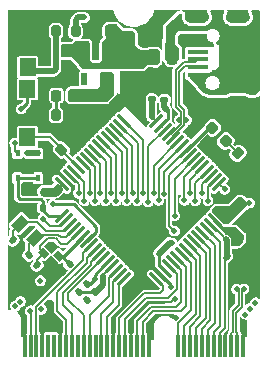
<source format=gbr>
G04 #@! TF.GenerationSoftware,KiCad,Pcbnew,(6.0.1)*
G04 #@! TF.CreationDate,2022-02-18T21:00:09+08:00*
G04 #@! TF.ProjectId,STM32_FOC_Board,53544d33-325f-4464-9f43-5f426f617264,rev?*
G04 #@! TF.SameCoordinates,Original*
G04 #@! TF.FileFunction,Copper,L1,Top*
G04 #@! TF.FilePolarity,Positive*
%FSLAX46Y46*%
G04 Gerber Fmt 4.6, Leading zero omitted, Abs format (unit mm)*
G04 Created by KiCad (PCBNEW (6.0.1)) date 2022-02-18 21:00:09*
%MOMM*%
%LPD*%
G01*
G04 APERTURE LIST*
G04 Aperture macros list*
%AMRoundRect*
0 Rectangle with rounded corners*
0 $1 Rounding radius*
0 $2 $3 $4 $5 $6 $7 $8 $9 X,Y pos of 4 corners*
0 Add a 4 corners polygon primitive as box body*
4,1,4,$2,$3,$4,$5,$6,$7,$8,$9,$2,$3,0*
0 Add four circle primitives for the rounded corners*
1,1,$1+$1,$2,$3*
1,1,$1+$1,$4,$5*
1,1,$1+$1,$6,$7*
1,1,$1+$1,$8,$9*
0 Add four rect primitives between the rounded corners*
20,1,$1+$1,$2,$3,$4,$5,0*
20,1,$1+$1,$4,$5,$6,$7,0*
20,1,$1+$1,$6,$7,$8,$9,0*
20,1,$1+$1,$8,$9,$2,$3,0*%
%AMRotRect*
0 Rectangle, with rotation*
0 The origin of the aperture is its center*
0 $1 length*
0 $2 width*
0 $3 Rotation angle, in degrees counterclockwise*
0 Add horizontal line*
21,1,$1,$2,0,0,$3*%
G04 Aperture macros list end*
G04 #@! TA.AperFunction,SMDPad,CuDef*
%ADD10R,1.400000X1.300000*%
G04 #@! TD*
G04 #@! TA.AperFunction,SMDPad,CuDef*
%ADD11RoundRect,0.140000X-0.219203X-0.021213X-0.021213X-0.219203X0.219203X0.021213X0.021213X0.219203X0*%
G04 #@! TD*
G04 #@! TA.AperFunction,SMDPad,CuDef*
%ADD12RoundRect,0.075000X-0.441942X-0.548008X0.548008X0.441942X0.441942X0.548008X-0.548008X-0.441942X0*%
G04 #@! TD*
G04 #@! TA.AperFunction,SMDPad,CuDef*
%ADD13RoundRect,0.075000X0.441942X-0.548008X0.548008X-0.441942X-0.441942X0.548008X-0.548008X0.441942X0*%
G04 #@! TD*
G04 #@! TA.AperFunction,SMDPad,CuDef*
%ADD14RoundRect,0.140000X0.021213X-0.219203X0.219203X-0.021213X-0.021213X0.219203X-0.219203X0.021213X0*%
G04 #@! TD*
G04 #@! TA.AperFunction,SMDPad,CuDef*
%ADD15RotRect,0.924600X1.300500X315.000000*%
G04 #@! TD*
G04 #@! TA.AperFunction,SMDPad,CuDef*
%ADD16RoundRect,0.140000X0.170000X-0.140000X0.170000X0.140000X-0.170000X0.140000X-0.170000X-0.140000X0*%
G04 #@! TD*
G04 #@! TA.AperFunction,SMDPad,CuDef*
%ADD17R,0.450000X0.600000*%
G04 #@! TD*
G04 #@! TA.AperFunction,SMDPad,CuDef*
%ADD18RoundRect,0.135000X0.185000X-0.135000X0.185000X0.135000X-0.185000X0.135000X-0.185000X-0.135000X0*%
G04 #@! TD*
G04 #@! TA.AperFunction,SMDPad,CuDef*
%ADD19R,1.358900X1.529100*%
G04 #@! TD*
G04 #@! TA.AperFunction,SMDPad,CuDef*
%ADD20RoundRect,0.135000X-0.226274X-0.035355X-0.035355X-0.226274X0.226274X0.035355X0.035355X0.226274X0*%
G04 #@! TD*
G04 #@! TA.AperFunction,SMDPad,CuDef*
%ADD21RoundRect,0.140000X0.140000X0.170000X-0.140000X0.170000X-0.140000X-0.170000X0.140000X-0.170000X0*%
G04 #@! TD*
G04 #@! TA.AperFunction,SMDPad,CuDef*
%ADD22RoundRect,0.218750X0.335876X0.026517X0.026517X0.335876X-0.335876X-0.026517X-0.026517X-0.335876X0*%
G04 #@! TD*
G04 #@! TA.AperFunction,SMDPad,CuDef*
%ADD23R,0.599400X1.000800*%
G04 #@! TD*
G04 #@! TA.AperFunction,SMDPad,CuDef*
%ADD24RoundRect,0.200000X0.053033X-0.335876X0.335876X-0.053033X-0.053033X0.335876X-0.335876X0.053033X0*%
G04 #@! TD*
G04 #@! TA.AperFunction,SMDPad,CuDef*
%ADD25R,0.348400X1.896400*%
G04 #@! TD*
G04 #@! TA.AperFunction,SMDPad,CuDef*
%ADD26R,0.350000X1.896400*%
G04 #@! TD*
G04 #@! TA.AperFunction,SMDPad,CuDef*
%ADD27R,0.351200X1.896400*%
G04 #@! TD*
G04 #@! TA.AperFunction,SMDPad,CuDef*
%ADD28R,0.322700X1.921800*%
G04 #@! TD*
G04 #@! TA.AperFunction,SMDPad,CuDef*
%ADD29R,0.352600X1.921800*%
G04 #@! TD*
G04 #@! TA.AperFunction,SMDPad,CuDef*
%ADD30R,0.350000X1.921800*%
G04 #@! TD*
G04 #@! TA.AperFunction,SMDPad,CuDef*
%ADD31R,0.336600X1.921800*%
G04 #@! TD*
G04 #@! TA.AperFunction,SMDPad,CuDef*
%ADD32R,0.372800X1.921800*%
G04 #@! TD*
G04 #@! TA.AperFunction,SMDPad,CuDef*
%ADD33R,0.356800X1.921800*%
G04 #@! TD*
G04 #@! TA.AperFunction,SMDPad,CuDef*
%ADD34R,0.350200X1.921800*%
G04 #@! TD*
G04 #@! TA.AperFunction,SMDPad,CuDef*
%ADD35R,0.353000X1.921800*%
G04 #@! TD*
G04 #@! TA.AperFunction,SMDPad,CuDef*
%ADD36R,0.354400X1.921800*%
G04 #@! TD*
G04 #@! TA.AperFunction,SMDPad,CuDef*
%ADD37R,0.347800X1.921800*%
G04 #@! TD*
G04 #@! TA.AperFunction,SMDPad,CuDef*
%ADD38RoundRect,0.218750X0.218750X0.256250X-0.218750X0.256250X-0.218750X-0.256250X0.218750X-0.256250X0*%
G04 #@! TD*
G04 #@! TA.AperFunction,SMDPad,CuDef*
%ADD39RoundRect,0.200000X0.200000X0.275000X-0.200000X0.275000X-0.200000X-0.275000X0.200000X-0.275000X0*%
G04 #@! TD*
G04 #@! TA.AperFunction,SMDPad,CuDef*
%ADD40RoundRect,0.140000X-0.021213X0.219203X-0.219203X0.021213X0.021213X-0.219203X0.219203X-0.021213X0*%
G04 #@! TD*
G04 #@! TA.AperFunction,SMDPad,CuDef*
%ADD41RoundRect,0.200000X-0.335876X-0.053033X-0.053033X-0.335876X0.335876X0.053033X0.053033X0.335876X0*%
G04 #@! TD*
G04 #@! TA.AperFunction,SMDPad,CuDef*
%ADD42RoundRect,0.225000X-0.250000X0.225000X-0.250000X-0.225000X0.250000X-0.225000X0.250000X0.225000X0*%
G04 #@! TD*
G04 #@! TA.AperFunction,SMDPad,CuDef*
%ADD43RoundRect,0.200000X-0.200000X-0.275000X0.200000X-0.275000X0.200000X0.275000X-0.200000X0.275000X0*%
G04 #@! TD*
G04 #@! TA.AperFunction,SMDPad,CuDef*
%ADD44RoundRect,0.225000X0.225000X0.250000X-0.225000X0.250000X-0.225000X-0.250000X0.225000X-0.250000X0*%
G04 #@! TD*
G04 #@! TA.AperFunction,SMDPad,CuDef*
%ADD45RotRect,0.729000X0.599400X135.000000*%
G04 #@! TD*
G04 #@! TA.AperFunction,SMDPad,CuDef*
%ADD46RoundRect,0.218750X-0.218750X-0.256250X0.218750X-0.256250X0.218750X0.256250X-0.218750X0.256250X0*%
G04 #@! TD*
G04 #@! TA.AperFunction,SMDPad,CuDef*
%ADD47RoundRect,0.225000X-0.225000X-0.250000X0.225000X-0.250000X0.225000X0.250000X-0.225000X0.250000X0*%
G04 #@! TD*
G04 #@! TA.AperFunction,SMDPad,CuDef*
%ADD48R,1.800900X0.429300*%
G04 #@! TD*
G04 #@! TA.AperFunction,ComponentPad*
%ADD49O,1.999000X1.000800*%
G04 #@! TD*
G04 #@! TA.AperFunction,ViaPad*
%ADD50C,0.508000*%
G04 #@! TD*
G04 #@! TA.AperFunction,Conductor*
%ADD51C,0.254000*%
G04 #@! TD*
G04 #@! TA.AperFunction,Conductor*
%ADD52C,0.203200*%
G04 #@! TD*
G04 #@! TA.AperFunction,Conductor*
%ADD53C,0.508000*%
G04 #@! TD*
G04 #@! TA.AperFunction,Conductor*
%ADD54C,0.762000*%
G04 #@! TD*
G04 #@! TA.AperFunction,Conductor*
%ADD55C,0.127000*%
G04 #@! TD*
G04 #@! TA.AperFunction,Conductor*
%ADD56C,0.177800*%
G04 #@! TD*
G04 APERTURE END LIST*
D10*
X139801600Y-89410200D03*
X139801600Y-86510200D03*
D11*
X129754589Y-101632989D03*
X130433411Y-102311811D03*
D12*
X133885530Y-99631190D03*
X134239083Y-99984743D03*
X134592636Y-100338296D03*
X134946190Y-100691850D03*
X135299743Y-101045403D03*
X135653297Y-101398957D03*
X136006850Y-101752510D03*
X136360403Y-102106063D03*
X136713957Y-102459617D03*
X137067510Y-102813170D03*
X137421063Y-103166723D03*
X137774617Y-103520277D03*
X138128170Y-103873830D03*
X138481724Y-104227384D03*
X138835277Y-104580937D03*
X139188830Y-104934490D03*
D13*
X141911192Y-104934490D03*
X142264745Y-104580937D03*
X142618298Y-104227384D03*
X142971852Y-103873830D03*
X143325405Y-103520277D03*
X143678959Y-103166723D03*
X144032512Y-102813170D03*
X144386065Y-102459617D03*
X144739619Y-102106063D03*
X145093172Y-101752510D03*
X145446725Y-101398957D03*
X145800279Y-101045403D03*
X146153832Y-100691850D03*
X146507386Y-100338296D03*
X146860939Y-99984743D03*
X147214492Y-99631190D03*
D12*
X147214492Y-96908828D03*
X146860939Y-96555275D03*
X146507386Y-96201722D03*
X146153832Y-95848168D03*
X145800279Y-95494615D03*
X145446725Y-95141061D03*
X145093172Y-94787508D03*
X144739619Y-94433955D03*
X144386065Y-94080401D03*
X144032512Y-93726848D03*
X143678959Y-93373295D03*
X143325405Y-93019741D03*
X142971852Y-92666188D03*
X142618298Y-92312634D03*
X142264745Y-91959081D03*
X141911192Y-91605528D03*
D13*
X139188830Y-91605528D03*
X138835277Y-91959081D03*
X138481724Y-92312634D03*
X138128170Y-92666188D03*
X137774617Y-93019741D03*
X137421063Y-93373295D03*
X137067510Y-93726848D03*
X136713957Y-94080401D03*
X136360403Y-94433955D03*
X136006850Y-94787508D03*
X135653297Y-95141061D03*
X135299743Y-95494615D03*
X134946190Y-95848168D03*
X134592636Y-96201722D03*
X134239083Y-96555275D03*
X133885530Y-96908828D03*
D14*
X135340789Y-106042511D03*
X136019611Y-105363689D03*
D15*
X130377143Y-100252743D03*
X131598457Y-101474057D03*
D16*
X134259400Y-86824600D03*
X134259400Y-85864600D03*
D17*
X131871999Y-96418389D03*
X131871999Y-94318389D03*
D18*
X142589000Y-89753900D03*
X142589000Y-88733900D03*
D17*
X130144799Y-96418389D03*
X130144799Y-94318389D03*
D19*
X130982800Y-88856700D03*
X130982800Y-92925700D03*
X131008196Y-87032908D03*
X131008196Y-82963908D03*
D20*
X148910176Y-101782776D03*
X149631424Y-102504024D03*
D21*
X132299400Y-98895900D03*
X131339400Y-98895900D03*
D22*
X147757696Y-93257703D03*
X146644002Y-92144009D03*
D23*
X137711296Y-88026108D03*
X135811296Y-88026108D03*
X135811296Y-85425108D03*
X136761296Y-85425108D03*
X137711296Y-85425108D03*
D24*
X133853837Y-94014563D03*
X135020563Y-92847837D03*
D21*
X132350200Y-97549700D03*
X131390200Y-97549700D03*
D25*
X149249999Y-110612508D03*
D26*
X148749999Y-110612508D03*
X148249999Y-110612508D03*
X147749999Y-110612508D03*
X147249999Y-110612508D03*
X146749999Y-110612508D03*
D27*
X146249999Y-110612508D03*
D26*
X145749999Y-110612508D03*
D28*
X145249999Y-110612508D03*
D29*
X144749999Y-110612508D03*
D30*
X144249999Y-110612508D03*
D31*
X143749999Y-110612508D03*
D32*
X141249999Y-110612508D03*
D30*
X140749999Y-110612508D03*
D33*
X140249999Y-110612508D03*
D30*
X139749999Y-110612508D03*
X139249999Y-110612508D03*
X138749999Y-110612508D03*
D34*
X138249999Y-110612508D03*
D30*
X137749999Y-110612508D03*
X137249999Y-110612508D03*
X136749999Y-110612508D03*
X136249999Y-110612508D03*
X135749999Y-110612508D03*
D35*
X135249999Y-110612508D03*
D30*
X134749999Y-110612508D03*
X134249999Y-110612508D03*
D36*
X133749999Y-110612508D03*
D30*
X133249999Y-110612508D03*
X132749999Y-110612508D03*
X132249999Y-110612508D03*
D37*
X131749999Y-110612508D03*
D30*
X131249999Y-110612508D03*
X130749999Y-110612508D03*
D38*
X143256100Y-86360000D03*
X141681100Y-86360000D03*
D39*
X135057400Y-83973600D03*
X133407400Y-83973600D03*
D40*
X134553011Y-103698989D03*
X133874189Y-104377811D03*
D16*
X141522200Y-89723900D03*
X141522200Y-88763900D03*
D11*
X147862989Y-103052289D03*
X148541811Y-103731111D03*
D41*
X148806637Y-94291637D03*
X149973363Y-95458363D03*
D42*
X136748600Y-89430400D03*
X136748600Y-90980400D03*
D43*
X133388600Y-91084400D03*
X135038600Y-91084400D03*
D40*
X131093811Y-102902989D03*
X130414989Y-103581811D03*
D11*
X131786589Y-103766589D03*
X132465411Y-104445411D03*
D40*
X136730811Y-106074889D03*
X136051989Y-106753711D03*
D44*
X137953800Y-83973600D03*
X136403800Y-83973600D03*
D11*
X148777389Y-99064489D03*
X149456211Y-99743311D03*
D45*
X133127563Y-103541751D03*
X132348049Y-102762237D03*
X132912037Y-102198249D03*
X133691551Y-102977763D03*
D46*
X133421100Y-89418000D03*
X134996100Y-89418000D03*
D47*
X139356800Y-84861400D03*
X140906800Y-84861400D03*
D48*
X145439200Y-85055700D03*
X145439200Y-85706000D03*
X145439200Y-86356200D03*
X145439200Y-87006400D03*
X145439200Y-87656700D03*
D49*
X148799600Y-82757000D03*
X148799600Y-89955400D03*
X145330000Y-82757000D03*
X145330000Y-89955400D03*
D50*
X132943600Y-102235000D03*
X129563710Y-86691604D03*
X146068800Y-93625600D03*
X131336800Y-98895900D03*
X133597400Y-92812800D03*
X143556000Y-108215121D03*
X129768600Y-104317800D03*
X129582500Y-99403900D03*
X131362200Y-97549200D03*
X148227800Y-95733800D03*
X147542000Y-95048000D03*
X129563710Y-89231604D03*
X133673600Y-95187500D03*
X140404600Y-87923100D03*
X149828000Y-93727200D03*
X149352000Y-108585000D03*
X129563710Y-84151604D03*
X134264400Y-87147400D03*
X144195800Y-84480400D03*
X149883710Y-96851604D03*
X136188200Y-92457200D03*
X136721600Y-91974600D03*
X139210800Y-87948500D03*
X146761200Y-94234000D03*
X143122400Y-105601500D03*
X147834383Y-91733583D03*
X149883710Y-91771604D03*
X142087600Y-83489800D03*
X150005800Y-100318300D03*
X129743200Y-102895400D03*
X133172200Y-103606600D03*
X132835400Y-108116100D03*
X132835400Y-108725700D03*
X148498922Y-92398122D03*
X143437897Y-106653597D03*
X132156200Y-83566000D03*
X142087600Y-82651600D03*
X131241800Y-91186000D03*
X149163461Y-93062661D03*
X145516600Y-84480400D03*
X137966200Y-90755400D03*
X144856200Y-84480400D03*
X143230600Y-101904800D03*
X137610600Y-89587000D03*
X149777200Y-98514900D03*
X135813800Y-82804000D03*
X149430065Y-107955318D03*
X141547600Y-89751900D03*
X149802600Y-107455700D03*
X129971800Y-107213400D03*
X136677400Y-89662000D03*
X150290479Y-106959400D03*
X130454400Y-90551000D03*
X133546600Y-97295700D03*
X129922848Y-93434900D03*
X136759700Y-105969800D03*
X130378200Y-106857800D03*
X135737600Y-89662000D03*
X132161800Y-107506500D03*
X130987800Y-94318400D03*
X133140200Y-98616500D03*
X133223000Y-87325200D03*
X132073400Y-105093500D03*
X136670800Y-104966500D03*
X136051989Y-106753711D03*
X132302000Y-99886500D03*
X131235200Y-107633500D03*
X147670600Y-97342800D03*
X146272000Y-98311700D03*
X145764000Y-97676700D03*
X145205200Y-98311700D03*
X144725078Y-97676700D03*
X144281078Y-98298000D03*
X143439400Y-99589800D03*
X143433800Y-100888800D03*
X142551400Y-97713800D03*
X142107389Y-98297511D03*
X141663389Y-97676700D03*
X141205200Y-98400100D03*
X140773400Y-97676700D03*
X140289800Y-98311700D03*
X139884400Y-97676700D03*
X139401800Y-98311700D03*
X138970000Y-97676700D03*
X138499600Y-98311700D03*
X138055600Y-97676700D03*
X137598400Y-98311700D03*
X137154400Y-97676700D03*
X136709400Y-98311700D03*
X136254533Y-97676700D03*
X135795000Y-98319800D03*
X135313962Y-97676700D03*
X149315237Y-105791000D03*
X143835200Y-91473329D03*
X144444800Y-91473329D03*
X148705637Y-105791000D03*
D51*
X143122400Y-105601500D02*
X143122400Y-105438594D01*
D52*
X143437897Y-106653597D02*
X143169194Y-106922300D01*
X143169194Y-106922300D02*
X141268200Y-106922300D01*
X143351000Y-108022540D02*
X143543581Y-108215121D01*
X143543581Y-108215121D02*
X143556000Y-108215121D01*
X139750000Y-108440500D02*
X139750000Y-110612500D01*
X141268200Y-106922300D02*
X139750000Y-108440500D01*
D51*
X143122400Y-105438594D02*
X142264734Y-104580928D01*
D52*
X141225089Y-109659389D02*
X141225089Y-108743411D01*
X141250000Y-109684300D02*
X141225089Y-109659389D01*
X141250000Y-110612500D02*
X141250000Y-109684300D01*
X141225089Y-108743411D02*
X141945960Y-108022540D01*
X141945960Y-108022540D02*
X143351000Y-108022540D01*
D53*
X135305800Y-82804000D02*
X135060800Y-83049000D01*
X141522200Y-90818700D02*
X141522200Y-89723900D01*
X133604000Y-97180400D02*
X133546600Y-97237800D01*
D51*
X136686989Y-106042511D02*
X135340789Y-106042511D01*
D52*
X137382000Y-104636300D02*
X138128170Y-103890130D01*
D51*
X142095324Y-103704410D02*
X142095324Y-102793176D01*
X130982800Y-90022600D02*
X130982800Y-88856700D01*
D54*
X133546600Y-97295700D02*
X133292600Y-97549700D01*
D52*
X141911192Y-91588692D02*
X141911192Y-91605528D01*
D51*
X142618298Y-104227384D02*
X142095324Y-103704410D01*
D54*
X133292600Y-97549700D02*
X132350200Y-97549700D01*
D53*
X137382000Y-104712500D02*
X137382000Y-105449100D01*
D52*
X129922848Y-94096448D02*
X130144800Y-94318400D01*
X129922848Y-93434900D02*
X129922848Y-94096448D01*
X141522200Y-91199700D02*
X141911192Y-91588692D01*
D51*
X136759700Y-105969800D02*
X136686989Y-106042511D01*
D53*
X141522200Y-90818700D02*
X141522200Y-91199700D01*
X135813800Y-82804000D02*
X135305800Y-82804000D01*
D51*
X143193500Y-101867700D02*
X143020800Y-101867700D01*
X138128159Y-103873821D02*
X138111979Y-103873821D01*
D53*
X133546600Y-97237800D02*
X133546600Y-97295700D01*
D51*
X130454400Y-90551000D02*
X130982800Y-90022600D01*
X143230600Y-101904800D02*
X143193500Y-101867700D01*
D53*
X135060800Y-83049000D02*
X135060800Y-83796600D01*
D52*
X137382000Y-104712500D02*
X137382000Y-104636300D01*
D51*
X133875581Y-96908819D02*
X133604000Y-97180400D01*
D53*
X137382000Y-105449100D02*
X136756211Y-106074889D01*
D51*
X133885519Y-96908819D02*
X133875581Y-96908819D01*
D53*
X142095324Y-102793176D02*
X143020800Y-101867700D01*
D51*
X142618298Y-104227384D02*
X142611884Y-104227384D01*
D53*
X136756211Y-106074889D02*
X136730811Y-106074889D01*
D51*
X136698433Y-106042511D02*
X136730811Y-106074889D01*
D52*
X134030412Y-100877100D02*
X132535900Y-100877100D01*
X129754589Y-100875297D02*
X130377143Y-100252743D01*
D55*
X134592625Y-100338287D02*
X134042112Y-100888800D01*
D52*
X132535900Y-100877100D02*
X131817000Y-100158200D01*
D55*
X130991686Y-100158200D02*
X130651743Y-100498143D01*
D52*
X131817000Y-100158200D02*
X130991686Y-100158200D01*
X129754589Y-101632989D02*
X129754589Y-100875297D01*
D51*
X135653286Y-101404914D02*
X134080437Y-102977763D01*
X133691551Y-102977763D02*
X133831785Y-102977763D01*
X133831785Y-102977763D02*
X134553011Y-103698989D01*
X134080437Y-102977763D02*
X133691551Y-102977763D01*
D55*
X133800600Y-101410500D02*
X133583700Y-101193600D01*
D52*
X131093811Y-101978703D02*
X131598457Y-101474057D01*
D55*
X134232400Y-101410500D02*
X133800600Y-101410500D01*
X131878914Y-101193600D02*
X131598457Y-101474057D01*
X134946190Y-100696710D02*
X134232400Y-101410500D01*
D52*
X131093811Y-102902989D02*
X131093811Y-101978703D01*
D55*
X133583700Y-101193600D02*
X131878914Y-101193600D01*
D52*
X131786589Y-103323697D02*
X132348049Y-102762237D01*
X132029200Y-102443388D02*
X132348049Y-102762237D01*
X133350000Y-101498400D02*
X132715000Y-101498400D01*
X133863813Y-102001813D02*
X133751400Y-101889400D01*
X133751396Y-101889408D02*
X133372631Y-101510617D01*
X132715000Y-101498400D02*
X132029200Y-102184200D01*
X132029200Y-102184200D02*
X132029200Y-102443388D01*
X134350187Y-102001813D02*
X133863813Y-102001813D01*
X131786589Y-103766589D02*
X131786589Y-103323697D01*
X135299732Y-101052268D02*
X134350187Y-102001813D01*
D51*
X132299400Y-99147300D02*
X132299400Y-98895900D01*
X131871999Y-96418389D02*
X130144799Y-96418389D01*
X132124200Y-98210100D02*
X132299400Y-98385300D01*
X133885530Y-99631190D02*
X132783290Y-99631190D01*
X130144799Y-97983299D02*
X130371600Y-98210100D01*
X130144799Y-96418389D02*
X130144799Y-97983299D01*
X132783290Y-99631190D02*
X132299400Y-99147300D01*
X132299400Y-98385300D02*
X132299400Y-98895900D01*
X130371600Y-98210100D02*
X132124200Y-98210100D01*
D53*
X131872000Y-94318400D02*
X130987800Y-94318400D01*
D55*
X147757705Y-93257705D02*
X147772705Y-93257705D01*
X147772705Y-93257705D02*
X148806637Y-94291637D01*
X145093161Y-101752501D02*
X146094200Y-102753540D01*
X146094200Y-108217700D02*
X145250000Y-109061900D01*
X145250000Y-109061900D02*
X145250000Y-110612500D01*
X146094200Y-102753540D02*
X146094200Y-108217700D01*
D51*
X133421100Y-91051900D02*
X133388600Y-91084400D01*
X133421100Y-89418000D02*
X133421100Y-91051900D01*
D55*
X146520596Y-100338296D02*
X147440400Y-101258100D01*
X147440400Y-101258100D02*
X147745200Y-101562900D01*
D52*
X147736992Y-103251992D02*
X147719800Y-103269184D01*
D55*
X147719800Y-109081300D02*
X147250000Y-109551100D01*
X147719800Y-103269184D02*
X147719800Y-109081300D01*
X146515487Y-100338287D02*
X146507375Y-100338287D01*
D52*
X147745200Y-101562900D02*
X147770600Y-101588300D01*
D55*
X147250000Y-109551100D02*
X147250000Y-110612500D01*
D53*
X147770600Y-101588300D02*
X147872200Y-101689900D01*
X147872200Y-101689900D02*
X147872200Y-102948456D01*
D52*
X146507386Y-100338296D02*
X146520596Y-100338296D01*
X130982800Y-92925700D02*
X132891974Y-92925700D01*
X132891974Y-92925700D02*
X133879237Y-93912963D01*
X133879237Y-94067037D02*
X133879237Y-93912963D01*
X135299732Y-95487532D02*
X133879237Y-94067037D01*
X135299732Y-95494606D02*
X135299732Y-95487532D01*
D51*
X133140200Y-98616500D02*
X134887700Y-98616500D01*
X136804400Y-100954940D02*
X136006839Y-101752501D01*
D53*
X133197600Y-87350600D02*
X131325900Y-87350600D01*
X133223000Y-87325200D02*
X133403880Y-87144320D01*
D51*
X134887700Y-98616500D02*
X136804400Y-100533200D01*
D53*
X131325900Y-87350600D02*
X131008200Y-87032900D01*
X133403880Y-87144320D02*
X133403880Y-83803520D01*
D51*
X136804400Y-100533200D02*
X136804400Y-100954940D01*
D53*
X133223000Y-87325200D02*
X133197600Y-87350600D01*
D51*
X136019611Y-105363689D02*
X136273611Y-105363689D01*
X136696200Y-104585500D02*
X136670800Y-104610900D01*
X137761423Y-103520277D02*
X136696200Y-104585500D01*
X137754332Y-103520268D02*
X137774606Y-103520268D01*
X136273611Y-105363689D02*
X136670800Y-104966500D01*
X136019611Y-106721333D02*
X136051989Y-106753711D01*
X137774617Y-103520277D02*
X137761423Y-103520277D01*
X136670800Y-104610900D02*
X136670800Y-104966500D01*
D52*
X131250000Y-110612500D02*
X131250000Y-107642000D01*
X132302000Y-99886500D02*
X132911600Y-100496100D01*
X132911600Y-100496100D02*
X133727706Y-100496100D01*
X133727706Y-100496100D02*
X134239072Y-99984734D01*
D55*
X135682000Y-103339100D02*
X131717800Y-107303300D01*
X131717800Y-107303300D02*
X131717800Y-110580300D01*
X131717800Y-110580300D02*
X131750000Y-110612500D01*
X136360392Y-102106054D02*
X135682000Y-102784446D01*
X135682000Y-102784446D02*
X135682000Y-103339100D01*
X134250000Y-108387700D02*
X134250000Y-110612500D01*
X136013012Y-103566888D02*
X133521200Y-106058700D01*
X133521200Y-107658900D02*
X134250000Y-108387700D01*
X136713946Y-102459608D02*
X136013012Y-103160542D01*
X136013012Y-103160542D02*
X136013012Y-103566888D01*
X133521200Y-106058700D02*
X133521200Y-107658900D01*
X134029200Y-107178800D02*
X134750000Y-107899600D01*
X134029200Y-106102400D02*
X134029200Y-107178800D01*
X136342732Y-103546868D02*
X136342732Y-103788868D01*
X137067499Y-102822101D02*
X136342732Y-103546868D01*
X134750000Y-107899600D02*
X134750000Y-110612500D01*
X136342732Y-103788868D02*
X134029200Y-106102400D01*
X137067499Y-102813161D02*
X137067499Y-102822101D01*
X137421052Y-103166714D02*
X137421052Y-103179748D01*
X134451576Y-106712176D02*
X135750000Y-108010600D01*
X137421063Y-103174837D02*
X134451576Y-106144324D01*
X134451576Y-106144324D02*
X134451576Y-106712176D01*
X135750000Y-108010600D02*
X135750000Y-110612500D01*
X137421063Y-103166723D02*
X137403777Y-103166723D01*
X137864600Y-106415300D02*
X136250000Y-108029900D01*
X138481713Y-104227375D02*
X138456225Y-104227375D01*
X138456225Y-104227375D02*
X137864600Y-104819000D01*
X137864600Y-104819000D02*
X137864600Y-106415300D01*
X136250000Y-108029900D02*
X136250000Y-110612500D01*
X137250000Y-107943300D02*
X137250000Y-110612500D01*
X138262983Y-105153211D02*
X138262983Y-106930317D01*
X138262983Y-106930317D02*
X137250000Y-107943300D01*
X138835266Y-104580928D02*
X138262983Y-105153211D01*
X138753600Y-107150900D02*
X137750000Y-108154500D01*
X138753600Y-105369700D02*
X138753600Y-107150900D01*
X139188819Y-104934481D02*
X138753600Y-105369700D01*
X137750000Y-108154500D02*
X137750000Y-110612500D01*
X142487400Y-105855500D02*
X142208000Y-106134900D01*
D52*
X141911181Y-104934481D02*
X142487400Y-105510700D01*
D55*
X142208000Y-106134900D02*
X140861800Y-106134900D01*
X142487400Y-105510700D02*
X142487400Y-105855500D01*
X138750000Y-108246700D02*
X138750000Y-110612500D01*
X140861800Y-106134900D02*
X138750000Y-108246700D01*
X142893800Y-106515900D02*
X141039600Y-106515900D01*
X143632000Y-105777700D02*
X142893800Y-106515900D01*
X141039600Y-106515900D02*
X139250000Y-108305500D01*
X142971841Y-103873821D02*
X143632000Y-104533980D01*
X139250000Y-108305500D02*
X139250000Y-110612500D01*
X143632000Y-104533980D02*
X143632000Y-105777700D01*
X144013000Y-106891750D02*
X143550650Y-107354100D01*
X143325394Y-103520268D02*
X144013000Y-104207874D01*
X141420600Y-107354100D02*
X140250000Y-108524700D01*
X144013000Y-104207874D02*
X144013000Y-106891750D01*
X143550650Y-107354100D02*
X141420600Y-107354100D01*
X140250000Y-108524700D02*
X140250000Y-110612500D01*
D52*
X143678959Y-103166723D02*
X143684823Y-103166723D01*
D55*
X143684823Y-103166723D02*
X144443200Y-103925100D01*
X144004300Y-107658900D02*
X141649200Y-107658900D01*
X144443200Y-103925100D02*
X144443200Y-107220000D01*
X141649200Y-107658900D02*
X140750000Y-108558100D01*
X144443200Y-107220000D02*
X144004300Y-107658900D01*
X140750000Y-108558100D02*
X140750000Y-110612500D01*
X144849600Y-107550200D02*
X143750000Y-108649800D01*
X144849600Y-103630260D02*
X144849600Y-107550200D01*
X143750000Y-108649800D02*
X143750000Y-110612500D01*
X144032501Y-102813161D02*
X144849600Y-103630260D01*
D52*
X144250000Y-108918900D02*
X144250000Y-110612500D01*
D55*
X145230600Y-107938300D02*
X144250000Y-108918900D01*
X144386054Y-102459608D02*
X145230600Y-103304154D01*
X145230600Y-103304154D02*
X145230600Y-107938300D01*
X144751054Y-102106054D02*
X145637000Y-102992000D01*
X145637000Y-102992000D02*
X145637000Y-108090700D01*
X145637000Y-108090700D02*
X144750000Y-108977700D01*
X144739608Y-102106054D02*
X144751054Y-102106054D01*
X144750000Y-108977700D02*
X144750000Y-110612500D01*
X145446714Y-101398948D02*
X145446714Y-101406714D01*
X146475200Y-108446300D02*
X145750000Y-109171500D01*
X146475200Y-102435200D02*
X146475200Y-108446300D01*
X145750000Y-109171500D02*
X145750000Y-110612500D01*
X145446714Y-101406714D02*
X146475200Y-102435200D01*
X146856200Y-102101200D02*
X146856200Y-108700300D01*
X145800394Y-101045394D02*
X146856200Y-102101200D01*
X145800268Y-101045394D02*
X145800394Y-101045394D01*
X146856200Y-108700300D02*
X146250000Y-109306500D01*
X146250000Y-109306500D02*
X146250000Y-110612500D01*
X146750000Y-109466900D02*
X146750000Y-110612500D01*
X146153821Y-100691841D02*
X147261136Y-101799156D01*
X147261136Y-108955764D02*
X146750000Y-109466900D01*
X147261136Y-101799156D02*
X147261136Y-108955764D01*
D52*
X147670600Y-97342800D02*
X147236619Y-96908819D01*
D55*
X147236619Y-96908819D02*
X147214481Y-96908819D01*
X146272000Y-98260900D02*
X146272000Y-97144194D01*
X146272000Y-97144194D02*
X146860928Y-96555266D01*
X145764000Y-96945088D02*
X146507375Y-96201713D01*
X145764000Y-97625900D02*
X145764000Y-96945088D01*
X146153832Y-95848168D02*
X145205200Y-96796800D01*
X145205200Y-96796800D02*
X145205200Y-98286300D01*
X144728250Y-96566624D02*
X145800268Y-95494606D01*
X144725078Y-97651300D02*
X144728250Y-97648128D01*
X144728250Y-97648128D02*
X144728250Y-96566624D01*
X144281078Y-96306688D02*
X145446714Y-95141052D01*
X144281078Y-98298000D02*
X144281078Y-96306688D01*
X143439400Y-99589800D02*
X143439400Y-96441260D01*
X143439400Y-96441260D02*
X145093161Y-94787499D01*
X142995400Y-96178154D02*
X144739608Y-94433946D01*
X143433800Y-100888800D02*
X142995400Y-100450400D01*
X142995400Y-100450400D02*
X142995400Y-96178154D01*
D51*
X146322457Y-92144009D02*
X146644002Y-92144009D01*
X144386065Y-94080401D02*
X146322457Y-92144009D01*
D55*
X142551400Y-97713800D02*
X142551400Y-95885500D01*
D52*
X144386065Y-94080401D02*
X144356499Y-94080401D01*
D55*
X146322435Y-92144011D02*
X146644011Y-92144011D01*
X142551400Y-95885500D02*
X144356499Y-94080401D01*
X142107389Y-98297511D02*
X142107389Y-95651971D01*
X142107389Y-95651971D02*
X144032512Y-93726848D01*
X141663389Y-95388865D02*
X143678959Y-93373295D01*
X141663389Y-97676700D02*
X141663389Y-95388865D01*
X141217400Y-98387900D02*
X141205200Y-98400100D01*
X141217400Y-93713532D02*
X141217400Y-98387900D01*
X142618298Y-92312634D02*
X141217400Y-93713532D01*
X140785600Y-93206300D02*
X139188830Y-91609530D01*
X140785600Y-97715300D02*
X140785600Y-93206300D01*
X139188830Y-91609530D02*
X139188830Y-91605528D01*
X140328400Y-93452204D02*
X138835277Y-91959081D01*
X140328400Y-98374700D02*
X140328400Y-93452204D01*
X139871200Y-97714300D02*
X139871200Y-93702110D01*
X139871200Y-93702110D02*
X138481724Y-92312634D01*
X139414000Y-98401100D02*
X139414000Y-93952018D01*
X139414000Y-93952018D02*
X138128170Y-92666188D01*
X138982200Y-94227324D02*
X137774617Y-93019741D01*
X138982200Y-97766100D02*
X138982200Y-94227324D01*
X138499600Y-94451832D02*
X137421063Y-93373295D01*
X138499600Y-98387900D02*
X138499600Y-94451832D01*
X138067800Y-97740700D02*
X138067800Y-94727138D01*
X138067800Y-94727138D02*
X137067510Y-93726848D01*
X137598400Y-98413300D02*
X137598400Y-94964844D01*
X137598400Y-94964844D02*
X136713957Y-94080401D01*
X137153400Y-95226952D02*
X136360403Y-94433955D01*
X137153400Y-97808989D02*
X137153400Y-95226952D01*
X136709400Y-98387900D02*
X136709400Y-95480100D01*
X136016808Y-94787508D02*
X136006850Y-94787508D01*
X136709400Y-95480100D02*
X136016808Y-94787508D01*
X135653297Y-95141061D02*
X135659161Y-95141061D01*
X135659161Y-95141061D02*
X136254533Y-95736433D01*
X136254533Y-95736433D02*
X136254533Y-97676700D01*
X135795000Y-96694000D02*
X134949159Y-95848159D01*
X135795000Y-98319800D02*
X135795000Y-96694000D01*
X134949159Y-95848159D02*
X134946179Y-95848159D01*
X135313962Y-96923050D02*
X135313962Y-97676700D01*
X134592625Y-96201713D02*
X135313962Y-96923050D01*
D56*
X148750000Y-109524999D02*
X148652400Y-109427399D01*
X144000300Y-91638429D02*
X143835200Y-91473329D01*
X142971841Y-92666179D02*
X143127828Y-92666179D01*
X149150137Y-105956100D02*
X149315237Y-105791000D01*
X148652400Y-109427399D02*
X148652400Y-107803328D01*
X144220009Y-86601739D02*
X145193661Y-86601739D01*
X149150137Y-107305591D02*
X149150137Y-105956100D01*
X148652400Y-107803328D02*
X149150137Y-107305591D01*
X144000300Y-90804752D02*
X143545227Y-90349679D01*
X144000300Y-91308229D02*
X144000300Y-90804752D01*
X145193661Y-86601739D02*
X145439200Y-86356200D01*
X143545227Y-87276521D02*
X144220009Y-86601739D01*
X144000300Y-91793707D02*
X144000300Y-91638429D01*
X142971841Y-92666179D02*
X143109867Y-92666179D01*
X148750000Y-110612500D02*
X148750000Y-109524999D01*
X143835200Y-91473329D02*
X144000300Y-91308229D01*
X143127828Y-92666179D02*
X144000300Y-91793707D01*
X143545227Y-90349679D02*
X143545227Y-87276521D01*
X144360941Y-86880659D02*
X145313459Y-86880659D01*
X148870737Y-107153935D02*
X148870737Y-105956100D01*
X144279700Y-91308229D02*
X144279700Y-90653096D01*
X148347600Y-109427399D02*
X148347600Y-107677072D01*
X145313459Y-86880659D02*
X145439200Y-87006400D01*
X143325394Y-93019732D02*
X143325394Y-92881706D01*
X143325394Y-93019732D02*
X143325394Y-92863745D01*
X143325394Y-92863745D02*
X144279700Y-91909439D01*
X144279700Y-90653096D02*
X143830685Y-90204081D01*
X148250000Y-109524999D02*
X148347600Y-109427399D01*
X144279700Y-91909439D02*
X144279700Y-91638429D01*
X148870737Y-105956100D02*
X148705637Y-105791000D01*
X148347600Y-107677072D02*
X148870737Y-107153935D01*
X144279700Y-91638429D02*
X144444800Y-91473329D01*
X144444800Y-91473329D02*
X144279700Y-91308229D01*
X148250000Y-110612500D02*
X148250000Y-109524999D01*
X143830685Y-87410915D02*
X144360941Y-86880659D01*
X143830685Y-90204081D02*
X143830685Y-87410915D01*
D52*
X146860928Y-99984734D02*
X146883534Y-99984734D01*
D51*
X142792200Y-90615500D02*
X142868400Y-90691700D01*
X142868400Y-91350000D02*
X142264734Y-91953666D01*
D53*
X142589000Y-90412300D02*
X142589000Y-89753900D01*
D51*
X142868400Y-90691700D02*
X142868400Y-91350000D01*
D53*
X142792200Y-90615500D02*
X142589000Y-90412300D01*
D51*
X142264734Y-91953666D02*
X142264734Y-91959072D01*
G04 #@! TA.AperFunction,Conductor*
G36*
X143991594Y-84167884D02*
G01*
X143991595Y-84167884D01*
X145876080Y-84173183D01*
X146180105Y-84174038D01*
X146147809Y-84282028D01*
X146146928Y-84426222D01*
X146186554Y-84564867D01*
X146263499Y-84686819D01*
X146371580Y-84782272D01*
X146502106Y-84843555D01*
X146611581Y-84860600D01*
X146686950Y-84860600D01*
X146735817Y-84853602D01*
X146735800Y-85064600D01*
X146532600Y-85267800D01*
X143992600Y-85267800D01*
X143713201Y-84963000D01*
X143713200Y-84378800D01*
X143754031Y-84341088D01*
X143754032Y-84341087D01*
X143905070Y-84201588D01*
X143905072Y-84201587D01*
X143941714Y-84167744D01*
X143991594Y-84167884D01*
G37*
G04 #@! TD.AperFunction*
G04 #@! TA.AperFunction,Conductor*
G36*
X138526178Y-83394861D02*
G01*
X138545437Y-83412636D01*
X138976704Y-83930093D01*
X138985827Y-83930019D01*
X138985828Y-83930019D01*
X139832611Y-83923115D01*
X139891897Y-83941846D01*
X139900100Y-83948375D01*
X140091269Y-84117549D01*
X140122818Y-84171124D01*
X140125200Y-84192886D01*
X140125200Y-85142000D01*
X140347859Y-85381945D01*
X140355019Y-85390583D01*
X140375240Y-85417960D01*
X140381289Y-85422428D01*
X140381290Y-85422429D01*
X140386867Y-85426548D01*
X140400839Y-85439038D01*
X140428930Y-85469310D01*
X140439384Y-85469501D01*
X140456752Y-85479183D01*
X140467536Y-85486132D01*
X140478933Y-85494550D01*
X140486098Y-85497066D01*
X140594778Y-85535232D01*
X140594779Y-85535232D01*
X140600562Y-85537263D01*
X140606661Y-85537839D01*
X140606663Y-85537840D01*
X140628212Y-85539877D01*
X140628220Y-85539877D01*
X140630575Y-85540100D01*
X140632953Y-85540100D01*
X140907849Y-85540099D01*
X141183024Y-85540099D01*
X141213038Y-85537263D01*
X141334667Y-85494550D01*
X141335138Y-85495890D01*
X141374228Y-85486558D01*
X141404665Y-85487113D01*
X141950151Y-85497066D01*
X142003800Y-85513735D01*
X142155467Y-85614022D01*
X142161608Y-85618083D01*
X142200334Y-85666724D01*
X142206692Y-85704416D01*
X142185235Y-86596620D01*
X142164606Y-86655272D01*
X142152701Y-86668304D01*
X141968027Y-86837860D01*
X141911476Y-86863699D01*
X141890821Y-86863938D01*
X141744238Y-86850521D01*
X141131669Y-86794452D01*
X141131667Y-86794452D01*
X141115800Y-86793000D01*
X141109529Y-86799470D01*
X141109528Y-86799470D01*
X140816844Y-87101418D01*
X140761893Y-87130504D01*
X140744610Y-87132000D01*
X135652103Y-87132000D01*
X135592972Y-87112787D01*
X135575471Y-87096575D01*
X135377615Y-86863938D01*
X134797800Y-86182200D01*
X134788572Y-86182300D01*
X134788571Y-86182300D01*
X134191519Y-86188794D01*
X133963274Y-86191277D01*
X133903937Y-86172708D01*
X133866847Y-86122809D01*
X133861580Y-86090683D01*
X133861580Y-85175200D01*
X133880793Y-85116069D01*
X133931093Y-85079524D01*
X133962180Y-85074600D01*
X134742000Y-85074600D01*
X134991935Y-84824665D01*
X135047333Y-84796439D01*
X135063070Y-84795200D01*
X136097330Y-84795200D01*
X136156461Y-84814413D01*
X136168465Y-84824665D01*
X136228431Y-84884631D01*
X136256657Y-84940029D01*
X136257896Y-84955766D01*
X136257896Y-85945572D01*
X136258861Y-85950422D01*
X136264067Y-85976595D01*
X136266000Y-85996222D01*
X136266000Y-86446200D01*
X136469200Y-86649400D01*
X137053400Y-86649400D01*
X137282000Y-86420800D01*
X137282000Y-84963870D01*
X137301213Y-84904739D01*
X137311465Y-84892735D01*
X137612200Y-84592000D01*
X137612200Y-83564836D01*
X137631413Y-83505705D01*
X137671503Y-83473103D01*
X137849045Y-83393176D01*
X137888973Y-83384318D01*
X138049134Y-83382138D01*
X138466793Y-83376454D01*
X138526178Y-83394861D01*
G37*
G04 #@! TD.AperFunction*
G04 #@! TA.AperFunction,Conductor*
G36*
X146977706Y-99875706D02*
G01*
X147645200Y-100543200D01*
X148609912Y-100543200D01*
X148654106Y-100561506D01*
X149303294Y-101210694D01*
X149321600Y-101254888D01*
X149321600Y-101584112D01*
X149303294Y-101628306D01*
X148755706Y-102175894D01*
X148711512Y-102194200D01*
X148316200Y-102194200D01*
X148272006Y-102175894D01*
X148253700Y-102131700D01*
X148253700Y-101737276D01*
X148255100Y-101724122D01*
X148257457Y-101713173D01*
X148258545Y-101708120D01*
X148254133Y-101670840D01*
X148253700Y-101663495D01*
X148253700Y-101658208D01*
X148250264Y-101637564D01*
X148249852Y-101634668D01*
X148244225Y-101587122D01*
X148243618Y-101581993D01*
X148241382Y-101577337D01*
X148240267Y-101573498D01*
X148238970Y-101569709D01*
X148238122Y-101564617D01*
X148212937Y-101517942D01*
X148211600Y-101515317D01*
X148190343Y-101471049D01*
X148188640Y-101467502D01*
X148185030Y-101463208D01*
X148184845Y-101463023D01*
X148182256Y-101459956D01*
X148180265Y-101457390D01*
X148177812Y-101452843D01*
X148137095Y-101415205D01*
X148135326Y-101413504D01*
X148019775Y-101297952D01*
X148017952Y-101296129D01*
X147962398Y-101256430D01*
X147944961Y-101243970D01*
X147944960Y-101243970D01*
X147940757Y-101240966D01*
X147819076Y-101204575D01*
X147759951Y-101206898D01*
X147735554Y-101207857D01*
X147690675Y-101191300D01*
X147670600Y-101145405D01*
X147670600Y-101025800D01*
X146723706Y-100078906D01*
X146705400Y-100034712D01*
X146705400Y-100013674D01*
X146723706Y-99969480D01*
X146727889Y-99965660D01*
X146840418Y-99871886D01*
X146880429Y-99857400D01*
X146933512Y-99857400D01*
X146977706Y-99875706D01*
G37*
G04 #@! TD.AperFunction*
G04 #@! TA.AperFunction,Conductor*
G36*
X147618224Y-82189002D02*
G01*
X147664717Y-82242658D01*
X147674821Y-82312932D01*
X147659058Y-82358283D01*
X147603499Y-82453935D01*
X147601378Y-82460939D01*
X147601376Y-82460943D01*
X147576703Y-82542409D01*
X147552473Y-82622409D01*
X147541573Y-82798102D01*
X147571384Y-82971591D01*
X147640306Y-83133568D01*
X147644642Y-83139460D01*
X147698233Y-83212281D01*
X147744643Y-83275345D01*
X147811720Y-83332331D01*
X147873223Y-83384583D01*
X147873226Y-83384585D01*
X147878797Y-83389318D01*
X148035572Y-83469371D01*
X148042678Y-83471110D01*
X148042681Y-83471111D01*
X148124133Y-83491042D01*
X148206558Y-83511211D01*
X148212160Y-83511559D01*
X148212163Y-83511559D01*
X148215725Y-83511780D01*
X148215734Y-83511780D01*
X148217664Y-83511900D01*
X149342778Y-83511900D01*
X149435150Y-83501131D01*
X149466275Y-83497502D01*
X149466276Y-83497502D01*
X149473547Y-83496654D01*
X149480424Y-83494158D01*
X149480427Y-83494157D01*
X149632135Y-83439089D01*
X149639014Y-83436592D01*
X149786227Y-83340075D01*
X149907287Y-83212281D01*
X149910962Y-83205954D01*
X149910965Y-83205950D01*
X149992024Y-83066395D01*
X149995701Y-83060065D01*
X150020458Y-82978326D01*
X150044605Y-82898597D01*
X150046727Y-82891591D01*
X150057627Y-82715898D01*
X150027816Y-82542409D01*
X149958894Y-82380432D01*
X149954556Y-82374537D01*
X149950982Y-82369680D01*
X149926718Y-82302959D01*
X149942377Y-82233711D01*
X149992989Y-82183921D01*
X150052466Y-82169000D01*
X150545000Y-82169000D01*
X150613121Y-82189002D01*
X150659614Y-82242658D01*
X150671000Y-82295000D01*
X150671000Y-88955650D01*
X150650998Y-89023771D01*
X150626818Y-89051471D01*
X150322144Y-89311621D01*
X150257351Y-89340644D01*
X150240326Y-89341800D01*
X149785103Y-89341800D01*
X149720792Y-89322320D01*
X149720403Y-89323082D01*
X149716170Y-89320920D01*
X149716167Y-89320919D01*
X149563628Y-89243029D01*
X149556522Y-89241290D01*
X149556519Y-89241289D01*
X149462336Y-89218243D01*
X149392642Y-89201189D01*
X149387040Y-89200841D01*
X149387037Y-89200841D01*
X149383475Y-89200620D01*
X149383466Y-89200620D01*
X149381536Y-89200500D01*
X148256422Y-89200500D01*
X148164050Y-89211269D01*
X148132925Y-89214898D01*
X148132924Y-89214898D01*
X148125653Y-89215746D01*
X148118776Y-89218242D01*
X148118773Y-89218243D01*
X147967065Y-89273311D01*
X147960186Y-89275808D01*
X147923501Y-89299860D01*
X147890994Y-89321172D01*
X147821909Y-89341800D01*
X146315503Y-89341800D01*
X146251192Y-89322320D01*
X146250803Y-89323082D01*
X146246570Y-89320920D01*
X146246567Y-89320919D01*
X146094028Y-89243029D01*
X146086922Y-89241290D01*
X146086919Y-89241289D01*
X145961518Y-89210604D01*
X145896386Y-89170894D01*
X145458097Y-88666861D01*
X145187087Y-88355200D01*
X146040579Y-88355200D01*
X146061372Y-88513137D01*
X146122333Y-88660310D01*
X146219309Y-88786691D01*
X146345690Y-88883667D01*
X146492863Y-88944628D01*
X146566799Y-88954362D01*
X146607056Y-88959662D01*
X146607057Y-88959662D01*
X146611143Y-88960200D01*
X146690457Y-88960200D01*
X146694543Y-88959662D01*
X146694544Y-88959662D01*
X146734801Y-88954362D01*
X146808737Y-88944628D01*
X146955910Y-88883667D01*
X147019101Y-88835179D01*
X147075738Y-88791720D01*
X147075741Y-88791717D01*
X147082291Y-88786691D01*
X147179267Y-88660311D01*
X147182428Y-88652680D01*
X147237068Y-88520767D01*
X147237069Y-88520764D01*
X147240228Y-88513137D01*
X147261021Y-88355200D01*
X147240228Y-88197263D01*
X147179267Y-88050090D01*
X147082291Y-87923709D01*
X146955910Y-87826733D01*
X146808737Y-87765772D01*
X146734801Y-87756038D01*
X146694544Y-87750738D01*
X146694543Y-87750738D01*
X146690457Y-87750200D01*
X146611143Y-87750200D01*
X146607057Y-87750738D01*
X146607056Y-87750738D01*
X146566799Y-87756038D01*
X146492863Y-87765772D01*
X146345690Y-87826733D01*
X146282500Y-87875221D01*
X146225862Y-87918680D01*
X146225859Y-87918683D01*
X146219309Y-87923709D01*
X146122333Y-88050089D01*
X146061372Y-88197263D01*
X146040579Y-88355200D01*
X145187087Y-88355200D01*
X144781470Y-87888740D01*
X144603634Y-87684229D01*
X144574028Y-87619699D01*
X144584009Y-87549408D01*
X144630408Y-87495671D01*
X144698714Y-87475550D01*
X146304806Y-87475549D01*
X146364716Y-87475549D01*
X146400468Y-87468438D01*
X146426776Y-87463206D01*
X146426778Y-87463205D01*
X146438951Y-87460784D01*
X146449271Y-87453889D01*
X146449272Y-87453888D01*
X146512818Y-87411427D01*
X146523134Y-87404534D01*
X146579384Y-87320351D01*
X146581864Y-87322008D01*
X146614501Y-87281504D01*
X146686366Y-87259000D01*
X146883200Y-87259000D01*
X147213400Y-86928800D01*
X147213400Y-85150800D01*
X147115803Y-85150800D01*
X147047682Y-85130798D01*
X147001189Y-85077142D01*
X146989803Y-85024789D01*
X146989812Y-84921778D01*
X147009820Y-84853659D01*
X147039107Y-84821827D01*
X147082291Y-84788691D01*
X147179267Y-84662311D01*
X147240228Y-84515137D01*
X147261021Y-84357200D01*
X147240228Y-84199263D01*
X147179267Y-84052090D01*
X147082291Y-83925709D01*
X146955910Y-83828733D01*
X146808737Y-83767772D01*
X146734801Y-83758038D01*
X146694544Y-83752738D01*
X146694543Y-83752738D01*
X146690457Y-83752200D01*
X146611143Y-83752200D01*
X146607057Y-83752738D01*
X146607056Y-83752738D01*
X146566799Y-83758038D01*
X146492863Y-83767772D01*
X146345690Y-83828733D01*
X146339139Y-83833760D01*
X146339137Y-83833761D01*
X146260310Y-83894248D01*
X146194090Y-83919849D01*
X146180820Y-83919731D01*
X146180819Y-83920039D01*
X145876794Y-83919184D01*
X143992309Y-83913885D01*
X143992305Y-83913885D01*
X143942427Y-83913745D01*
X143936912Y-83914721D01*
X143936909Y-83914721D01*
X143911684Y-83919184D01*
X143853900Y-83929407D01*
X143843815Y-83935581D01*
X143843813Y-83935582D01*
X143790913Y-83967969D01*
X143769377Y-83981154D01*
X143732738Y-84014994D01*
X143732734Y-84014997D01*
X143581696Y-84154496D01*
X143581694Y-84154498D01*
X143540863Y-84192210D01*
X143533595Y-84199195D01*
X143478534Y-84281599D01*
X143459200Y-84378800D01*
X143459201Y-84963000D01*
X143474535Y-85049916D01*
X143525964Y-85134634D01*
X143530143Y-85139193D01*
X143802082Y-85435855D01*
X143833368Y-85499586D01*
X143835200Y-85520996D01*
X143835200Y-86267010D01*
X143815198Y-86335131D01*
X143798295Y-86356105D01*
X143618105Y-86536295D01*
X143555793Y-86570321D01*
X143529010Y-86573200D01*
X142896790Y-86573200D01*
X142828669Y-86553198D01*
X142807695Y-86536295D01*
X142704036Y-86432636D01*
X142670010Y-86370324D01*
X142667134Y-86342743D01*
X142684360Y-83622910D01*
X142704793Y-83554917D01*
X142725421Y-83530639D01*
X143882977Y-82474229D01*
X143946777Y-82443083D01*
X144017287Y-82451375D01*
X144072122Y-82496471D01*
X144093871Y-82564054D01*
X144088504Y-82603818D01*
X144082873Y-82622409D01*
X144071973Y-82798102D01*
X144101784Y-82971591D01*
X144170706Y-83133568D01*
X144175042Y-83139460D01*
X144228633Y-83212281D01*
X144275043Y-83275345D01*
X144342120Y-83332331D01*
X144403623Y-83384583D01*
X144403626Y-83384585D01*
X144409197Y-83389318D01*
X144565972Y-83469371D01*
X144573078Y-83471110D01*
X144573081Y-83471111D01*
X144654533Y-83491042D01*
X144736958Y-83511211D01*
X144742560Y-83511559D01*
X144742563Y-83511559D01*
X144746125Y-83511780D01*
X144746134Y-83511780D01*
X144748064Y-83511900D01*
X145873178Y-83511900D01*
X145965550Y-83501131D01*
X145996675Y-83497502D01*
X145996676Y-83497502D01*
X146003947Y-83496654D01*
X146010824Y-83494158D01*
X146010827Y-83494157D01*
X146162535Y-83439089D01*
X146169414Y-83436592D01*
X146316627Y-83340075D01*
X146437687Y-83212281D01*
X146441362Y-83205954D01*
X146441365Y-83205950D01*
X146522424Y-83066395D01*
X146526101Y-83060065D01*
X146550858Y-82978326D01*
X146575005Y-82898597D01*
X146577127Y-82891591D01*
X146588027Y-82715898D01*
X146558216Y-82542409D01*
X146489294Y-82380432D01*
X146484956Y-82374537D01*
X146481382Y-82369680D01*
X146457118Y-82302959D01*
X146472777Y-82233711D01*
X146523389Y-82183921D01*
X146582866Y-82169000D01*
X147550103Y-82169000D01*
X147618224Y-82189002D01*
G37*
G04 #@! TD.AperFunction*
G04 #@! TA.AperFunction,Conductor*
G36*
X138061960Y-87424393D02*
G01*
X138121084Y-87443627D01*
X138140479Y-87462149D01*
X138301355Y-87663244D01*
X138323400Y-87726088D01*
X138323400Y-89274730D01*
X138304187Y-89333861D01*
X138293935Y-89345865D01*
X137717865Y-89921935D01*
X137662467Y-89950161D01*
X137646730Y-89951400D01*
X134631270Y-89951400D01*
X134572139Y-89932187D01*
X134560135Y-89921935D01*
X134415865Y-89777665D01*
X134387639Y-89722267D01*
X134386400Y-89706530D01*
X134386400Y-89104070D01*
X134405613Y-89044939D01*
X134415865Y-89032935D01*
X134585535Y-88863265D01*
X134640933Y-88835039D01*
X134656670Y-88833800D01*
X136901000Y-88833800D01*
X137104200Y-88630600D01*
X137098820Y-88184029D01*
X137092011Y-87618878D01*
X137110510Y-87559520D01*
X137121469Y-87546531D01*
X137214420Y-87453580D01*
X137269818Y-87425354D01*
X137285591Y-87424115D01*
X138061960Y-87424393D01*
G37*
G04 #@! TD.AperFunction*
G04 #@! TA.AperFunction,Conductor*
G36*
X148942720Y-97986098D02*
G01*
X148997607Y-97994764D01*
X149134826Y-98016430D01*
X149169271Y-98033971D01*
X149637253Y-98501953D01*
X149655559Y-98546147D01*
X149653357Y-98562592D01*
X149629098Y-98651541D01*
X149613341Y-98678941D01*
X148042964Y-100274245D01*
X147998423Y-100292900D01*
X147669488Y-100292900D01*
X147625294Y-100274594D01*
X146645906Y-99295206D01*
X146627600Y-99251012D01*
X146627600Y-99048788D01*
X146645906Y-99004594D01*
X146863294Y-98787206D01*
X146907488Y-98768900D01*
X148024600Y-98768900D01*
X148257529Y-98562592D01*
X148891532Y-98001046D01*
X148936753Y-97985447D01*
X148942720Y-97986098D01*
G37*
G04 #@! TD.AperFunction*
G04 #@! TA.AperFunction,Conductor*
G36*
X133048508Y-106759095D02*
G01*
X133174226Y-106869098D01*
X133248400Y-106934000D01*
X133248240Y-106934182D01*
X133252788Y-106938163D01*
X133254000Y-106943348D01*
X133254000Y-107631426D01*
X133253775Y-107633709D01*
X133248764Y-107658900D01*
X133248989Y-107660031D01*
X133266890Y-107750019D01*
X133269503Y-107763157D01*
X133270143Y-107764115D01*
X133271198Y-107765694D01*
X133289707Y-107793394D01*
X133328559Y-107851541D01*
X133329517Y-107852181D01*
X133349913Y-107865809D01*
X133351686Y-107867264D01*
X133979373Y-108494951D01*
X133982800Y-108503224D01*
X133982800Y-109461971D01*
X133979373Y-109470244D01*
X133977600Y-109471699D01*
X133944699Y-109493683D01*
X133928139Y-109504748D01*
X133883118Y-109572128D01*
X133871299Y-109631544D01*
X133871299Y-110071900D01*
X133867872Y-110080173D01*
X133859599Y-110083600D01*
X133640399Y-110083600D01*
X133632126Y-110080173D01*
X133628699Y-110071900D01*
X133628699Y-109631544D01*
X133616880Y-109572128D01*
X133571859Y-109504748D01*
X133517200Y-109468227D01*
X133505437Y-109460367D01*
X133504479Y-109459727D01*
X133503350Y-109459502D01*
X133503349Y-109459502D01*
X133445632Y-109448021D01*
X133445630Y-109448021D01*
X133445063Y-109447908D01*
X133054935Y-109447908D01*
X133054368Y-109448021D01*
X133054366Y-109448021D01*
X133041467Y-109450587D01*
X133002281Y-109458382D01*
X132997717Y-109458382D01*
X132958531Y-109450587D01*
X132945632Y-109448021D01*
X132945630Y-109448021D01*
X132945063Y-109447908D01*
X132554935Y-109447908D01*
X132554368Y-109448021D01*
X132554366Y-109448021D01*
X132496649Y-109459502D01*
X132496648Y-109459502D01*
X132495519Y-109459727D01*
X132494561Y-109460367D01*
X132482798Y-109468227D01*
X132428139Y-109504748D01*
X132383118Y-109572128D01*
X132371299Y-109631544D01*
X132371299Y-110071900D01*
X132367872Y-110080173D01*
X132359599Y-110083600D01*
X132139299Y-110083600D01*
X132131026Y-110080173D01*
X132127599Y-110071900D01*
X132127599Y-109631544D01*
X132115780Y-109572128D01*
X132070759Y-109504748D01*
X132016100Y-109468227D01*
X132004337Y-109460367D01*
X132003379Y-109459727D01*
X132002250Y-109459502D01*
X132002249Y-109459502D01*
X131994417Y-109457944D01*
X131986972Y-109452969D01*
X131985000Y-109446469D01*
X131985000Y-107946733D01*
X131988427Y-107938460D01*
X131996700Y-107935033D01*
X132000187Y-107935565D01*
X132087870Y-107962959D01*
X132162397Y-107964325D01*
X132218123Y-107965346D01*
X132218125Y-107965346D01*
X132218954Y-107965361D01*
X132345444Y-107930876D01*
X132355785Y-107924527D01*
X132456466Y-107862709D01*
X132456467Y-107862708D01*
X132457171Y-107862276D01*
X132545153Y-107765075D01*
X132548654Y-107757850D01*
X132580928Y-107691234D01*
X132602317Y-107647087D01*
X132603847Y-107637996D01*
X132623995Y-107518238D01*
X132624069Y-107517798D01*
X132624207Y-107506500D01*
X132623152Y-107499129D01*
X132611339Y-107416644D01*
X132605621Y-107376718D01*
X132578215Y-107316442D01*
X132551699Y-107258123D01*
X132551698Y-107258122D01*
X132551356Y-107257369D01*
X132549449Y-107255156D01*
X132466318Y-107158677D01*
X132466317Y-107158676D01*
X132465775Y-107158047D01*
X132465080Y-107157596D01*
X132465077Y-107157594D01*
X132356457Y-107087190D01*
X132355758Y-107086737D01*
X132341042Y-107082336D01*
X132334099Y-107076684D01*
X132333186Y-107067776D01*
X132336123Y-107062855D01*
X132639351Y-106759627D01*
X132647624Y-106756200D01*
X133040804Y-106756200D01*
X133048508Y-106759095D01*
G37*
G04 #@! TD.AperFunction*
G04 #@! TA.AperFunction,Conductor*
G36*
X138256733Y-82172427D02*
G01*
X138259905Y-82178272D01*
X138290979Y-82324786D01*
X138291127Y-82325189D01*
X138306221Y-82366278D01*
X138377567Y-82560502D01*
X138377771Y-82560879D01*
X138377771Y-82560880D01*
X138382837Y-82570263D01*
X138496872Y-82781468D01*
X138540741Y-82840621D01*
X138639949Y-82974394D01*
X138646457Y-82983170D01*
X138722721Y-83060085D01*
X138822970Y-83161190D01*
X138822974Y-83161193D01*
X138823267Y-83161489D01*
X139023691Y-83312782D01*
X139243636Y-83433959D01*
X139244025Y-83434106D01*
X139244028Y-83434107D01*
X139473799Y-83520733D01*
X139478608Y-83522546D01*
X139600151Y-83549406D01*
X139723395Y-83576642D01*
X139723399Y-83576643D01*
X139723808Y-83576733D01*
X139974229Y-83595412D01*
X140224755Y-83578204D01*
X140225162Y-83578117D01*
X140225166Y-83578116D01*
X140324186Y-83556842D01*
X140470270Y-83525458D01*
X140600543Y-83477215D01*
X140705365Y-83438398D01*
X140705371Y-83438395D01*
X140705758Y-83438252D01*
X140838734Y-83366004D01*
X140926046Y-83318566D01*
X140926048Y-83318564D01*
X140926410Y-83318368D01*
X141127719Y-83168255D01*
X141305574Y-82990977D01*
X141445948Y-82804000D01*
X141456092Y-82790489D01*
X141456094Y-82790487D01*
X141456341Y-82790157D01*
X141460263Y-82782995D01*
X141524109Y-82666387D01*
X141576941Y-82569895D01*
X141581687Y-82557206D01*
X141664767Y-82335078D01*
X141664768Y-82335073D01*
X141664911Y-82334692D01*
X141699062Y-82178205D01*
X141704174Y-82170853D01*
X141710493Y-82169000D01*
X143918900Y-82169000D01*
X143927173Y-82172427D01*
X143930600Y-82180700D01*
X143927173Y-82188973D01*
X143921883Y-82192013D01*
X143835348Y-82214830D01*
X143834831Y-82215082D01*
X143834832Y-82215082D01*
X143771914Y-82245797D01*
X143771910Y-82245799D01*
X143771548Y-82245976D01*
X143771220Y-82246199D01*
X143771213Y-82246203D01*
X143732628Y-82272428D01*
X143711756Y-82286614D01*
X143711457Y-82286887D01*
X143711453Y-82286890D01*
X142554343Y-83342893D01*
X142554335Y-83342901D01*
X142554200Y-83343024D01*
X142554080Y-83343149D01*
X142554068Y-83343160D01*
X142541553Y-83356128D01*
X142531856Y-83366175D01*
X142531739Y-83366313D01*
X142531736Y-83366316D01*
X142525595Y-83373544D01*
X142511228Y-83390453D01*
X142510940Y-83390983D01*
X142510939Y-83390984D01*
X142473855Y-83459172D01*
X142461540Y-83481815D01*
X142461366Y-83482393D01*
X142461365Y-83482396D01*
X142449595Y-83521562D01*
X142441107Y-83549808D01*
X142441045Y-83550217D01*
X142441044Y-83550224D01*
X142434259Y-83595383D01*
X142430365Y-83621301D01*
X142430362Y-83621704D01*
X142430362Y-83621710D01*
X142417766Y-85610525D01*
X142414287Y-85618776D01*
X142405992Y-85622151D01*
X142397741Y-85618672D01*
X142395521Y-85615519D01*
X142359588Y-85540750D01*
X142359304Y-85540159D01*
X142320578Y-85491518D01*
X142297859Y-85470717D01*
X142274029Y-85448899D01*
X142274025Y-85448896D01*
X142273692Y-85448591D01*
X142273316Y-85448342D01*
X142273313Y-85448340D01*
X142267551Y-85444530D01*
X142267496Y-85444494D01*
X142243201Y-85428429D01*
X142148427Y-85365762D01*
X142116224Y-85344468D01*
X142116223Y-85344467D01*
X142115876Y-85344238D01*
X142109553Y-85341240D01*
X142064464Y-85319862D01*
X142064460Y-85319860D01*
X142064092Y-85319686D01*
X142063703Y-85319565D01*
X142063700Y-85319564D01*
X142046079Y-85314089D01*
X142010443Y-85303017D01*
X142010030Y-85302950D01*
X142010028Y-85302950D01*
X141988422Y-85299469D01*
X141953858Y-85293900D01*
X141953443Y-85293892D01*
X141953438Y-85293892D01*
X141408376Y-85283947D01*
X141408370Y-85283947D01*
X141377933Y-85283392D01*
X141327044Y-85288912D01*
X141287954Y-85298244D01*
X141288148Y-85299058D01*
X141283038Y-85301042D01*
X141275980Y-85301845D01*
X141267995Y-85302753D01*
X141267992Y-85302754D01*
X141267339Y-85302828D01*
X141266716Y-85303047D01*
X141266715Y-85303047D01*
X141172201Y-85336238D01*
X141168324Y-85336899D01*
X140907849Y-85336899D01*
X140645279Y-85336900D01*
X140641402Y-85336239D01*
X140573826Y-85312508D01*
X140571366Y-85311304D01*
X140566923Y-85308441D01*
X140566894Y-85308423D01*
X140566818Y-85308374D01*
X140566735Y-85308324D01*
X140566717Y-85308313D01*
X140555765Y-85301741D01*
X140555754Y-85301734D01*
X140555693Y-85301698D01*
X140545473Y-85296001D01*
X140542977Y-85294133D01*
X140536373Y-85287650D01*
X140536351Y-85287629D01*
X140536264Y-85287544D01*
X140532241Y-85283947D01*
X140523232Y-85275894D01*
X140521619Y-85274122D01*
X140518535Y-85269947D01*
X140518519Y-85269926D01*
X140518468Y-85269857D01*
X140511462Y-85260908D01*
X140511423Y-85260860D01*
X140511407Y-85260841D01*
X140504302Y-85252270D01*
X140496840Y-85243763D01*
X140496808Y-85243726D01*
X140496783Y-85243699D01*
X140496766Y-85243680D01*
X140344019Y-85079076D01*
X140331524Y-85065610D01*
X140328400Y-85057653D01*
X140328400Y-84192886D01*
X140328002Y-84185577D01*
X140327202Y-84170917D01*
X140327201Y-84170906D01*
X140327194Y-84170776D01*
X140327033Y-84169300D01*
X140324879Y-84149627D01*
X140324812Y-84149014D01*
X140297914Y-84068014D01*
X140297598Y-84067477D01*
X140266594Y-84014827D01*
X140266591Y-84014822D01*
X140266365Y-84014439D01*
X140225932Y-83965378D01*
X140034763Y-83796204D01*
X140026643Y-83789387D01*
X140025082Y-83788144D01*
X140018863Y-83783194D01*
X140018858Y-83783191D01*
X140018440Y-83782858D01*
X140017969Y-83782607D01*
X140017964Y-83782604D01*
X139982169Y-83763552D01*
X139953114Y-83748087D01*
X139893828Y-83729356D01*
X139893369Y-83729287D01*
X139893364Y-83729286D01*
X139831417Y-83719991D01*
X139831411Y-83719991D01*
X139830954Y-83719922D01*
X139076760Y-83726071D01*
X139068460Y-83722711D01*
X139067683Y-83721868D01*
X138701532Y-83282541D01*
X138683253Y-83263314D01*
X138671580Y-83252540D01*
X138664474Y-83245982D01*
X138663994Y-83245539D01*
X138625166Y-83223155D01*
X138586906Y-83201098D01*
X138586903Y-83201097D01*
X138586338Y-83200771D01*
X138526953Y-83182364D01*
X138464027Y-83173273D01*
X138463576Y-83173279D01*
X138463574Y-83173279D01*
X138046368Y-83178957D01*
X137886207Y-83181137D01*
X137844963Y-83185941D01*
X137844667Y-83186007D01*
X137844665Y-83186007D01*
X137805336Y-83194732D01*
X137805332Y-83194733D01*
X137805035Y-83194799D01*
X137804749Y-83194894D01*
X137765906Y-83207794D01*
X137765630Y-83207886D01*
X137765366Y-83208005D01*
X137765363Y-83208006D01*
X137719627Y-83228596D01*
X137588088Y-83287813D01*
X137543298Y-83315452D01*
X137543006Y-83315689D01*
X137543001Y-83315693D01*
X137503355Y-83347934D01*
X137503346Y-83347941D01*
X137503208Y-83348054D01*
X137503076Y-83348176D01*
X137503070Y-83348181D01*
X137485158Y-83364711D01*
X137485156Y-83364713D01*
X137484541Y-83365281D01*
X137484112Y-83365999D01*
X137484108Y-83366004D01*
X137479604Y-83373544D01*
X137476513Y-83376953D01*
X137422240Y-83417040D01*
X137421720Y-83417744D01*
X137373967Y-83482396D01*
X137345650Y-83520733D01*
X137302937Y-83642362D01*
X137302870Y-83643069D01*
X137302870Y-83643070D01*
X137300581Y-83667291D01*
X137300100Y-83672375D01*
X137300101Y-84274824D01*
X137300127Y-84275097D01*
X137300127Y-84275101D01*
X137300625Y-84280370D01*
X137302937Y-84304838D01*
X137345650Y-84426467D01*
X137346171Y-84427173D01*
X137346172Y-84427174D01*
X137401146Y-84501600D01*
X137403305Y-84510290D01*
X137400008Y-84516824D01*
X137167781Y-84749051D01*
X137156948Y-84760770D01*
X137146696Y-84772774D01*
X137146414Y-84773278D01*
X137146413Y-84773279D01*
X137137803Y-84788654D01*
X137107958Y-84841946D01*
X137088745Y-84901077D01*
X137078800Y-84963870D01*
X137078800Y-86331786D01*
X137075373Y-86340059D01*
X136972659Y-86442773D01*
X136964386Y-86446200D01*
X136558214Y-86446200D01*
X136549941Y-86442773D01*
X136472627Y-86365459D01*
X136469200Y-86357186D01*
X136469200Y-85996222D01*
X136468222Y-85976306D01*
X136466289Y-85956679D01*
X136463363Y-85936954D01*
X136461321Y-85926688D01*
X136461096Y-85924405D01*
X136461096Y-84955766D01*
X136460469Y-84939817D01*
X136459230Y-84924080D01*
X136437710Y-84847780D01*
X136409484Y-84792382D01*
X136372115Y-84740947D01*
X136312149Y-84680981D01*
X136307901Y-84677054D01*
X136300520Y-84670231D01*
X136300515Y-84670227D01*
X136300430Y-84670148D01*
X136288426Y-84659896D01*
X136274863Y-84652300D01*
X136219754Y-84621438D01*
X136219254Y-84621158D01*
X136160123Y-84601945D01*
X136097330Y-84592000D01*
X135513164Y-84592000D01*
X135504891Y-84588573D01*
X135501464Y-84580300D01*
X135504891Y-84572027D01*
X135588071Y-84488847D01*
X135646127Y-84374905D01*
X135661100Y-84280370D01*
X135661100Y-83666830D01*
X135646127Y-83572295D01*
X135588071Y-83458353D01*
X135521927Y-83392209D01*
X135518500Y-83383936D01*
X135518500Y-83273400D01*
X135521927Y-83265127D01*
X135530200Y-83261700D01*
X135807490Y-83261700D01*
X135807704Y-83261702D01*
X135870123Y-83262846D01*
X135870125Y-83262846D01*
X135870954Y-83262861D01*
X135907783Y-83252820D01*
X135909110Y-83252541D01*
X135949902Y-83246408D01*
X135973378Y-83235135D01*
X135975356Y-83234398D01*
X135997444Y-83228376D01*
X136030730Y-83207939D01*
X136032784Y-83206678D01*
X136033841Y-83206102D01*
X136057518Y-83194732D01*
X136073972Y-83186831D01*
X136074864Y-83186007D01*
X136090661Y-83171403D01*
X136092481Y-83170023D01*
X136108466Y-83160209D01*
X136108467Y-83160208D01*
X136109171Y-83159776D01*
X136128198Y-83138756D01*
X136139215Y-83126584D01*
X136139947Y-83125844D01*
X136174396Y-83094000D01*
X136174398Y-83093998D01*
X136175038Y-83093406D01*
X136184792Y-83076613D01*
X136186235Y-83074637D01*
X136189258Y-83071297D01*
X136197153Y-83062575D01*
X136197563Y-83061730D01*
X136218110Y-83019319D01*
X136218522Y-83018543D01*
X136243727Y-82975150D01*
X136243727Y-82975149D01*
X136244166Y-82974394D01*
X136247806Y-82958691D01*
X136248674Y-82956234D01*
X136254317Y-82944587D01*
X136262845Y-82893900D01*
X136262982Y-82893213D01*
X136275046Y-82841167D01*
X136275046Y-82841165D01*
X136275243Y-82840316D01*
X136274339Y-82827550D01*
X136274472Y-82824792D01*
X136276069Y-82815298D01*
X136276207Y-82804000D01*
X136269273Y-82755581D01*
X136269185Y-82754760D01*
X136265585Y-82703899D01*
X136265585Y-82703897D01*
X136265523Y-82703028D01*
X136260008Y-82688773D01*
X136259339Y-82686213D01*
X136257739Y-82675044D01*
X136257621Y-82674218D01*
X136254061Y-82666387D01*
X136236005Y-82626676D01*
X136235744Y-82626055D01*
X136216179Y-82575483D01*
X136216178Y-82575481D01*
X136215863Y-82574667D01*
X136208458Y-82565274D01*
X136206996Y-82562874D01*
X136203703Y-82555632D01*
X136203356Y-82554869D01*
X136167068Y-82512755D01*
X136166763Y-82512384D01*
X136145723Y-82485695D01*
X136130656Y-82466582D01*
X136123548Y-82461669D01*
X136121340Y-82459684D01*
X136118319Y-82456178D01*
X136118318Y-82456177D01*
X136117775Y-82455547D01*
X136084168Y-82433764D01*
X136068293Y-82423474D01*
X136068005Y-82423281D01*
X136018154Y-82388827D01*
X136017435Y-82388330D01*
X136016602Y-82388067D01*
X136016601Y-82388066D01*
X136012378Y-82386730D01*
X136009546Y-82385395D01*
X136008460Y-82384692D01*
X136007758Y-82384237D01*
X136006957Y-82383997D01*
X136006956Y-82383997D01*
X135947804Y-82366307D01*
X135947628Y-82366253D01*
X135886851Y-82347032D01*
X135886209Y-82346829D01*
X135885543Y-82346777D01*
X135885540Y-82346776D01*
X135881341Y-82346446D01*
X135879488Y-82346300D01*
X135821261Y-82346300D01*
X135751876Y-82345876D01*
X135751875Y-82345876D01*
X135751044Y-82345871D01*
X135750245Y-82346099D01*
X135749569Y-82346192D01*
X135747982Y-82346300D01*
X135333697Y-82346300D01*
X135332322Y-82346219D01*
X135292126Y-82341461D01*
X135292123Y-82341461D01*
X135291260Y-82341359D01*
X135290406Y-82341515D01*
X135290403Y-82341515D01*
X135230807Y-82352399D01*
X135230445Y-82352459D01*
X135183521Y-82359514D01*
X135169698Y-82361592D01*
X135168908Y-82361971D01*
X135168906Y-82361972D01*
X135164503Y-82364086D01*
X135161541Y-82365049D01*
X135156965Y-82365885D01*
X135155868Y-82366085D01*
X135155091Y-82366489D01*
X135155090Y-82366489D01*
X135101338Y-82394411D01*
X135101010Y-82394575D01*
X135046414Y-82420791D01*
X135046411Y-82420793D01*
X135045628Y-82421169D01*
X135044985Y-82421763D01*
X135044984Y-82421764D01*
X135041389Y-82425086D01*
X135038842Y-82426876D01*
X135033732Y-82429531D01*
X135033225Y-82429964D01*
X135033222Y-82429966D01*
X135030899Y-82431950D01*
X135028605Y-82433909D01*
X134989150Y-82473364D01*
X134988819Y-82473683D01*
X134945204Y-82514000D01*
X134945202Y-82514002D01*
X134944562Y-82514594D01*
X134944122Y-82515352D01*
X134940675Y-82521286D01*
X134938831Y-82523683D01*
X134756883Y-82705631D01*
X134755853Y-82706546D01*
X134723382Y-82732144D01*
X134689293Y-82781468D01*
X134688444Y-82782696D01*
X134688245Y-82782974D01*
X134651732Y-82832409D01*
X134651443Y-82833232D01*
X134649823Y-82837846D01*
X134648409Y-82840621D01*
X134645130Y-82845365D01*
X134644867Y-82846197D01*
X134626608Y-82903929D01*
X134626492Y-82904278D01*
X134612337Y-82944587D01*
X134606128Y-82962267D01*
X134606094Y-82963142D01*
X134605902Y-82968030D01*
X134605367Y-82971096D01*
X134603629Y-82976591D01*
X134603100Y-82983312D01*
X134603100Y-83039111D01*
X134603091Y-83039570D01*
X134600953Y-83094000D01*
X134600725Y-83099793D01*
X134600949Y-83100638D01*
X134602709Y-83107275D01*
X134603100Y-83110274D01*
X134603100Y-83377136D01*
X134599673Y-83385409D01*
X134526729Y-83458353D01*
X134468673Y-83572295D01*
X134453700Y-83666830D01*
X134453700Y-84280370D01*
X134468673Y-84374905D01*
X134526729Y-84488847D01*
X134617153Y-84579271D01*
X134731095Y-84637327D01*
X134825630Y-84652300D01*
X134851718Y-84652300D01*
X134859991Y-84655727D01*
X134863418Y-84664000D01*
X134859991Y-84672273D01*
X134858596Y-84673465D01*
X134848251Y-84680981D01*
X134661259Y-84867973D01*
X134652986Y-84871400D01*
X133962180Y-84871400D01*
X133930391Y-84873902D01*
X133899304Y-84878826D01*
X133877757Y-84887751D01*
X133868803Y-84887751D01*
X133862471Y-84881419D01*
X133861580Y-84876942D01*
X133861580Y-84570184D01*
X133865007Y-84561911D01*
X133938071Y-84488847D01*
X133996127Y-84374905D01*
X134011100Y-84280370D01*
X134011100Y-83666830D01*
X133996127Y-83572295D01*
X133938071Y-83458353D01*
X133847647Y-83367929D01*
X133733705Y-83309873D01*
X133639170Y-83294900D01*
X133175630Y-83294900D01*
X133081095Y-83309873D01*
X132967153Y-83367929D01*
X132876729Y-83458353D01*
X132818673Y-83572295D01*
X132803700Y-83666830D01*
X132803700Y-84280370D01*
X132818673Y-84374905D01*
X132876729Y-84488847D01*
X132942753Y-84554871D01*
X132946180Y-84563144D01*
X132946180Y-86881200D01*
X132942753Y-86889473D01*
X132934480Y-86892900D01*
X131903046Y-86892900D01*
X131894773Y-86889473D01*
X131891346Y-86881200D01*
X131891346Y-86248294D01*
X131879527Y-86188878D01*
X131834506Y-86121498D01*
X131767126Y-86076477D01*
X131765997Y-86076252D01*
X131765996Y-86076252D01*
X131708279Y-86064771D01*
X131708277Y-86064771D01*
X131707710Y-86064658D01*
X130308682Y-86064658D01*
X130308115Y-86064771D01*
X130308113Y-86064771D01*
X130250396Y-86076252D01*
X130250395Y-86076252D01*
X130249266Y-86076477D01*
X130181886Y-86121498D01*
X130136865Y-86188878D01*
X130125046Y-86248294D01*
X130125046Y-87817522D01*
X130136865Y-87876938D01*
X130137505Y-87877896D01*
X130167997Y-87923531D01*
X130169744Y-87932314D01*
X130164769Y-87939759D01*
X130156490Y-87945290D01*
X130111469Y-88012670D01*
X130111244Y-88013799D01*
X130111244Y-88013800D01*
X130099763Y-88071517D01*
X130099650Y-88072086D01*
X130099650Y-89641314D01*
X130111469Y-89700730D01*
X130112109Y-89701688D01*
X130115684Y-89707038D01*
X130156490Y-89768110D01*
X130223870Y-89813131D01*
X130224999Y-89813356D01*
X130225000Y-89813356D01*
X130282717Y-89824837D01*
X130282719Y-89824837D01*
X130283286Y-89824950D01*
X130640400Y-89824950D01*
X130648673Y-89828377D01*
X130652100Y-89836650D01*
X130652100Y-89880774D01*
X130648673Y-89889047D01*
X130447983Y-90089737D01*
X130439639Y-90093164D01*
X130392476Y-90092876D01*
X130392475Y-90092876D01*
X130391644Y-90092871D01*
X130355525Y-90103194D01*
X130266382Y-90128671D01*
X130266381Y-90128672D01*
X130265585Y-90128899D01*
X130154705Y-90198859D01*
X130154157Y-90199480D01*
X130154153Y-90199483D01*
X130120524Y-90237562D01*
X130067917Y-90297128D01*
X130012198Y-90415805D01*
X129992028Y-90545351D01*
X130009027Y-90675350D01*
X130009363Y-90676113D01*
X130009363Y-90676114D01*
X130015322Y-90689657D01*
X130061830Y-90795354D01*
X130146191Y-90895713D01*
X130146884Y-90896175D01*
X130146886Y-90896176D01*
X130163461Y-90907209D01*
X130255329Y-90968362D01*
X130380470Y-91007459D01*
X130454997Y-91008825D01*
X130510723Y-91009846D01*
X130510725Y-91009846D01*
X130511554Y-91009861D01*
X130638044Y-90975376D01*
X130749771Y-90906776D01*
X130837753Y-90809575D01*
X130844333Y-90795995D01*
X130894551Y-90692342D01*
X130894917Y-90691587D01*
X130896232Y-90683775D01*
X130916595Y-90562738D01*
X130916669Y-90562298D01*
X130916674Y-90561855D01*
X130916675Y-90561849D01*
X130916684Y-90561097D01*
X130920110Y-90552970D01*
X131206060Y-90267020D01*
X131206812Y-90266330D01*
X131239256Y-90239106D01*
X131240039Y-90238449D01*
X131261716Y-90200904D01*
X131262264Y-90200043D01*
X131286553Y-90165356D01*
X131286554Y-90165354D01*
X131287140Y-90164517D01*
X131287507Y-90163148D01*
X131290565Y-90151736D01*
X131291733Y-90148915D01*
X131297840Y-90138336D01*
X131298351Y-90137451D01*
X131299451Y-90131214D01*
X131305883Y-90094737D01*
X131306104Y-90093741D01*
X131317057Y-90052861D01*
X131317057Y-90052859D01*
X131317323Y-90051867D01*
X131313545Y-90008682D01*
X131313500Y-90007662D01*
X131313500Y-89836650D01*
X131316927Y-89828377D01*
X131325200Y-89824950D01*
X131682314Y-89824950D01*
X131682881Y-89824837D01*
X131682883Y-89824837D01*
X131740600Y-89813356D01*
X131740601Y-89813356D01*
X131741730Y-89813131D01*
X131809110Y-89768110D01*
X131849609Y-89707498D01*
X132779900Y-89707498D01*
X132795568Y-89806422D01*
X132856320Y-89925655D01*
X132950945Y-90020280D01*
X133070178Y-90081032D01*
X133071087Y-90081176D01*
X133080531Y-90082672D01*
X133088166Y-90087351D01*
X133090400Y-90094228D01*
X133090400Y-90406229D01*
X133086973Y-90414502D01*
X133080530Y-90417785D01*
X133071914Y-90419150D01*
X133062295Y-90420673D01*
X132948353Y-90478729D01*
X132857929Y-90569153D01*
X132799873Y-90683095D01*
X132784900Y-90777630D01*
X132784900Y-91391170D01*
X132799873Y-91485705D01*
X132800289Y-91486522D01*
X132800290Y-91486524D01*
X132803465Y-91492755D01*
X132857929Y-91599647D01*
X132948353Y-91690071D01*
X133062295Y-91748127D01*
X133156830Y-91763100D01*
X133620370Y-91763100D01*
X133714905Y-91748127D01*
X133828847Y-91690071D01*
X133919271Y-91599647D01*
X133973735Y-91492755D01*
X133976910Y-91486524D01*
X133976911Y-91486522D01*
X133977327Y-91485705D01*
X133992300Y-91391170D01*
X133992300Y-90777630D01*
X133977327Y-90683095D01*
X133919271Y-90569153D01*
X133828847Y-90478729D01*
X133758188Y-90442727D01*
X133752373Y-90435918D01*
X133751800Y-90432302D01*
X133751800Y-90094228D01*
X133755227Y-90085955D01*
X133761669Y-90082672D01*
X133771113Y-90081176D01*
X133772022Y-90081032D01*
X133891255Y-90020280D01*
X133985880Y-89925655D01*
X134046632Y-89806422D01*
X134062300Y-89707498D01*
X134062300Y-89128502D01*
X134046632Y-89029578D01*
X133985880Y-88910345D01*
X133891255Y-88815720D01*
X133772022Y-88754968D01*
X133673098Y-88739300D01*
X133169102Y-88739300D01*
X133070178Y-88754968D01*
X132950945Y-88815720D01*
X132856320Y-88910345D01*
X132795568Y-89029578D01*
X132779900Y-89128502D01*
X132779900Y-89707498D01*
X131849609Y-89707498D01*
X131849916Y-89707038D01*
X131853491Y-89701688D01*
X131854131Y-89700730D01*
X131865950Y-89641314D01*
X131865950Y-88072086D01*
X131865837Y-88071517D01*
X131854356Y-88013800D01*
X131854356Y-88013799D01*
X131854131Y-88012670D01*
X131822999Y-87966077D01*
X131821252Y-87957294D01*
X131826227Y-87949849D01*
X131834506Y-87944318D01*
X131857016Y-87910628D01*
X131878887Y-87877896D01*
X131879527Y-87876938D01*
X131891307Y-87817717D01*
X131896282Y-87810272D01*
X131902782Y-87808300D01*
X133169697Y-87808300D01*
X133171072Y-87808381D01*
X133211274Y-87813140D01*
X133211277Y-87813140D01*
X133212140Y-87813242D01*
X133212994Y-87813086D01*
X133212997Y-87813086D01*
X133272603Y-87802200D01*
X133272965Y-87802140D01*
X133305449Y-87797256D01*
X133333702Y-87793008D01*
X133334490Y-87792629D01*
X133334495Y-87792628D01*
X133338897Y-87790514D01*
X133341859Y-87789551D01*
X133346671Y-87788672D01*
X133347531Y-87788515D01*
X133348307Y-87788112D01*
X133402054Y-87760193D01*
X133402382Y-87760029D01*
X133426202Y-87748591D01*
X133457772Y-87733431D01*
X133462007Y-87729516D01*
X133464553Y-87727727D01*
X133469075Y-87725378D01*
X133469668Y-87725070D01*
X133474794Y-87720691D01*
X133507392Y-87688094D01*
X133509543Y-87686397D01*
X133510984Y-87685512D01*
X133518371Y-87680976D01*
X133537777Y-87659537D01*
X133538492Y-87658814D01*
X133558838Y-87640006D01*
X133562727Y-87633311D01*
X133564571Y-87630915D01*
X133570959Y-87624527D01*
X133570961Y-87624524D01*
X133707796Y-87487690D01*
X133708826Y-87486775D01*
X133740610Y-87461718D01*
X133741298Y-87461176D01*
X133776250Y-87410605D01*
X133776450Y-87410325D01*
X133785170Y-87398520D01*
X133809380Y-87365742D01*
X133812429Y-87361614D01*
X133812430Y-87361612D01*
X133812948Y-87360911D01*
X133814858Y-87355473D01*
X133816271Y-87352699D01*
X133816698Y-87352081D01*
X133819550Y-87347955D01*
X133829283Y-87317179D01*
X133838072Y-87289391D01*
X133838188Y-87289042D01*
X133858262Y-87231879D01*
X133858552Y-87231053D01*
X133858778Y-87225287D01*
X133859313Y-87222224D01*
X133861051Y-87216729D01*
X133861580Y-87210008D01*
X133861580Y-87154209D01*
X133861589Y-87153750D01*
X133863921Y-87094400D01*
X133863921Y-87094398D01*
X133863955Y-87093527D01*
X133861971Y-87086044D01*
X133861580Y-87083046D01*
X133861580Y-86388291D01*
X133865007Y-86380018D01*
X133873280Y-86376591D01*
X133876774Y-86377125D01*
X133892872Y-86382163D01*
X133902587Y-86385203D01*
X133903044Y-86385270D01*
X133903047Y-86385271D01*
X133923557Y-86388291D01*
X133965484Y-86394465D01*
X134193729Y-86391982D01*
X134699253Y-86386484D01*
X134707563Y-86389820D01*
X134708293Y-86390603D01*
X134953588Y-86679017D01*
X135222827Y-86995584D01*
X135420683Y-87228221D01*
X135437381Y-87245644D01*
X135454882Y-87261856D01*
X135512767Y-87295824D01*
X135520253Y-87300217D01*
X135525653Y-87307360D01*
X135524422Y-87316230D01*
X135517279Y-87321630D01*
X135514331Y-87322008D01*
X135491532Y-87322008D01*
X135490965Y-87322121D01*
X135490963Y-87322121D01*
X135433246Y-87333602D01*
X135433245Y-87333602D01*
X135432116Y-87333827D01*
X135431158Y-87334467D01*
X135403454Y-87352978D01*
X135364736Y-87378848D01*
X135319715Y-87446228D01*
X135319490Y-87447357D01*
X135319490Y-87447358D01*
X135316634Y-87461718D01*
X135307896Y-87505644D01*
X135307896Y-88546572D01*
X135319715Y-88605988D01*
X135320354Y-88606944D01*
X135320355Y-88606947D01*
X135323999Y-88612400D01*
X135325746Y-88621183D01*
X135320771Y-88628628D01*
X135314271Y-88630600D01*
X134656670Y-88630600D01*
X134640721Y-88631227D01*
X134624984Y-88632466D01*
X134548684Y-88653986D01*
X134493286Y-88682212D01*
X134441851Y-88719581D01*
X134272181Y-88889251D01*
X134261348Y-88900970D01*
X134251096Y-88912974D01*
X134212358Y-88982146D01*
X134193145Y-89041277D01*
X134183200Y-89104070D01*
X134183200Y-89706530D01*
X134183827Y-89722479D01*
X134185066Y-89738216D01*
X134206586Y-89814516D01*
X134234812Y-89869914D01*
X134235077Y-89870279D01*
X134235079Y-89870282D01*
X134259423Y-89903789D01*
X134272181Y-89921349D01*
X134416451Y-90065619D01*
X134428170Y-90076452D01*
X134440174Y-90086704D01*
X134440678Y-90086986D01*
X134440679Y-90086987D01*
X134469251Y-90102988D01*
X134509346Y-90125442D01*
X134568477Y-90144655D01*
X134613187Y-90151736D01*
X134627343Y-90153978D01*
X134631270Y-90154600D01*
X137646730Y-90154600D01*
X137662679Y-90153973D01*
X137678416Y-90152734D01*
X137754716Y-90131214D01*
X137810114Y-90102988D01*
X137822161Y-90094236D01*
X137861176Y-90065890D01*
X137861549Y-90065619D01*
X138437619Y-89489549D01*
X138443941Y-89482710D01*
X138448369Y-89477920D01*
X138448373Y-89477915D01*
X138448452Y-89477830D01*
X138458704Y-89465826D01*
X138480182Y-89427475D01*
X138497162Y-89397154D01*
X138497442Y-89396654D01*
X138516655Y-89337523D01*
X138526600Y-89274730D01*
X138526600Y-89078330D01*
X138530027Y-89070057D01*
X138538300Y-89066630D01*
X138546573Y-89070057D01*
X138547762Y-89071448D01*
X138588925Y-89128047D01*
X138811000Y-89433400D01*
X138810979Y-89431517D01*
X138787019Y-87347034D01*
X138790350Y-87338722D01*
X138798718Y-87335200D01*
X138993306Y-87335200D01*
X138999806Y-87337172D01*
X139021161Y-87351441D01*
X139021164Y-87351442D01*
X139022120Y-87352081D01*
X139023249Y-87352306D01*
X139023250Y-87352306D01*
X139080967Y-87363787D01*
X139080969Y-87363787D01*
X139081536Y-87363900D01*
X140521664Y-87363900D01*
X140522231Y-87363787D01*
X140522233Y-87363787D01*
X140579950Y-87352306D01*
X140579951Y-87352306D01*
X140581080Y-87352081D01*
X140582036Y-87351442D01*
X140582039Y-87351441D01*
X140603394Y-87337172D01*
X140609894Y-87335200D01*
X140744610Y-87335200D01*
X140744723Y-87335195D01*
X140744729Y-87335195D01*
X140762000Y-87334449D01*
X140762011Y-87334448D01*
X140762133Y-87334443D01*
X140762267Y-87334431D01*
X140762273Y-87334431D01*
X140778827Y-87332998D01*
X140779416Y-87332947D01*
X140779976Y-87332782D01*
X140779981Y-87332781D01*
X140856393Y-87310262D01*
X140856953Y-87310097D01*
X140911904Y-87281011D01*
X140914597Y-87278990D01*
X140962386Y-87243119D01*
X140962390Y-87243115D01*
X140962749Y-87242846D01*
X140973380Y-87231879D01*
X141107745Y-87093260D01*
X141190166Y-87008230D01*
X141198385Y-87004674D01*
X141199633Y-87004722D01*
X141312717Y-87015073D01*
X141316962Y-87016299D01*
X141329355Y-87022613D01*
X141329357Y-87022614D01*
X141330178Y-87023032D01*
X141387210Y-87032065D01*
X141422296Y-87037622D01*
X141429102Y-87038700D01*
X141570320Y-87038700D01*
X141571386Y-87038749D01*
X141675362Y-87048266D01*
X141725716Y-87052875D01*
X141872299Y-87066292D01*
X141872429Y-87066297D01*
X141872441Y-87066298D01*
X141885888Y-87066834D01*
X141893172Y-87067124D01*
X141913827Y-87066885D01*
X141914420Y-87066752D01*
X141914423Y-87066752D01*
X141954876Y-87057702D01*
X141995924Y-87048520D01*
X142052475Y-87022681D01*
X142105454Y-86987540D01*
X142108983Y-86984299D01*
X142111580Y-86982495D01*
X142151255Y-86962280D01*
X142245880Y-86867655D01*
X142253583Y-86852537D01*
X142256095Y-86849231D01*
X142280290Y-86827017D01*
X142290128Y-86817984D01*
X142302726Y-86805355D01*
X142308150Y-86799418D01*
X142314237Y-86792755D01*
X142314240Y-86792751D01*
X142314631Y-86792323D01*
X142349039Y-86734819D01*
X142355993Y-86723198D01*
X142355994Y-86723197D01*
X142356295Y-86722693D01*
X142376924Y-86664041D01*
X142379260Y-86651288D01*
X142388293Y-86601958D01*
X142388376Y-86601505D01*
X142393423Y-86391627D01*
X142397048Y-86383439D01*
X142405401Y-86380212D01*
X142413590Y-86383837D01*
X142416757Y-86390695D01*
X142416891Y-86391982D01*
X142417380Y-86396667D01*
X142447081Y-86492056D01*
X142481107Y-86554368D01*
X142481355Y-86554699D01*
X142508466Y-86590914D01*
X142524431Y-86612241D01*
X142622226Y-86710036D01*
X142625509Y-86716478D01*
X142630568Y-86748422D01*
X142691320Y-86867655D01*
X142785945Y-86962280D01*
X142905178Y-87023032D01*
X142962210Y-87032065D01*
X142997296Y-87037622D01*
X143004102Y-87038700D01*
X143339869Y-87038700D01*
X143348142Y-87042127D01*
X143351569Y-87050400D01*
X143348447Y-87058356D01*
X143340320Y-87067118D01*
X143333909Y-87074029D01*
X143333604Y-87074345D01*
X143319086Y-87088863D01*
X143316558Y-87092549D01*
X143315488Y-87093887D01*
X143294355Y-87116668D01*
X143294354Y-87116670D01*
X143293620Y-87117461D01*
X143293220Y-87118464D01*
X143293218Y-87118467D01*
X143285973Y-87136628D01*
X143284758Y-87138905D01*
X143273083Y-87155924D01*
X143272833Y-87156978D01*
X143265660Y-87187206D01*
X143265144Y-87188836D01*
X143253228Y-87218704D01*
X143252627Y-87224833D01*
X143252627Y-87240751D01*
X143252311Y-87243452D01*
X143247914Y-87261980D01*
X143248060Y-87263050D01*
X143252520Y-87295824D01*
X143252627Y-87297402D01*
X143252627Y-90298782D01*
X143251993Y-90302579D01*
X143250752Y-90306195D01*
X143250792Y-90307269D01*
X143250792Y-90307271D01*
X143252619Y-90355917D01*
X143252627Y-90356356D01*
X143252627Y-90376890D01*
X143252726Y-90377421D01*
X143253445Y-90381285D01*
X143253635Y-90382987D01*
X143254842Y-90415120D01*
X143255268Y-90416111D01*
X143255268Y-90416112D01*
X143262988Y-90434079D01*
X143263740Y-90436555D01*
X143267517Y-90456839D01*
X143268084Y-90457759D01*
X143284389Y-90484211D01*
X143285179Y-90485731D01*
X143297870Y-90515271D01*
X143301779Y-90520030D01*
X143313034Y-90531285D01*
X143314721Y-90533419D01*
X143322437Y-90545936D01*
X143324713Y-90549629D01*
X143339794Y-90561097D01*
X143351902Y-90570304D01*
X143353093Y-90571344D01*
X143704273Y-90922524D01*
X143707700Y-90930797D01*
X143707700Y-91024879D01*
X143704273Y-91033152D01*
X143699215Y-91036129D01*
X143647182Y-91051000D01*
X143647181Y-91051001D01*
X143646385Y-91051228D01*
X143535505Y-91121188D01*
X143534957Y-91121809D01*
X143534953Y-91121812D01*
X143489149Y-91173677D01*
X143448717Y-91219457D01*
X143392998Y-91338134D01*
X143372828Y-91467680D01*
X143389827Y-91597679D01*
X143390163Y-91598442D01*
X143390163Y-91598443D01*
X143390693Y-91599647D01*
X143442630Y-91717683D01*
X143526991Y-91818042D01*
X143536220Y-91824185D01*
X143541208Y-91831622D01*
X143539477Y-91840408D01*
X143538010Y-91842198D01*
X143525247Y-91854961D01*
X143516974Y-91858388D01*
X143512772Y-91857607D01*
X143472109Y-91841958D01*
X143465463Y-91839400D01*
X143456714Y-91839408D01*
X143448438Y-91835989D01*
X143445004Y-91827718D01*
X143444997Y-91819615D01*
X143444996Y-91818537D01*
X143407535Y-91721707D01*
X143404859Y-91718324D01*
X143392872Y-91703174D01*
X143392870Y-91703172D01*
X143392656Y-91702901D01*
X143392421Y-91702666D01*
X143392413Y-91702657D01*
X143228279Y-91538524D01*
X143228031Y-91538276D01*
X143227766Y-91538067D01*
X143227760Y-91538062D01*
X143209491Y-91523679D01*
X143208804Y-91523138D01*
X143177138Y-91510951D01*
X143170647Y-91504782D01*
X143170421Y-91495830D01*
X143171757Y-91493320D01*
X143171781Y-91493285D01*
X143172740Y-91491916D01*
X143176165Y-91479134D01*
X143177333Y-91476315D01*
X143183438Y-91465740D01*
X143183438Y-91465739D01*
X143183951Y-91464851D01*
X143190619Y-91427035D01*
X143191482Y-91422143D01*
X143191703Y-91421147D01*
X143202658Y-91380261D01*
X143202658Y-91380259D01*
X143202924Y-91379267D01*
X143199145Y-91336071D01*
X143199100Y-91335051D01*
X143199100Y-90829603D01*
X143200099Y-90824872D01*
X143238312Y-90738435D01*
X143238313Y-90738433D01*
X143238664Y-90737638D01*
X143249461Y-90646419D01*
X143254739Y-90601826D01*
X143254739Y-90601823D01*
X143254841Y-90600960D01*
X143254685Y-90600106D01*
X143254685Y-90600103D01*
X143232442Y-90478312D01*
X143230115Y-90465568D01*
X143229712Y-90464792D01*
X143166978Y-90344026D01*
X143166976Y-90344023D01*
X143166669Y-90343432D01*
X143162291Y-90338306D01*
X143050127Y-90226142D01*
X143046700Y-90217869D01*
X143046700Y-90100040D01*
X143050127Y-90091767D01*
X143055727Y-90086167D01*
X143056157Y-90085245D01*
X143056159Y-90085242D01*
X143105828Y-89978725D01*
X143105828Y-89978724D01*
X143106206Y-89977914D01*
X143112700Y-89928588D01*
X143112700Y-89579212D01*
X143106206Y-89529886D01*
X143098050Y-89512395D01*
X143056159Y-89422558D01*
X143056157Y-89422555D01*
X143055727Y-89421633D01*
X142971267Y-89337173D01*
X142970345Y-89336743D01*
X142970342Y-89336741D01*
X142863825Y-89287072D01*
X142863824Y-89287072D01*
X142863014Y-89286694D01*
X142862127Y-89286577D01*
X142862126Y-89286577D01*
X142839617Y-89283614D01*
X142813688Y-89280200D01*
X142364312Y-89280200D01*
X142338383Y-89283614D01*
X142315874Y-89286577D01*
X142315873Y-89286577D01*
X142314986Y-89286694D01*
X142314176Y-89287072D01*
X142314175Y-89287072D01*
X142207658Y-89336741D01*
X142207655Y-89336743D01*
X142206733Y-89337173D01*
X142122273Y-89421633D01*
X142121843Y-89422555D01*
X142121841Y-89422558D01*
X142079950Y-89512395D01*
X142071794Y-89529886D01*
X142065300Y-89579212D01*
X142065300Y-89928588D01*
X142071794Y-89977914D01*
X142072172Y-89978724D01*
X142072172Y-89978725D01*
X142121841Y-90085242D01*
X142121843Y-90085245D01*
X142122273Y-90086167D01*
X142127873Y-90091767D01*
X142131300Y-90100040D01*
X142131300Y-90384397D01*
X142131219Y-90385772D01*
X142126460Y-90425974D01*
X142126460Y-90425977D01*
X142126358Y-90426840D01*
X142126514Y-90427694D01*
X142126514Y-90427697D01*
X142137400Y-90487303D01*
X142137460Y-90487665D01*
X142141497Y-90514516D01*
X142146592Y-90548402D01*
X142146971Y-90549190D01*
X142146972Y-90549195D01*
X142149086Y-90553597D01*
X142150049Y-90556559D01*
X142151085Y-90562231D01*
X142151488Y-90563006D01*
X142151488Y-90563007D01*
X142179407Y-90616754D01*
X142179571Y-90617082D01*
X142181281Y-90620643D01*
X142206169Y-90672472D01*
X142210084Y-90676707D01*
X142211873Y-90679253D01*
X142214530Y-90684368D01*
X142218909Y-90689494D01*
X142258354Y-90728939D01*
X142258673Y-90729270D01*
X142291875Y-90765188D01*
X142294974Y-90773589D01*
X142291225Y-90781722D01*
X142287505Y-90784042D01*
X142251845Y-90797838D01*
X142204148Y-90816291D01*
X142203460Y-90816836D01*
X142203459Y-90816836D01*
X142185614Y-90830955D01*
X142185608Y-90830960D01*
X142185343Y-90831170D01*
X141999873Y-91016640D01*
X141991600Y-91020067D01*
X141983327Y-91016640D01*
X141979900Y-91008367D01*
X141979900Y-90062784D01*
X141980996Y-90057839D01*
X142028932Y-89955039D01*
X142028932Y-89955038D01*
X142029310Y-89954228D01*
X142035900Y-89904172D01*
X142035900Y-89543628D01*
X142029310Y-89493572D01*
X142024094Y-89482386D01*
X141978518Y-89384646D01*
X141978516Y-89384643D01*
X141978086Y-89383721D01*
X141892379Y-89298014D01*
X141891457Y-89297584D01*
X141891454Y-89297582D01*
X141783339Y-89247168D01*
X141783338Y-89247168D01*
X141782528Y-89246790D01*
X141781641Y-89246673D01*
X141781640Y-89246673D01*
X141758631Y-89243644D01*
X141732472Y-89240200D01*
X141311928Y-89240200D01*
X141285769Y-89243644D01*
X141262760Y-89246673D01*
X141262759Y-89246673D01*
X141261872Y-89246790D01*
X141261062Y-89247168D01*
X141261061Y-89247168D01*
X141152946Y-89297582D01*
X141152943Y-89297584D01*
X141152021Y-89298014D01*
X141066314Y-89383721D01*
X141065884Y-89384643D01*
X141065882Y-89384646D01*
X141020306Y-89482386D01*
X141015090Y-89493572D01*
X141008500Y-89543628D01*
X141008500Y-89904172D01*
X141015090Y-89954228D01*
X141015468Y-89955038D01*
X141015468Y-89955039D01*
X141063404Y-90057839D01*
X141064500Y-90062784D01*
X141064500Y-91234088D01*
X141079792Y-91335802D01*
X141083147Y-91342788D01*
X141138991Y-91459086D01*
X141138993Y-91459089D01*
X141139369Y-91459872D01*
X141232794Y-91560938D01*
X141233548Y-91561376D01*
X141322582Y-91613091D01*
X141351806Y-91630066D01*
X141352655Y-91630263D01*
X141352658Y-91630264D01*
X141359387Y-91631823D01*
X141366673Y-91637029D01*
X141368144Y-91645862D01*
X141365019Y-91651494D01*
X141136834Y-91879679D01*
X141136625Y-91879944D01*
X141136620Y-91879950D01*
X141127075Y-91892073D01*
X141121696Y-91898905D01*
X141121382Y-91899722D01*
X141121381Y-91899723D01*
X141112590Y-91922565D01*
X141084404Y-91995801D01*
X141084405Y-91996882D01*
X141084466Y-92067410D01*
X141081046Y-92075686D01*
X141072776Y-92079120D01*
X141064493Y-92075693D01*
X139274300Y-90285500D01*
X138784468Y-90775332D01*
X138776205Y-90778759D01*
X138695811Y-90778829D01*
X138694733Y-90778830D01*
X138597903Y-90816291D01*
X138597213Y-90816837D01*
X138597211Y-90816838D01*
X138587057Y-90824872D01*
X138579097Y-90831170D01*
X138414472Y-90995795D01*
X138414263Y-90996060D01*
X138414258Y-90996066D01*
X138405277Y-91007474D01*
X138399334Y-91015022D01*
X138399020Y-91015839D01*
X138399019Y-91015840D01*
X138391188Y-91036188D01*
X138362042Y-91111917D01*
X138362043Y-91112998D01*
X138362050Y-91120664D01*
X138358631Y-91128941D01*
X138350360Y-91132375D01*
X138342258Y-91132382D01*
X138341180Y-91132383D01*
X138244350Y-91169844D01*
X138243660Y-91170390D01*
X138243658Y-91170391D01*
X138225817Y-91184507D01*
X138225544Y-91184723D01*
X138060919Y-91349348D01*
X138060710Y-91349613D01*
X138060705Y-91349619D01*
X138048352Y-91365310D01*
X138045781Y-91368575D01*
X138045467Y-91369392D01*
X138045466Y-91369393D01*
X138037262Y-91390710D01*
X138008489Y-91465470D01*
X138008497Y-91473776D01*
X138008497Y-91474217D01*
X138005078Y-91482494D01*
X137996807Y-91485928D01*
X137988705Y-91485935D01*
X137987627Y-91485936D01*
X137890797Y-91523397D01*
X137890107Y-91523943D01*
X137890105Y-91523944D01*
X137872264Y-91538060D01*
X137871991Y-91538276D01*
X137707366Y-91702901D01*
X137707157Y-91703166D01*
X137707152Y-91703172D01*
X137696331Y-91716917D01*
X137692228Y-91722128D01*
X137691914Y-91722945D01*
X137691913Y-91722946D01*
X137688227Y-91732523D01*
X137654936Y-91819023D01*
X137654937Y-91820104D01*
X137654944Y-91827771D01*
X137651525Y-91836048D01*
X137643254Y-91839482D01*
X137635151Y-91839489D01*
X137634073Y-91839490D01*
X137537243Y-91876951D01*
X137536553Y-91877497D01*
X137536551Y-91877498D01*
X137533452Y-91879950D01*
X137518437Y-91891830D01*
X137353812Y-92056455D01*
X137353603Y-92056720D01*
X137353598Y-92056726D01*
X137345187Y-92067410D01*
X137338674Y-92075682D01*
X137301382Y-92172577D01*
X137301383Y-92173658D01*
X137301390Y-92181324D01*
X137297971Y-92189601D01*
X137289700Y-92193035D01*
X137281598Y-92193042D01*
X137280520Y-92193043D01*
X137183690Y-92230504D01*
X137183000Y-92231050D01*
X137182998Y-92231051D01*
X137165157Y-92245167D01*
X137164884Y-92245383D01*
X137000259Y-92410008D01*
X137000050Y-92410273D01*
X137000045Y-92410279D01*
X136987692Y-92425970D01*
X136985121Y-92429235D01*
X136947829Y-92526130D01*
X136947830Y-92527211D01*
X136947837Y-92534878D01*
X136944418Y-92543155D01*
X136936147Y-92546589D01*
X136928044Y-92546596D01*
X136926966Y-92546597D01*
X136830136Y-92584058D01*
X136829446Y-92584604D01*
X136829444Y-92584605D01*
X136811603Y-92598721D01*
X136811330Y-92598937D01*
X136646705Y-92763562D01*
X136646496Y-92763827D01*
X136646491Y-92763833D01*
X136634138Y-92779524D01*
X136631567Y-92782789D01*
X136594275Y-92879684D01*
X136594276Y-92880765D01*
X136594283Y-92888431D01*
X136590864Y-92896708D01*
X136582593Y-92900142D01*
X136574491Y-92900149D01*
X136573413Y-92900150D01*
X136476583Y-92937611D01*
X136475893Y-92938157D01*
X136475891Y-92938158D01*
X136458050Y-92952274D01*
X136457777Y-92952490D01*
X136293152Y-93117115D01*
X136292943Y-93117380D01*
X136292938Y-93117386D01*
X136280585Y-93133077D01*
X136278014Y-93136342D01*
X136240722Y-93233237D01*
X136240723Y-93234318D01*
X136240730Y-93241984D01*
X136237311Y-93250261D01*
X136229040Y-93253695D01*
X136220938Y-93253702D01*
X136219860Y-93253703D01*
X136123030Y-93291164D01*
X136122340Y-93291710D01*
X136122338Y-93291711D01*
X136115436Y-93297172D01*
X136104224Y-93306043D01*
X135939599Y-93470668D01*
X135939390Y-93470933D01*
X135939385Y-93470939D01*
X135933513Y-93478398D01*
X135924461Y-93489895D01*
X135887169Y-93586790D01*
X135887170Y-93587871D01*
X135887177Y-93595538D01*
X135883758Y-93603815D01*
X135875487Y-93607249D01*
X135867384Y-93607256D01*
X135866306Y-93607257D01*
X135769476Y-93644718D01*
X135768786Y-93645264D01*
X135768784Y-93645265D01*
X135765119Y-93648165D01*
X135750670Y-93659597D01*
X135586045Y-93824222D01*
X135585836Y-93824487D01*
X135585831Y-93824493D01*
X135584422Y-93826283D01*
X135570907Y-93843449D01*
X135570593Y-93844266D01*
X135570592Y-93844267D01*
X135560346Y-93870889D01*
X135533615Y-93940344D01*
X135533616Y-93941425D01*
X135533623Y-93949091D01*
X135530204Y-93957368D01*
X135521933Y-93960802D01*
X135513831Y-93960809D01*
X135512753Y-93960810D01*
X135415923Y-93998271D01*
X135415233Y-93998817D01*
X135415231Y-93998818D01*
X135410225Y-94002779D01*
X135397117Y-94013150D01*
X135232492Y-94177775D01*
X135232283Y-94178040D01*
X135232278Y-94178046D01*
X135225198Y-94187039D01*
X135217354Y-94197002D01*
X135217040Y-94197819D01*
X135217039Y-94197820D01*
X135209493Y-94217428D01*
X135180062Y-94293897D01*
X135180063Y-94294978D01*
X135180070Y-94302644D01*
X135176651Y-94310921D01*
X135168380Y-94314355D01*
X135160278Y-94314362D01*
X135159200Y-94314363D01*
X135062370Y-94351824D01*
X135061680Y-94352370D01*
X135061678Y-94352371D01*
X135057639Y-94355567D01*
X135043564Y-94366703D01*
X134878939Y-94531328D01*
X134878730Y-94531593D01*
X134878725Y-94531599D01*
X134866372Y-94547290D01*
X134863801Y-94550555D01*
X134863487Y-94551372D01*
X134863486Y-94551373D01*
X134851011Y-94583788D01*
X134844842Y-94590279D01*
X134835890Y-94590505D01*
X134831819Y-94587859D01*
X134537068Y-94293108D01*
X134533641Y-94284835D01*
X134535876Y-94277958D01*
X134553351Y-94253906D01*
X134553353Y-94253902D01*
X134553895Y-94253156D01*
X134593413Y-94131535D01*
X134593413Y-94003657D01*
X134591681Y-93998325D01*
X134565218Y-93916884D01*
X134553895Y-93882036D01*
X134546958Y-93872487D01*
X134497908Y-93804975D01*
X134497637Y-93804602D01*
X134063798Y-93370763D01*
X133986364Y-93314505D01*
X133897326Y-93285574D01*
X133865621Y-93275272D01*
X133865619Y-93275272D01*
X133864743Y-93274987D01*
X133736865Y-93274987D01*
X133735985Y-93275273D01*
X133695496Y-93288428D01*
X133686569Y-93287726D01*
X133683608Y-93285574D01*
X133145343Y-92747309D01*
X133143108Y-92744179D01*
X133141319Y-92740520D01*
X133103262Y-92705217D01*
X133102946Y-92704912D01*
X133087777Y-92689743D01*
X133083890Y-92687077D01*
X133082563Y-92686016D01*
X133057937Y-92663172D01*
X133056934Y-92662772D01*
X133056931Y-92662770D01*
X133037888Y-92655173D01*
X133035611Y-92653958D01*
X133017806Y-92641744D01*
X133007386Y-92639271D01*
X132985127Y-92633988D01*
X132983494Y-92633471D01*
X132967619Y-92627138D01*
X132952301Y-92621027D01*
X132948170Y-92620622D01*
X132946194Y-92620428D01*
X132946189Y-92620428D01*
X132945906Y-92620400D01*
X132929235Y-92620400D01*
X132926536Y-92620084D01*
X132907146Y-92615483D01*
X132874233Y-92619962D01*
X132871803Y-92620293D01*
X132870225Y-92620400D01*
X131877650Y-92620400D01*
X131869377Y-92616973D01*
X131865950Y-92608700D01*
X131865950Y-92141086D01*
X131858680Y-92104540D01*
X131854356Y-92082800D01*
X131854356Y-92082799D01*
X131854131Y-92081670D01*
X131845861Y-92069292D01*
X131809750Y-92015248D01*
X131809110Y-92014290D01*
X131741730Y-91969269D01*
X131740601Y-91969044D01*
X131740600Y-91969044D01*
X131682883Y-91957563D01*
X131682881Y-91957563D01*
X131682314Y-91957450D01*
X130283286Y-91957450D01*
X130282719Y-91957563D01*
X130282717Y-91957563D01*
X130225000Y-91969044D01*
X130224999Y-91969044D01*
X130223870Y-91969269D01*
X130156490Y-92014290D01*
X130155850Y-92015248D01*
X130119740Y-92069292D01*
X130111469Y-92081670D01*
X130111244Y-92082799D01*
X130111244Y-92082800D01*
X130106920Y-92104540D01*
X130099650Y-92141086D01*
X130099650Y-92994296D01*
X130096223Y-93002569D01*
X130087950Y-93005996D01*
X130084601Y-93005505D01*
X130026420Y-92988106D01*
X129991996Y-92977811D01*
X129991994Y-92977811D01*
X129991196Y-92977572D01*
X129923352Y-92977157D01*
X129860924Y-92976776D01*
X129860923Y-92976776D01*
X129860092Y-92976771D01*
X129781578Y-92999211D01*
X129734830Y-93012571D01*
X129734829Y-93012572D01*
X129734033Y-93012799D01*
X129623153Y-93082759D01*
X129622605Y-93083380D01*
X129622601Y-93083383D01*
X129576813Y-93135229D01*
X129536365Y-93181028D01*
X129480646Y-93299705D01*
X129460476Y-93429251D01*
X129477475Y-93559250D01*
X129477811Y-93560013D01*
X129477811Y-93560014D01*
X129498770Y-93607646D01*
X129530278Y-93679254D01*
X129530817Y-93679895D01*
X129614639Y-93779613D01*
X129614263Y-93779929D01*
X129617548Y-93787289D01*
X129617548Y-94043427D01*
X129616914Y-94047224D01*
X129615592Y-94051076D01*
X129615632Y-94052151D01*
X129615632Y-94052153D01*
X129617540Y-94102962D01*
X129617548Y-94103401D01*
X129617548Y-94124841D01*
X129617645Y-94125364D01*
X129617646Y-94125370D01*
X129618409Y-94129465D01*
X129618599Y-94131168D01*
X129619680Y-94159953D01*
X129619859Y-94164730D01*
X129628382Y-94184569D01*
X129629131Y-94187036D01*
X129633084Y-94208259D01*
X129633651Y-94209179D01*
X129650706Y-94236848D01*
X129651496Y-94238368D01*
X129664754Y-94269227D01*
X129668833Y-94274192D01*
X129680619Y-94285978D01*
X129682306Y-94288112D01*
X129691202Y-94302543D01*
X129692763Y-94305076D01*
X129711481Y-94319310D01*
X129715992Y-94327044D01*
X129716099Y-94328622D01*
X129716099Y-94638453D01*
X129716212Y-94639020D01*
X129716212Y-94639022D01*
X129721946Y-94667845D01*
X129727918Y-94697869D01*
X129728558Y-94698827D01*
X129740160Y-94716191D01*
X129772939Y-94765249D01*
X129840319Y-94810270D01*
X129841448Y-94810495D01*
X129841449Y-94810495D01*
X129899166Y-94821976D01*
X129899168Y-94821976D01*
X129899735Y-94822089D01*
X130389863Y-94822089D01*
X130390430Y-94821976D01*
X130390432Y-94821976D01*
X130448149Y-94810495D01*
X130448150Y-94810495D01*
X130449279Y-94810270D01*
X130516659Y-94765249D01*
X130549438Y-94716191D01*
X130561040Y-94698827D01*
X130561680Y-94697869D01*
X130567653Y-94667845D01*
X130573386Y-94639022D01*
X130573386Y-94639020D01*
X130573499Y-94638453D01*
X130573499Y-94568556D01*
X130576926Y-94560283D01*
X130585199Y-94556856D01*
X130593472Y-94560283D01*
X130594976Y-94562177D01*
X130595230Y-94562754D01*
X130595765Y-94563390D01*
X130632889Y-94607555D01*
X130633121Y-94607840D01*
X130670944Y-94655818D01*
X130675656Y-94659074D01*
X130677958Y-94661170D01*
X130679054Y-94662475D01*
X130679057Y-94662478D01*
X130679591Y-94663113D01*
X130680284Y-94663575D01*
X130680286Y-94663576D01*
X130731230Y-94697488D01*
X130731399Y-94697602D01*
X130733172Y-94698827D01*
X130784165Y-94734070D01*
X130785000Y-94734334D01*
X130785002Y-94734335D01*
X130787220Y-94735036D01*
X130788246Y-94735441D01*
X130788729Y-94735762D01*
X130789526Y-94736011D01*
X130853600Y-94756029D01*
X130853598Y-94756035D01*
X130853637Y-94756041D01*
X130915391Y-94775571D01*
X130916057Y-94775623D01*
X130916060Y-94775624D01*
X130920259Y-94775954D01*
X130922112Y-94776100D01*
X130981490Y-94776100D01*
X130981704Y-94776102D01*
X131044123Y-94777246D01*
X131044125Y-94777246D01*
X131044954Y-94777261D01*
X131047701Y-94776512D01*
X131050779Y-94776100D01*
X131512830Y-94776100D01*
X131519331Y-94778072D01*
X131567519Y-94810270D01*
X131568648Y-94810495D01*
X131568649Y-94810495D01*
X131626366Y-94821976D01*
X131626368Y-94821976D01*
X131626935Y-94822089D01*
X132117063Y-94822089D01*
X132117630Y-94821976D01*
X132117632Y-94821976D01*
X132175349Y-94810495D01*
X132175350Y-94810495D01*
X132176479Y-94810270D01*
X132243859Y-94765249D01*
X132276638Y-94716191D01*
X132288240Y-94698827D01*
X132288880Y-94697869D01*
X132294853Y-94667845D01*
X132300586Y-94639022D01*
X132300586Y-94639020D01*
X132300699Y-94638453D01*
X132300699Y-94494815D01*
X132301868Y-94490465D01*
X132301605Y-94490361D01*
X132301925Y-94489553D01*
X132302366Y-94488794D01*
X132302564Y-94487940D01*
X132333246Y-94355567D01*
X132333246Y-94355565D01*
X132333443Y-94354716D01*
X132327436Y-94269868D01*
X132323785Y-94218297D01*
X132323784Y-94218294D01*
X132323723Y-94217428D01*
X132323410Y-94216618D01*
X132323409Y-94216615D01*
X132301487Y-94159953D01*
X132300699Y-94155731D01*
X132300699Y-93998325D01*
X132295887Y-93974133D01*
X132289105Y-93940039D01*
X132289105Y-93940038D01*
X132288880Y-93938909D01*
X132243859Y-93871529D01*
X132202431Y-93843848D01*
X132177437Y-93827148D01*
X132176479Y-93826508D01*
X132175350Y-93826283D01*
X132175349Y-93826283D01*
X132117632Y-93814802D01*
X132117630Y-93814802D01*
X132117063Y-93814689D01*
X131845980Y-93814689D01*
X131837707Y-93811262D01*
X131834280Y-93802989D01*
X131836252Y-93796489D01*
X131853491Y-93770688D01*
X131854131Y-93769730D01*
X131865950Y-93710314D01*
X131865950Y-93242700D01*
X131869377Y-93234427D01*
X131877650Y-93231000D01*
X132760669Y-93231000D01*
X132768942Y-93234427D01*
X133213271Y-93678756D01*
X133216698Y-93687029D01*
X133213271Y-93695302D01*
X133210037Y-93698536D01*
X133209766Y-93698909D01*
X133157617Y-93770688D01*
X133153779Y-93775970D01*
X133138181Y-93823974D01*
X133115904Y-93892536D01*
X133114261Y-93897591D01*
X133114261Y-94025469D01*
X133114546Y-94026345D01*
X133114546Y-94026347D01*
X133121331Y-94047227D01*
X133153779Y-94147090D01*
X133154319Y-94147834D01*
X133154320Y-94147835D01*
X133176269Y-94178046D01*
X133210037Y-94224524D01*
X133643876Y-94658363D01*
X133644249Y-94658634D01*
X133707798Y-94704804D01*
X133721310Y-94714621D01*
X133739419Y-94720505D01*
X133842053Y-94753854D01*
X133842055Y-94753854D01*
X133842931Y-94754139D01*
X133970809Y-94754139D01*
X133971685Y-94753854D01*
X133971687Y-94753854D01*
X134028825Y-94735288D01*
X134087598Y-94716191D01*
X134096525Y-94716893D01*
X134099486Y-94719045D01*
X134403206Y-95022765D01*
X134406633Y-95031038D01*
X134403206Y-95039311D01*
X134399156Y-95041950D01*
X134355263Y-95058931D01*
X134354573Y-95059477D01*
X134354571Y-95059478D01*
X134336730Y-95073594D01*
X134336457Y-95073810D01*
X134171832Y-95238435D01*
X134171623Y-95238700D01*
X134171618Y-95238706D01*
X134159265Y-95254397D01*
X134156694Y-95257662D01*
X134119402Y-95354557D01*
X134119403Y-95355638D01*
X134119410Y-95363305D01*
X134115991Y-95371582D01*
X134107720Y-95375016D01*
X134099617Y-95375023D01*
X134098539Y-95375024D01*
X134001709Y-95412485D01*
X134001019Y-95413031D01*
X134001017Y-95413032D01*
X133983176Y-95427148D01*
X133982903Y-95427364D01*
X133818278Y-95591989D01*
X133818069Y-95592254D01*
X133818064Y-95592260D01*
X133805711Y-95607951D01*
X133803140Y-95611216D01*
X133765848Y-95708111D01*
X133765938Y-95811936D01*
X133803399Y-95908766D01*
X133803944Y-95909454D01*
X133803944Y-95909455D01*
X133818063Y-95927300D01*
X133818068Y-95927306D01*
X133818278Y-95927571D01*
X134866787Y-96976080D01*
X134867052Y-96976289D01*
X134867058Y-96976294D01*
X134883339Y-96989113D01*
X134886013Y-96991218D01*
X134982909Y-97028510D01*
X134990652Y-97028503D01*
X135035052Y-97028465D01*
X135043328Y-97031885D01*
X135046762Y-97040165D01*
X135046762Y-97297604D01*
X135043335Y-97305877D01*
X135041305Y-97307499D01*
X135014973Y-97324113D01*
X135014971Y-97324115D01*
X135014267Y-97324559D01*
X135013719Y-97325180D01*
X135013715Y-97325183D01*
X134967911Y-97377048D01*
X134927479Y-97422828D01*
X134871760Y-97541505D01*
X134851590Y-97671051D01*
X134868589Y-97801050D01*
X134868925Y-97801813D01*
X134868925Y-97801814D01*
X134893615Y-97857927D01*
X134921392Y-97921054D01*
X135005753Y-98021413D01*
X135006446Y-98021875D01*
X135006448Y-98021876D01*
X135106605Y-98088546D01*
X135114891Y-98094062D01*
X135240032Y-98133159D01*
X135313214Y-98134500D01*
X135357736Y-98135316D01*
X135365945Y-98138894D01*
X135369220Y-98147228D01*
X135368114Y-98151984D01*
X135352798Y-98184605D01*
X135332628Y-98314151D01*
X135349627Y-98444150D01*
X135349963Y-98444913D01*
X135349963Y-98444914D01*
X135380297Y-98513853D01*
X135402430Y-98564154D01*
X135416637Y-98581055D01*
X135481884Y-98658675D01*
X135486791Y-98664513D01*
X135487484Y-98664975D01*
X135487486Y-98664976D01*
X135574047Y-98722596D01*
X135595929Y-98737162D01*
X135721070Y-98776259D01*
X135795597Y-98777625D01*
X135851323Y-98778646D01*
X135851325Y-98778646D01*
X135852154Y-98778661D01*
X135978644Y-98744176D01*
X135991837Y-98736076D01*
X136089666Y-98676009D01*
X136089667Y-98676008D01*
X136090371Y-98675576D01*
X136107717Y-98656413D01*
X136159455Y-98599253D01*
X136178353Y-98578375D01*
X136181978Y-98570894D01*
X136221380Y-98489566D01*
X136235517Y-98460387D01*
X136235764Y-98458922D01*
X136239938Y-98434112D01*
X136240361Y-98431596D01*
X136245113Y-98424006D01*
X136253840Y-98421999D01*
X136261430Y-98426751D01*
X136263500Y-98432020D01*
X136264027Y-98436050D01*
X136264363Y-98436813D01*
X136264363Y-98436814D01*
X136277450Y-98466556D01*
X136316830Y-98556054D01*
X136334960Y-98577622D01*
X136400413Y-98655487D01*
X136401191Y-98656413D01*
X136401884Y-98656875D01*
X136401886Y-98656876D01*
X136445655Y-98686011D01*
X136510329Y-98729062D01*
X136635470Y-98768159D01*
X136709997Y-98769525D01*
X136765723Y-98770546D01*
X136765725Y-98770546D01*
X136766554Y-98770561D01*
X136893044Y-98736076D01*
X136916154Y-98721887D01*
X137004066Y-98667909D01*
X137004067Y-98667908D01*
X137004771Y-98667476D01*
X137092753Y-98570275D01*
X137099333Y-98556695D01*
X137144251Y-98463982D01*
X137150942Y-98458030D01*
X137159881Y-98458554D01*
X137165488Y-98464370D01*
X137205830Y-98556054D01*
X137223960Y-98577622D01*
X137289413Y-98655487D01*
X137290191Y-98656413D01*
X137290884Y-98656875D01*
X137290886Y-98656876D01*
X137334655Y-98686011D01*
X137399329Y-98729062D01*
X137524470Y-98768159D01*
X137598997Y-98769525D01*
X137654723Y-98770546D01*
X137654725Y-98770546D01*
X137655554Y-98770561D01*
X137782044Y-98736076D01*
X137805154Y-98721887D01*
X137893066Y-98667909D01*
X137893067Y-98667908D01*
X137893771Y-98667476D01*
X137981753Y-98570275D01*
X137988333Y-98556695D01*
X138035931Y-98458451D01*
X138038917Y-98452287D01*
X138038985Y-98451882D01*
X138044669Y-98445162D01*
X138053592Y-98444417D01*
X138060739Y-98450849D01*
X138107030Y-98556054D01*
X138125160Y-98577622D01*
X138190613Y-98655487D01*
X138191391Y-98656413D01*
X138192084Y-98656875D01*
X138192086Y-98656876D01*
X138235855Y-98686011D01*
X138300529Y-98729062D01*
X138425670Y-98768159D01*
X138500197Y-98769525D01*
X138555923Y-98770546D01*
X138555925Y-98770546D01*
X138556754Y-98770561D01*
X138683244Y-98736076D01*
X138706354Y-98721887D01*
X138794266Y-98667909D01*
X138794267Y-98667908D01*
X138794971Y-98667476D01*
X138882953Y-98570275D01*
X138889528Y-98556705D01*
X138939752Y-98453041D01*
X138939753Y-98453039D01*
X138940117Y-98452287D01*
X138940256Y-98451462D01*
X138940504Y-98450685D01*
X138946286Y-98443846D01*
X138955209Y-98443098D01*
X138962359Y-98449532D01*
X138982861Y-98496125D01*
X139009230Y-98556054D01*
X139027360Y-98577622D01*
X139092813Y-98655487D01*
X139093591Y-98656413D01*
X139094284Y-98656875D01*
X139094286Y-98656876D01*
X139138055Y-98686011D01*
X139202729Y-98729062D01*
X139327870Y-98768159D01*
X139402397Y-98769525D01*
X139458123Y-98770546D01*
X139458125Y-98770546D01*
X139458954Y-98770561D01*
X139585444Y-98736076D01*
X139608554Y-98721887D01*
X139696466Y-98667909D01*
X139696467Y-98667908D01*
X139697171Y-98667476D01*
X139785153Y-98570275D01*
X139791728Y-98556705D01*
X139836127Y-98465064D01*
X139842818Y-98459112D01*
X139851757Y-98459636D01*
X139857365Y-98465453D01*
X139897230Y-98556054D01*
X139915360Y-98577622D01*
X139980813Y-98655487D01*
X139981591Y-98656413D01*
X139982284Y-98656875D01*
X139982286Y-98656876D01*
X140026055Y-98686011D01*
X140090729Y-98729062D01*
X140215870Y-98768159D01*
X140290397Y-98769525D01*
X140346123Y-98770546D01*
X140346125Y-98770546D01*
X140346954Y-98770561D01*
X140473444Y-98736076D01*
X140496554Y-98721887D01*
X140584466Y-98667909D01*
X140584467Y-98667908D01*
X140585171Y-98667476D01*
X140673153Y-98570275D01*
X140679733Y-98556695D01*
X140729067Y-98454867D01*
X140735758Y-98448915D01*
X140744697Y-98449439D01*
X140750649Y-98456130D01*
X140751197Y-98458449D01*
X140759827Y-98524450D01*
X140760163Y-98525213D01*
X140760163Y-98525214D01*
X140784882Y-98581391D01*
X140812630Y-98644454D01*
X140854811Y-98694634D01*
X140890560Y-98737162D01*
X140896991Y-98744813D01*
X140897684Y-98745275D01*
X140897686Y-98745276D01*
X140997843Y-98811946D01*
X141006129Y-98817462D01*
X141131270Y-98856559D01*
X141205797Y-98857925D01*
X141261523Y-98858946D01*
X141261525Y-98858946D01*
X141262354Y-98858961D01*
X141388844Y-98824476D01*
X141463819Y-98778442D01*
X141499866Y-98756309D01*
X141499867Y-98756308D01*
X141500571Y-98755876D01*
X141588553Y-98658675D01*
X141589960Y-98655772D01*
X141627158Y-98578994D01*
X141645717Y-98540687D01*
X141646943Y-98533403D01*
X141658196Y-98466512D01*
X141662948Y-98458922D01*
X141671675Y-98456915D01*
X141679265Y-98461667D01*
X141680443Y-98463741D01*
X141694693Y-98496125D01*
X141714819Y-98541865D01*
X141799180Y-98642224D01*
X141799873Y-98642686D01*
X141799875Y-98642687D01*
X141900032Y-98709357D01*
X141908318Y-98714873D01*
X142033459Y-98753970D01*
X142107986Y-98755336D01*
X142163712Y-98756357D01*
X142163714Y-98756357D01*
X142164543Y-98756372D01*
X142291033Y-98721887D01*
X142302410Y-98714902D01*
X142402055Y-98653720D01*
X142402056Y-98653719D01*
X142402760Y-98653287D01*
X142490742Y-98556086D01*
X142492480Y-98552500D01*
X142517074Y-98501735D01*
X142547906Y-98438098D01*
X142548464Y-98434785D01*
X142569584Y-98309249D01*
X142569658Y-98308809D01*
X142569796Y-98297511D01*
X142568940Y-98291530D01*
X142553716Y-98185229D01*
X142555936Y-98176553D01*
X142563639Y-98171988D01*
X142565512Y-98171872D01*
X142607723Y-98172646D01*
X142607725Y-98172646D01*
X142608554Y-98172661D01*
X142631347Y-98166447D01*
X142713423Y-98144071D01*
X142722306Y-98145201D01*
X142727788Y-98152282D01*
X142728200Y-98155359D01*
X142728200Y-100422926D01*
X142727975Y-100425209D01*
X142722964Y-100450400D01*
X142723189Y-100451531D01*
X142742206Y-100547129D01*
X142743703Y-100554657D01*
X142744343Y-100555615D01*
X142755464Y-100572259D01*
X142765704Y-100587584D01*
X142802759Y-100643041D01*
X142803717Y-100643681D01*
X142824114Y-100657310D01*
X142825887Y-100658765D01*
X142977848Y-100810726D01*
X142981275Y-100818999D01*
X142981136Y-100820798D01*
X142971428Y-100883151D01*
X142988427Y-101013150D01*
X142988763Y-101013913D01*
X142988763Y-101013914D01*
X143025628Y-101097695D01*
X143041230Y-101133154D01*
X143063547Y-101159703D01*
X143096570Y-101198988D01*
X143125591Y-101233513D01*
X143126284Y-101233975D01*
X143126286Y-101233976D01*
X143226443Y-101300646D01*
X143234729Y-101306162D01*
X143359870Y-101345259D01*
X143434397Y-101346625D01*
X143490123Y-101347646D01*
X143490125Y-101347646D01*
X143490954Y-101347661D01*
X143617444Y-101313176D01*
X143629751Y-101305620D01*
X143728466Y-101245009D01*
X143728467Y-101245008D01*
X143729171Y-101244576D01*
X143817153Y-101147375D01*
X143819250Y-101143048D01*
X143873951Y-101030142D01*
X143874317Y-101029387D01*
X143896069Y-100900098D01*
X143896207Y-100888800D01*
X143895281Y-100882330D01*
X143877739Y-100759843D01*
X143877621Y-100759018D01*
X143873755Y-100750515D01*
X143823699Y-100640423D01*
X143823698Y-100640422D01*
X143823356Y-100639669D01*
X143797793Y-100610002D01*
X143738318Y-100540977D01*
X143738317Y-100540976D01*
X143737775Y-100540347D01*
X143737080Y-100539896D01*
X143737077Y-100539894D01*
X143628457Y-100469490D01*
X143627758Y-100469037D01*
X143561658Y-100449269D01*
X143502948Y-100431711D01*
X143502946Y-100431711D01*
X143502148Y-100431472D01*
X143434304Y-100431057D01*
X143371876Y-100430676D01*
X143371875Y-100430676D01*
X143371044Y-100430671D01*
X143366508Y-100431967D01*
X143364056Y-100432668D01*
X143355160Y-100431646D01*
X143352568Y-100429691D01*
X143309653Y-100386775D01*
X143266027Y-100343149D01*
X143262600Y-100334876D01*
X143262600Y-100030033D01*
X143266027Y-100021760D01*
X143274300Y-100018333D01*
X143277787Y-100018865D01*
X143365470Y-100046259D01*
X143439997Y-100047625D01*
X143495723Y-100048646D01*
X143495725Y-100048646D01*
X143496554Y-100048661D01*
X143623044Y-100014176D01*
X143675672Y-99981863D01*
X143734066Y-99946009D01*
X143734067Y-99946008D01*
X143734771Y-99945576D01*
X143822753Y-99848375D01*
X143879917Y-99730387D01*
X143896238Y-99633382D01*
X143901595Y-99601538D01*
X143901669Y-99601098D01*
X143901807Y-99589800D01*
X143883221Y-99460018D01*
X143882742Y-99458965D01*
X143829299Y-99341423D01*
X143829298Y-99341422D01*
X143828956Y-99340669D01*
X143791383Y-99297063D01*
X143743918Y-99241977D01*
X143743917Y-99241976D01*
X143743375Y-99241347D01*
X143742680Y-99240896D01*
X143742677Y-99240894D01*
X143711936Y-99220969D01*
X143706858Y-99213593D01*
X143706600Y-99211151D01*
X143706600Y-97866200D01*
X143710027Y-97857927D01*
X143718300Y-97854500D01*
X144002178Y-97854500D01*
X144010451Y-97857927D01*
X144013878Y-97866200D01*
X144013878Y-97918904D01*
X144010451Y-97927177D01*
X144008421Y-97928799D01*
X143982089Y-97945413D01*
X143982087Y-97945415D01*
X143981383Y-97945859D01*
X143980835Y-97946480D01*
X143980831Y-97946483D01*
X143935027Y-97998348D01*
X143894595Y-98044128D01*
X143838876Y-98162805D01*
X143818706Y-98292351D01*
X143835705Y-98422350D01*
X143836041Y-98423113D01*
X143836041Y-98423114D01*
X143854195Y-98464371D01*
X143888508Y-98542354D01*
X143911345Y-98569522D01*
X143966185Y-98634761D01*
X143972869Y-98642713D01*
X143973562Y-98643175D01*
X143973564Y-98643176D01*
X144037914Y-98686011D01*
X144082007Y-98715362D01*
X144207148Y-98754459D01*
X144281675Y-98755825D01*
X144337401Y-98756846D01*
X144337403Y-98756846D01*
X144338232Y-98756861D01*
X144464722Y-98722376D01*
X144465519Y-98721887D01*
X144575744Y-98654209D01*
X144575745Y-98654208D01*
X144576449Y-98653776D01*
X144577448Y-98652673D01*
X144625311Y-98599794D01*
X144664431Y-98556575D01*
X144670414Y-98544227D01*
X144699837Y-98483496D01*
X144721595Y-98438587D01*
X144722475Y-98433360D01*
X144728217Y-98399229D01*
X144730305Y-98386814D01*
X144735057Y-98379225D01*
X144743784Y-98377218D01*
X144751374Y-98381970D01*
X144753444Y-98387239D01*
X144756483Y-98410479D01*
X144759827Y-98436050D01*
X144760163Y-98436813D01*
X144760163Y-98436814D01*
X144773250Y-98466556D01*
X144812630Y-98556054D01*
X144830760Y-98577622D01*
X144896213Y-98655487D01*
X144896991Y-98656413D01*
X144897684Y-98656875D01*
X144897686Y-98656876D01*
X144941455Y-98686011D01*
X145006129Y-98729062D01*
X145131270Y-98768159D01*
X145205797Y-98769525D01*
X145261523Y-98770546D01*
X145261525Y-98770546D01*
X145262354Y-98770561D01*
X145388844Y-98736076D01*
X145411954Y-98721887D01*
X145499866Y-98667909D01*
X145499867Y-98667908D01*
X145500571Y-98667476D01*
X145588553Y-98570275D01*
X145595133Y-98556695D01*
X145630396Y-98483910D01*
X145645717Y-98452287D01*
X145646285Y-98448915D01*
X145667395Y-98323438D01*
X145667469Y-98322998D01*
X145667587Y-98313330D01*
X145667602Y-98312147D01*
X145667602Y-98312141D01*
X145667607Y-98311700D01*
X145666681Y-98305230D01*
X145651670Y-98200416D01*
X145649021Y-98181918D01*
X145647863Y-98179370D01*
X145641781Y-98165994D01*
X145627210Y-98133948D01*
X145626905Y-98124999D01*
X145633018Y-98118455D01*
X145641350Y-98117938D01*
X145645870Y-98119350D01*
X145690070Y-98133159D01*
X145763252Y-98134500D01*
X145820323Y-98135546D01*
X145820325Y-98135546D01*
X145821154Y-98135561D01*
X145821957Y-98135342D01*
X145821958Y-98135342D01*
X145828683Y-98133509D01*
X145837566Y-98134639D01*
X145843048Y-98141720D01*
X145842351Y-98149768D01*
X145829798Y-98176505D01*
X145809628Y-98306051D01*
X145826627Y-98436050D01*
X145826963Y-98436813D01*
X145826963Y-98436814D01*
X145840050Y-98466556D01*
X145879430Y-98556054D01*
X145897560Y-98577622D01*
X145963013Y-98655487D01*
X145963791Y-98656413D01*
X145964484Y-98656875D01*
X145964486Y-98656876D01*
X146008255Y-98686011D01*
X146072929Y-98729062D01*
X146198070Y-98768159D01*
X146272597Y-98769525D01*
X146328323Y-98770546D01*
X146328325Y-98770546D01*
X146329154Y-98770561D01*
X146455644Y-98736076D01*
X146478754Y-98721887D01*
X146566666Y-98667909D01*
X146566667Y-98667908D01*
X146567371Y-98667476D01*
X146655353Y-98570275D01*
X146661933Y-98556695D01*
X146697196Y-98483910D01*
X146712517Y-98452287D01*
X146713085Y-98448915D01*
X146734195Y-98323438D01*
X146734269Y-98322998D01*
X146734387Y-98313330D01*
X146734402Y-98312147D01*
X146734402Y-98312141D01*
X146734407Y-98311700D01*
X146733481Y-98305230D01*
X146718470Y-98200416D01*
X146715821Y-98181918D01*
X146714851Y-98179784D01*
X146661899Y-98063323D01*
X146661898Y-98063322D01*
X146661556Y-98062569D01*
X146657246Y-98057567D01*
X146576518Y-97963877D01*
X146576517Y-97963876D01*
X146575975Y-97963247D01*
X146575280Y-97962796D01*
X146575277Y-97962794D01*
X146544536Y-97942869D01*
X146539458Y-97935493D01*
X146539200Y-97933051D01*
X146539200Y-97645873D01*
X146542627Y-97637600D01*
X146550900Y-97634173D01*
X146559173Y-97637600D01*
X146604759Y-97683186D01*
X146605024Y-97683395D01*
X146605030Y-97683400D01*
X146620721Y-97695753D01*
X146623986Y-97698324D01*
X146624803Y-97698638D01*
X146624804Y-97698639D01*
X146632433Y-97701575D01*
X146720881Y-97735616D01*
X146771766Y-97735572D01*
X146823628Y-97735527D01*
X146824706Y-97735526D01*
X146921536Y-97698065D01*
X146922225Y-97697520D01*
X146940070Y-97683401D01*
X146940076Y-97683396D01*
X146940341Y-97683186D01*
X147200471Y-97423056D01*
X147208744Y-97419629D01*
X147217017Y-97423056D01*
X147220344Y-97429811D01*
X147225227Y-97467150D01*
X147225563Y-97467913D01*
X147225563Y-97467914D01*
X147247729Y-97518290D01*
X147278030Y-97587154D01*
X147303645Y-97617627D01*
X147358934Y-97683400D01*
X147362391Y-97687513D01*
X147363084Y-97687975D01*
X147363086Y-97687976D01*
X147385730Y-97703049D01*
X147471529Y-97760162D01*
X147596670Y-97799259D01*
X147671197Y-97800625D01*
X147726923Y-97801646D01*
X147726925Y-97801646D01*
X147727754Y-97801661D01*
X147854244Y-97767176D01*
X147906279Y-97735227D01*
X147965266Y-97699009D01*
X147965267Y-97699008D01*
X147965971Y-97698576D01*
X148053953Y-97601375D01*
X148057285Y-97594499D01*
X148093955Y-97518809D01*
X148111117Y-97483387D01*
X148121411Y-97422205D01*
X148132795Y-97354538D01*
X148132869Y-97354098D01*
X148133007Y-97342800D01*
X148127459Y-97304056D01*
X148120408Y-97254827D01*
X148114421Y-97213018D01*
X148060156Y-97093669D01*
X148003968Y-97028459D01*
X147975118Y-96994977D01*
X147975117Y-96994976D01*
X147974575Y-96994347D01*
X147973880Y-96993896D01*
X147973877Y-96993894D01*
X147865257Y-96923490D01*
X147864558Y-96923037D01*
X147784200Y-96899005D01*
X147757046Y-96890884D01*
X147750101Y-96885231D01*
X147749189Y-96876323D01*
X147752125Y-96871402D01*
X147988850Y-96634677D01*
X147989059Y-96634412D01*
X147989064Y-96634406D01*
X148003447Y-96616138D01*
X148003988Y-96615451D01*
X148041280Y-96518555D01*
X148041190Y-96414731D01*
X148003729Y-96317901D01*
X147995753Y-96307819D01*
X147989066Y-96299368D01*
X147989064Y-96299366D01*
X147988850Y-96299095D01*
X147824225Y-96134470D01*
X147823960Y-96134261D01*
X147823954Y-96134256D01*
X147805685Y-96119873D01*
X147804998Y-96119332D01*
X147708103Y-96082040D01*
X147699355Y-96082048D01*
X147691079Y-96078629D01*
X147687645Y-96070358D01*
X147687638Y-96062256D01*
X147687637Y-96061178D01*
X147650176Y-95964348D01*
X147635297Y-95945542D01*
X147470672Y-95780917D01*
X147470407Y-95780708D01*
X147470401Y-95780703D01*
X147452132Y-95766320D01*
X147451445Y-95765779D01*
X147354550Y-95728487D01*
X147345802Y-95728495D01*
X147337526Y-95725076D01*
X147334092Y-95716805D01*
X147334085Y-95708703D01*
X147334084Y-95707625D01*
X147296623Y-95610795D01*
X147281744Y-95591989D01*
X147117119Y-95427364D01*
X147116854Y-95427155D01*
X147116848Y-95427150D01*
X147098579Y-95412767D01*
X147097892Y-95412226D01*
X147000997Y-95374934D01*
X146992248Y-95374942D01*
X146983972Y-95371523D01*
X146980538Y-95363252D01*
X146980531Y-95355149D01*
X146980530Y-95354071D01*
X146943069Y-95257241D01*
X146928190Y-95238435D01*
X146763565Y-95073810D01*
X146763300Y-95073601D01*
X146763294Y-95073596D01*
X146745025Y-95059213D01*
X146744338Y-95058672D01*
X146647443Y-95021380D01*
X146638695Y-95021388D01*
X146630419Y-95017969D01*
X146626985Y-95009698D01*
X146626978Y-95001596D01*
X146626977Y-95000518D01*
X146589516Y-94903688D01*
X146574637Y-94884882D01*
X146410012Y-94720257D01*
X146409747Y-94720048D01*
X146409741Y-94720043D01*
X146391472Y-94705660D01*
X146390785Y-94705119D01*
X146371948Y-94697869D01*
X146353341Y-94690708D01*
X146293890Y-94667827D01*
X146285141Y-94667835D01*
X146276865Y-94664416D01*
X146273431Y-94656145D01*
X146273424Y-94648042D01*
X146273423Y-94646964D01*
X146235962Y-94550134D01*
X146234063Y-94547733D01*
X146221299Y-94531601D01*
X146221297Y-94531599D01*
X146221083Y-94531328D01*
X146056458Y-94366703D01*
X146056193Y-94366494D01*
X146056187Y-94366489D01*
X146037918Y-94352106D01*
X146037231Y-94351565D01*
X145940336Y-94314273D01*
X145931588Y-94314281D01*
X145923312Y-94310862D01*
X145919878Y-94302591D01*
X145919871Y-94294489D01*
X145919870Y-94293411D01*
X145882409Y-94196581D01*
X145867530Y-94177775D01*
X145867295Y-94177540D01*
X145867287Y-94177531D01*
X145703153Y-94013398D01*
X145702905Y-94013150D01*
X145702640Y-94012941D01*
X145702634Y-94012936D01*
X145684365Y-93998553D01*
X145683678Y-93998012D01*
X145586783Y-93960720D01*
X145578035Y-93960728D01*
X145569759Y-93957309D01*
X145566325Y-93949038D01*
X145566318Y-93940936D01*
X145566317Y-93939858D01*
X145528856Y-93843028D01*
X145513977Y-93824222D01*
X145349352Y-93659597D01*
X145349087Y-93659388D01*
X145349081Y-93659383D01*
X145330812Y-93645000D01*
X145330125Y-93644459D01*
X145317723Y-93639686D01*
X145311232Y-93633517D01*
X145311006Y-93624565D01*
X145313652Y-93620494D01*
X145583017Y-93351129D01*
X146999370Y-93351129D01*
X147040722Y-93478398D01*
X147041266Y-93479146D01*
X147041266Y-93479147D01*
X147099320Y-93559052D01*
X147099324Y-93559056D01*
X147099593Y-93559427D01*
X147455972Y-93915806D01*
X147456343Y-93916075D01*
X147456347Y-93916079D01*
X147526272Y-93966882D01*
X147537001Y-93974677D01*
X147664270Y-94016029D01*
X147798089Y-94016029D01*
X147925358Y-93974677D01*
X147936087Y-93966882D01*
X148006012Y-93916079D01*
X148006016Y-93916075D01*
X148006387Y-93915806D01*
X148010043Y-93912150D01*
X148021385Y-93900809D01*
X148029658Y-93897382D01*
X148037931Y-93900809D01*
X148182545Y-94045423D01*
X148185972Y-94053696D01*
X148182545Y-94061968D01*
X148162837Y-94081676D01*
X148162566Y-94082049D01*
X148114771Y-94147835D01*
X148106579Y-94159110D01*
X148094490Y-94196315D01*
X148069186Y-94274192D01*
X148067061Y-94280731D01*
X148067061Y-94408609D01*
X148106579Y-94530230D01*
X148107119Y-94530974D01*
X148107120Y-94530975D01*
X148130671Y-94563390D01*
X148162837Y-94607664D01*
X148490610Y-94935437D01*
X148568044Y-94991695D01*
X148623450Y-95009698D01*
X148688787Y-95030928D01*
X148688789Y-95030928D01*
X148689665Y-95031213D01*
X148817543Y-95031213D01*
X148818419Y-95030928D01*
X148818421Y-95030928D01*
X148883758Y-95009698D01*
X148939164Y-94991695D01*
X149016598Y-94935437D01*
X149450437Y-94501598D01*
X149458601Y-94490361D01*
X149506154Y-94424909D01*
X149506155Y-94424908D01*
X149506695Y-94424164D01*
X149542275Y-94314662D01*
X149545928Y-94303421D01*
X149545928Y-94303419D01*
X149546213Y-94302543D01*
X149546213Y-94174665D01*
X149506695Y-94053044D01*
X149504527Y-94050059D01*
X149450708Y-93975983D01*
X149450437Y-93975610D01*
X149122664Y-93647837D01*
X149118371Y-93644718D01*
X149045975Y-93592120D01*
X149045974Y-93592119D01*
X149045230Y-93591579D01*
X148984420Y-93571820D01*
X148924487Y-93552346D01*
X148924485Y-93552346D01*
X148923609Y-93552061D01*
X148795731Y-93552061D01*
X148794855Y-93552346D01*
X148794853Y-93552346D01*
X148734920Y-93571820D01*
X148674110Y-93591579D01*
X148673366Y-93592119D01*
X148673365Y-93592120D01*
X148600969Y-93644718D01*
X148596676Y-93647837D01*
X148584669Y-93659845D01*
X148576969Y-93667545D01*
X148568696Y-93670972D01*
X148560423Y-93667545D01*
X148415808Y-93522930D01*
X148412381Y-93514657D01*
X148415182Y-93507061D01*
X148415473Y-93506720D01*
X148415799Y-93506394D01*
X148474670Y-93425365D01*
X148516022Y-93298096D01*
X148516022Y-93164277D01*
X148474670Y-93037008D01*
X148457081Y-93012799D01*
X148416072Y-92956354D01*
X148416068Y-92956350D01*
X148415799Y-92955979D01*
X148059420Y-92599600D01*
X148059049Y-92599331D01*
X148059045Y-92599327D01*
X147979140Y-92541273D01*
X147979139Y-92541273D01*
X147978391Y-92540729D01*
X147851122Y-92499377D01*
X147717303Y-92499377D01*
X147590034Y-92540729D01*
X147589286Y-92541273D01*
X147589285Y-92541273D01*
X147509380Y-92599327D01*
X147509376Y-92599331D01*
X147509005Y-92599600D01*
X147099593Y-93009012D01*
X147099324Y-93009383D01*
X147099320Y-93009387D01*
X147045559Y-93083383D01*
X147040722Y-93090041D01*
X146999370Y-93217310D01*
X146999370Y-93351129D01*
X145583017Y-93351129D01*
X146228883Y-92705263D01*
X146237156Y-92701836D01*
X146245429Y-92705263D01*
X146342278Y-92802112D01*
X146342649Y-92802381D01*
X146342653Y-92802385D01*
X146422558Y-92860439D01*
X146423307Y-92860983D01*
X146550576Y-92902335D01*
X146684395Y-92902335D01*
X146811664Y-92860983D01*
X146812413Y-92860439D01*
X146892318Y-92802385D01*
X146892322Y-92802381D01*
X146892693Y-92802112D01*
X147302105Y-92392700D01*
X147302374Y-92392329D01*
X147302378Y-92392325D01*
X147360432Y-92312420D01*
X147360432Y-92312419D01*
X147360976Y-92311671D01*
X147402328Y-92184402D01*
X147402328Y-92050583D01*
X147360976Y-91923314D01*
X147342370Y-91897705D01*
X147302378Y-91842660D01*
X147302374Y-91842656D01*
X147302105Y-91842285D01*
X146945726Y-91485906D01*
X146945355Y-91485637D01*
X146945351Y-91485633D01*
X146865446Y-91427579D01*
X146865445Y-91427579D01*
X146864697Y-91427035D01*
X146737428Y-91385683D01*
X146603609Y-91385683D01*
X146476340Y-91427035D01*
X146475592Y-91427579D01*
X146475591Y-91427579D01*
X146395686Y-91485633D01*
X146395682Y-91485637D01*
X146395311Y-91485906D01*
X145985899Y-91895318D01*
X145985630Y-91895689D01*
X145985626Y-91895693D01*
X145934229Y-91966436D01*
X145927028Y-91976347D01*
X145885676Y-92103616D01*
X145885676Y-92108264D01*
X145882249Y-92116537D01*
X144845921Y-93152865D01*
X144837648Y-93156292D01*
X144829375Y-93152865D01*
X144826736Y-93148813D01*
X144822067Y-93136742D01*
X144822066Y-93136740D01*
X144821749Y-93135921D01*
X144806870Y-93117115D01*
X144642245Y-92952490D01*
X144641980Y-92952281D01*
X144641974Y-92952276D01*
X144623705Y-92937893D01*
X144623018Y-92937352D01*
X144526123Y-92900060D01*
X144517375Y-92900068D01*
X144509099Y-92896649D01*
X144505665Y-92888378D01*
X144505658Y-92880276D01*
X144505657Y-92879198D01*
X144468196Y-92782368D01*
X144453317Y-92763562D01*
X144288692Y-92598937D01*
X144288427Y-92598728D01*
X144288421Y-92598723D01*
X144270152Y-92584340D01*
X144269465Y-92583799D01*
X144172570Y-92546507D01*
X144163821Y-92546515D01*
X144155545Y-92543096D01*
X144152111Y-92534825D01*
X144152104Y-92526722D01*
X144152103Y-92525644D01*
X144133984Y-92478809D01*
X144134195Y-92469857D01*
X144136623Y-92466315D01*
X144450611Y-92152327D01*
X144453741Y-92150092D01*
X144457177Y-92148412D01*
X144491018Y-92111931D01*
X144491323Y-92111615D01*
X144505840Y-92097098D01*
X144508370Y-92093409D01*
X144509438Y-92092074D01*
X144530572Y-92069292D01*
X144530573Y-92069290D01*
X144531307Y-92068499D01*
X144531707Y-92067496D01*
X144531709Y-92067493D01*
X144538954Y-92049332D01*
X144540169Y-92047055D01*
X144551844Y-92030036D01*
X144559269Y-91998749D01*
X144559784Y-91997119D01*
X144571394Y-91968021D01*
X144571394Y-91968020D01*
X144571699Y-91967256D01*
X144572300Y-91961127D01*
X144572300Y-91945209D01*
X144572616Y-91942507D01*
X144576764Y-91925030D01*
X144576764Y-91925029D01*
X144577013Y-91923980D01*
X144576867Y-91922907D01*
X144576789Y-91922330D01*
X144579070Y-91913670D01*
X144585305Y-91909466D01*
X144589677Y-91908274D01*
X144628444Y-91897705D01*
X144638013Y-91891830D01*
X144739466Y-91829538D01*
X144739467Y-91829537D01*
X144740171Y-91829105D01*
X144741379Y-91827771D01*
X144762330Y-91804624D01*
X144828153Y-91731904D01*
X144832890Y-91722128D01*
X144874119Y-91637029D01*
X144885317Y-91613916D01*
X144887856Y-91598828D01*
X144906995Y-91485067D01*
X144907069Y-91484627D01*
X144907171Y-91476315D01*
X144907202Y-91473776D01*
X144907202Y-91473770D01*
X144907207Y-91473329D01*
X144906281Y-91466859D01*
X144892107Y-91367888D01*
X144888621Y-91343547D01*
X144888276Y-91342788D01*
X144834699Y-91224952D01*
X144834698Y-91224951D01*
X144834356Y-91224198D01*
X144755579Y-91132772D01*
X144749318Y-91125506D01*
X144749317Y-91125505D01*
X144748775Y-91124876D01*
X144748080Y-91124425D01*
X144748077Y-91124423D01*
X144639457Y-91054019D01*
X144638758Y-91053566D01*
X144580647Y-91036187D01*
X144573703Y-91030535D01*
X144572300Y-91024979D01*
X144572300Y-90703993D01*
X144572934Y-90700193D01*
X144574175Y-90696580D01*
X144573736Y-90684875D01*
X144572308Y-90646858D01*
X144572300Y-90646419D01*
X144572300Y-90625885D01*
X144571482Y-90621490D01*
X144571292Y-90619788D01*
X144570126Y-90588734D01*
X144570125Y-90588731D01*
X144570085Y-90587655D01*
X144561939Y-90568696D01*
X144561187Y-90566219D01*
X144557608Y-90546999D01*
X144557410Y-90545936D01*
X144556543Y-90544530D01*
X144540538Y-90518564D01*
X144539748Y-90517044D01*
X144527381Y-90488259D01*
X144527057Y-90487504D01*
X144523148Y-90482745D01*
X144511893Y-90471490D01*
X144510206Y-90469356D01*
X144500780Y-90454064D01*
X144500214Y-90453146D01*
X144473026Y-90432471D01*
X144471834Y-90431431D01*
X144126712Y-90086309D01*
X144123285Y-90078036D01*
X144123285Y-87536960D01*
X144126712Y-87528687D01*
X144339992Y-87315407D01*
X144348265Y-87311980D01*
X144356538Y-87315407D01*
X144357992Y-87317178D01*
X144363252Y-87325051D01*
X144364999Y-87333832D01*
X144363252Y-87338050D01*
X144355814Y-87349183D01*
X144346869Y-87362570D01*
X144346644Y-87363699D01*
X144346644Y-87363700D01*
X144337339Y-87410480D01*
X144335050Y-87421986D01*
X144335050Y-87504529D01*
X144334392Y-87508397D01*
X144332532Y-87513699D01*
X144322551Y-87583990D01*
X144322538Y-87584241D01*
X144322537Y-87584251D01*
X144320249Y-87628370D01*
X144320206Y-87629208D01*
X144321183Y-87633311D01*
X144334732Y-87690203D01*
X144335050Y-87692914D01*
X144335050Y-87891414D01*
X144335163Y-87891981D01*
X144335163Y-87891983D01*
X144345958Y-87946248D01*
X144346869Y-87950830D01*
X144347509Y-87951788D01*
X144369379Y-87984520D01*
X144391890Y-88018210D01*
X144459270Y-88063231D01*
X144460399Y-88063456D01*
X144460400Y-88063456D01*
X144518117Y-88074937D01*
X144518119Y-88074937D01*
X144518686Y-88075050D01*
X144601548Y-88075050D01*
X144610377Y-88079073D01*
X144995417Y-88521869D01*
X145266427Y-88833530D01*
X145704377Y-89337173D01*
X145704716Y-89337563D01*
X145716770Y-89347742D01*
X145763820Y-89387476D01*
X145763825Y-89387480D01*
X145764163Y-89387765D01*
X145764544Y-89387997D01*
X145828917Y-89427245D01*
X145828922Y-89427247D01*
X145829295Y-89427475D01*
X145829703Y-89427645D01*
X145829704Y-89427645D01*
X145839525Y-89431725D01*
X145901147Y-89457325D01*
X145901579Y-89457431D01*
X145901583Y-89457432D01*
X146003565Y-89482386D01*
X146006105Y-89483331D01*
X146123448Y-89543249D01*
X146131056Y-89547134D01*
X146131059Y-89547135D01*
X146135270Y-89549286D01*
X146137422Y-89549895D01*
X146138758Y-89550363D01*
X146166245Y-89561885D01*
X146166248Y-89561886D01*
X146166553Y-89560971D01*
X146168341Y-89560844D01*
X146176590Y-89563468D01*
X146177837Y-89564491D01*
X146177558Y-89565413D01*
X146200097Y-89572240D01*
X146241462Y-89584770D01*
X146241466Y-89584771D01*
X146241869Y-89584893D01*
X146242287Y-89584955D01*
X146242292Y-89584956D01*
X146280747Y-89590652D01*
X146315503Y-89595800D01*
X147821909Y-89595800D01*
X147894580Y-89585182D01*
X147894983Y-89585062D01*
X147894986Y-89585061D01*
X147963251Y-89564678D01*
X147963256Y-89564676D01*
X147963665Y-89564554D01*
X148030258Y-89533590D01*
X148062765Y-89512278D01*
X148062841Y-89512395D01*
X148062845Y-89512392D01*
X148062769Y-89512276D01*
X148073550Y-89505208D01*
X148075967Y-89503996D01*
X148135503Y-89482386D01*
X148183200Y-89465073D01*
X148185836Y-89464450D01*
X148190060Y-89463957D01*
X148193466Y-89463560D01*
X148270500Y-89454579D01*
X148271853Y-89454500D01*
X149357789Y-89454500D01*
X149360570Y-89454835D01*
X149401962Y-89464964D01*
X149401965Y-89464964D01*
X149473165Y-89482386D01*
X149475705Y-89483331D01*
X149593048Y-89543249D01*
X149600656Y-89547134D01*
X149600659Y-89547135D01*
X149604870Y-89549286D01*
X149607022Y-89549895D01*
X149608358Y-89550363D01*
X149635845Y-89561885D01*
X149635848Y-89561886D01*
X149636153Y-89560971D01*
X149637941Y-89560844D01*
X149646190Y-89563468D01*
X149647437Y-89564491D01*
X149647158Y-89565413D01*
X149669697Y-89572240D01*
X149711062Y-89584770D01*
X149711066Y-89584771D01*
X149711469Y-89584893D01*
X149711887Y-89584955D01*
X149711892Y-89584956D01*
X149750347Y-89590652D01*
X149785103Y-89595800D01*
X150240326Y-89595800D01*
X150240405Y-89595797D01*
X150240426Y-89595797D01*
X150257428Y-89595220D01*
X150257450Y-89595219D01*
X150257533Y-89595216D01*
X150274558Y-89594060D01*
X150317963Y-89583233D01*
X150360682Y-89572577D01*
X150360687Y-89572575D01*
X150361185Y-89572451D01*
X150361653Y-89572241D01*
X150361657Y-89572240D01*
X150425592Y-89543601D01*
X150425593Y-89543600D01*
X150425978Y-89543428D01*
X150487080Y-89504785D01*
X150651703Y-89364219D01*
X150660219Y-89361453D01*
X150668198Y-89365520D01*
X150671000Y-89373117D01*
X150671000Y-106668280D01*
X150667573Y-106676553D01*
X150659300Y-106679980D01*
X150650437Y-106675917D01*
X150595001Y-106611581D01*
X150594998Y-106611578D01*
X150594454Y-106610947D01*
X150593759Y-106610496D01*
X150593756Y-106610494D01*
X150485136Y-106540090D01*
X150484437Y-106539637D01*
X150385260Y-106509977D01*
X150359627Y-106502311D01*
X150359625Y-106502311D01*
X150358827Y-106502072D01*
X150290983Y-106501657D01*
X150228555Y-106501276D01*
X150228554Y-106501276D01*
X150227723Y-106501271D01*
X150149209Y-106523711D01*
X150102461Y-106537071D01*
X150102460Y-106537072D01*
X150101664Y-106537299D01*
X149990784Y-106607259D01*
X149990236Y-106607880D01*
X149990232Y-106607883D01*
X149981673Y-106617575D01*
X149903996Y-106705528D01*
X149848277Y-106824205D01*
X149828107Y-106953751D01*
X149828215Y-106954577D01*
X149832173Y-106984847D01*
X149829848Y-106993495D01*
X149822089Y-106997965D01*
X149820500Y-106998064D01*
X149740677Y-106997576D01*
X149740676Y-106997576D01*
X149739844Y-106997571D01*
X149661330Y-107020011D01*
X149614582Y-107033371D01*
X149614581Y-107033372D01*
X149613785Y-107033599D01*
X149502905Y-107103559D01*
X149502357Y-107104180D01*
X149502353Y-107104183D01*
X149463207Y-107148508D01*
X149455161Y-107152441D01*
X149446692Y-107149533D01*
X149442737Y-107140763D01*
X149442737Y-106239620D01*
X149446164Y-106231347D01*
X149451360Y-106228332D01*
X149452002Y-106228157D01*
X149498881Y-106215376D01*
X149610608Y-106146776D01*
X149612236Y-106144978D01*
X149673564Y-106077223D01*
X149698590Y-106049575D01*
X149705170Y-106035995D01*
X149750119Y-105943217D01*
X149755754Y-105931587D01*
X149766541Y-105867475D01*
X149777432Y-105802738D01*
X149777506Y-105802298D01*
X149777644Y-105791000D01*
X149776718Y-105784530D01*
X149759176Y-105662043D01*
X149759058Y-105661218D01*
X149758713Y-105660459D01*
X149705136Y-105542623D01*
X149705135Y-105542622D01*
X149704793Y-105541869D01*
X149684309Y-105518096D01*
X149619755Y-105443177D01*
X149619754Y-105443176D01*
X149619212Y-105442547D01*
X149618517Y-105442096D01*
X149618514Y-105442094D01*
X149509894Y-105371690D01*
X149509195Y-105371237D01*
X149442603Y-105351322D01*
X149384385Y-105333911D01*
X149384383Y-105333911D01*
X149383585Y-105333672D01*
X149315741Y-105333257D01*
X149253313Y-105332876D01*
X149253312Y-105332876D01*
X149252481Y-105332871D01*
X149185288Y-105352075D01*
X149127219Y-105368671D01*
X149127218Y-105368672D01*
X149126422Y-105368899D01*
X149121999Y-105371690D01*
X149015982Y-105438581D01*
X149007157Y-105440097D01*
X149003375Y-105438504D01*
X148900294Y-105371690D01*
X148899595Y-105371237D01*
X148833003Y-105351322D01*
X148774785Y-105333911D01*
X148774783Y-105333911D01*
X148773985Y-105333672D01*
X148706141Y-105333257D01*
X148643713Y-105332876D01*
X148643712Y-105332876D01*
X148642881Y-105332871D01*
X148575688Y-105352075D01*
X148517619Y-105368671D01*
X148517618Y-105368672D01*
X148516822Y-105368899D01*
X148405942Y-105438859D01*
X148405394Y-105439480D01*
X148405390Y-105439483D01*
X148363733Y-105486652D01*
X148319154Y-105537128D01*
X148263435Y-105655805D01*
X148243265Y-105785351D01*
X148260264Y-105915350D01*
X148260600Y-105916113D01*
X148260600Y-105916114D01*
X148281923Y-105964574D01*
X148313067Y-106035354D01*
X148397428Y-106135713D01*
X148398121Y-106136175D01*
X148398123Y-106136176D01*
X148414698Y-106147209D01*
X148506566Y-106208362D01*
X148529017Y-106215376D01*
X148569926Y-106228157D01*
X148576801Y-106233895D01*
X148578137Y-106239325D01*
X148578137Y-107027890D01*
X148574710Y-107036163D01*
X148176689Y-107434184D01*
X148173559Y-107436419D01*
X148170123Y-107438099D01*
X148138124Y-107472594D01*
X148136282Y-107474580D01*
X148135977Y-107474896D01*
X148121459Y-107489414D01*
X148118931Y-107493100D01*
X148117861Y-107494438D01*
X148096728Y-107517219D01*
X148096727Y-107517221D01*
X148095993Y-107518012D01*
X148095593Y-107519015D01*
X148095591Y-107519018D01*
X148088346Y-107537179D01*
X148087131Y-107539456D01*
X148075456Y-107556475D01*
X148068445Y-107586022D01*
X148068033Y-107587757D01*
X148067517Y-107589387D01*
X148055601Y-107619255D01*
X148055000Y-107625384D01*
X148055000Y-107641302D01*
X148054684Y-107644003D01*
X148050287Y-107662531D01*
X148052412Y-107678146D01*
X148054893Y-107696375D01*
X148055000Y-107697953D01*
X148055000Y-109300325D01*
X148051878Y-109308281D01*
X148038691Y-109322497D01*
X148038682Y-109322507D01*
X148038377Y-109322823D01*
X148023859Y-109337341D01*
X148021331Y-109341027D01*
X148020261Y-109342365D01*
X147999128Y-109365146D01*
X147999127Y-109365148D01*
X147998393Y-109365939D01*
X147997993Y-109366942D01*
X147997991Y-109366945D01*
X147990746Y-109385106D01*
X147989531Y-109387383D01*
X147977856Y-109404402D01*
X147974668Y-109417839D01*
X147970433Y-109435684D01*
X147969917Y-109437314D01*
X147958001Y-109467182D01*
X147957400Y-109473311D01*
X147957400Y-109489230D01*
X147957083Y-109491933D01*
X147956402Y-109494801D01*
X147951519Y-109501826D01*
X147933707Y-109513728D01*
X147928139Y-109517448D01*
X147883118Y-109584828D01*
X147871299Y-109644244D01*
X147871299Y-110071900D01*
X147867872Y-110080173D01*
X147859599Y-110083600D01*
X147640399Y-110083600D01*
X147632126Y-110080173D01*
X147628699Y-110071900D01*
X147628699Y-109644244D01*
X147616880Y-109584828D01*
X147613110Y-109579185D01*
X147611363Y-109570404D01*
X147614565Y-109564413D01*
X147889314Y-109289664D01*
X147891087Y-109288209D01*
X147911483Y-109274581D01*
X147912441Y-109273941D01*
X147971497Y-109185556D01*
X147972594Y-109180042D01*
X147992236Y-109081300D01*
X147988397Y-109062002D01*
X147987225Y-109056109D01*
X147987000Y-109053826D01*
X147987000Y-103592584D01*
X147990427Y-103584311D01*
X147994698Y-103581590D01*
X148015437Y-103574042D01*
X148015438Y-103574041D01*
X148016277Y-103573736D01*
X148056332Y-103543001D01*
X148353701Y-103245632D01*
X148384436Y-103205577D01*
X148394752Y-103177236D01*
X148409355Y-103137114D01*
X148425892Y-103091680D01*
X148425892Y-102970472D01*
X148398073Y-102894042D01*
X148384742Y-102857415D01*
X148384741Y-102857414D01*
X148384436Y-102856575D01*
X148353701Y-102816520D01*
X148333327Y-102796146D01*
X148329900Y-102787873D01*
X148329900Y-102409100D01*
X148333327Y-102400827D01*
X148341600Y-102397400D01*
X148711512Y-102397400D01*
X148712079Y-102397287D01*
X148712081Y-102397287D01*
X148788706Y-102382045D01*
X148789274Y-102381932D01*
X148833468Y-102363626D01*
X148853437Y-102350283D01*
X148854277Y-102349722D01*
X148860777Y-102347750D01*
X148934543Y-102347750D01*
X149010371Y-102320151D01*
X149045943Y-102307204D01*
X149045944Y-102307203D01*
X149046783Y-102306898D01*
X149086254Y-102276611D01*
X149404011Y-101958854D01*
X149434298Y-101919383D01*
X149475150Y-101807143D01*
X149475150Y-101733377D01*
X149477122Y-101726877D01*
X149490706Y-101706547D01*
X149491026Y-101706068D01*
X149509332Y-101661874D01*
X149515109Y-101632830D01*
X149524687Y-101584681D01*
X149524687Y-101584679D01*
X149524800Y-101584112D01*
X149524800Y-101254888D01*
X149516913Y-101215235D01*
X149509445Y-101177694D01*
X149509332Y-101177126D01*
X149491026Y-101132932D01*
X149490655Y-101132376D01*
X149447296Y-101067486D01*
X149446978Y-101067010D01*
X148797790Y-100417822D01*
X148731868Y-100373774D01*
X148687674Y-100355468D01*
X148687061Y-100355346D01*
X148610481Y-100340113D01*
X148610479Y-100340113D01*
X148609912Y-100340000D01*
X148291303Y-100340000D01*
X148283030Y-100336573D01*
X148279603Y-100328300D01*
X148282965Y-100320092D01*
X148550370Y-100048442D01*
X149518287Y-99065162D01*
X149526532Y-99061670D01*
X149534897Y-99065097D01*
X149580600Y-99110800D01*
X149716223Y-98975177D01*
X149724710Y-98971752D01*
X149753102Y-98972272D01*
X149833523Y-98973746D01*
X149833525Y-98973746D01*
X149834354Y-98973761D01*
X149960844Y-98939276D01*
X149967563Y-98935151D01*
X150071866Y-98871109D01*
X150071867Y-98871108D01*
X150072571Y-98870676D01*
X150083189Y-98858946D01*
X150121154Y-98817002D01*
X150160553Y-98773475D01*
X150168709Y-98756642D01*
X150203114Y-98685628D01*
X150217717Y-98655487D01*
X150218191Y-98652673D01*
X150239395Y-98526638D01*
X150239469Y-98526198D01*
X150239482Y-98525138D01*
X150239602Y-98515347D01*
X150239602Y-98515341D01*
X150239607Y-98514900D01*
X150235901Y-98489018D01*
X150229431Y-98443846D01*
X150221021Y-98385118D01*
X150210512Y-98362005D01*
X150167099Y-98266523D01*
X150167098Y-98266522D01*
X150166756Y-98265769D01*
X150135826Y-98229873D01*
X150081718Y-98167077D01*
X150081717Y-98167076D01*
X150081175Y-98166447D01*
X150080480Y-98165996D01*
X150080477Y-98165994D01*
X149971857Y-98095590D01*
X149971158Y-98095137D01*
X149889342Y-98070669D01*
X149846348Y-98057811D01*
X149846346Y-98057811D01*
X149845548Y-98057572D01*
X149777704Y-98057157D01*
X149715276Y-98056776D01*
X149715275Y-98056776D01*
X149714444Y-98056771D01*
X149635930Y-98079211D01*
X149589182Y-98092571D01*
X149589181Y-98092572D01*
X149588385Y-98092799D01*
X149554153Y-98114398D01*
X149551582Y-98116020D01*
X149542757Y-98117537D01*
X149537066Y-98114398D01*
X149312955Y-97890287D01*
X149272054Y-97860577D01*
X149261860Y-97853172D01*
X149261855Y-97853169D01*
X149261482Y-97852898D01*
X149261073Y-97852690D01*
X149261067Y-97852686D01*
X149227448Y-97835566D01*
X149227445Y-97835565D01*
X149227037Y-97835357D01*
X149226602Y-97835216D01*
X149226600Y-97835215D01*
X149166955Y-97815859D01*
X149166953Y-97815859D01*
X149166517Y-97815717D01*
X149166064Y-97815645D01*
X149166062Y-97815645D01*
X149029299Y-97794051D01*
X149029298Y-97794051D01*
X149029297Y-97794050D01*
X148974410Y-97785384D01*
X148971148Y-97784949D01*
X148964866Y-97784111D01*
X148964836Y-97784107D01*
X148964758Y-97784097D01*
X148958791Y-97783446D01*
X148958149Y-97783518D01*
X148871129Y-97793282D01*
X148871125Y-97793283D01*
X148870491Y-97793354D01*
X148869885Y-97793563D01*
X148869881Y-97793564D01*
X148825811Y-97808766D01*
X148825808Y-97808768D01*
X148825270Y-97808953D01*
X148756803Y-97848933D01*
X148122800Y-98410479D01*
X147956871Y-98557445D01*
X147950872Y-98562758D01*
X147943114Y-98565700D01*
X146907488Y-98565700D01*
X146906921Y-98565813D01*
X146906919Y-98565813D01*
X146843767Y-98578375D01*
X146829726Y-98581168D01*
X146785532Y-98599474D01*
X146719610Y-98643522D01*
X146502222Y-98860910D01*
X146458174Y-98926832D01*
X146439868Y-98971026D01*
X146439755Y-98971594D01*
X146426846Y-99036488D01*
X146425543Y-99039986D01*
X146425537Y-99039996D01*
X146424996Y-99040684D01*
X146387704Y-99137579D01*
X146387705Y-99138660D01*
X146387712Y-99146326D01*
X146384293Y-99154603D01*
X146376022Y-99158037D01*
X146367920Y-99158044D01*
X146366842Y-99158045D01*
X146270012Y-99195506D01*
X146269322Y-99196052D01*
X146269320Y-99196053D01*
X146251479Y-99210169D01*
X146251206Y-99210385D01*
X146086581Y-99375010D01*
X146086372Y-99375275D01*
X146086367Y-99375281D01*
X146074014Y-99390972D01*
X146071443Y-99394237D01*
X146071129Y-99395054D01*
X146071128Y-99395055D01*
X146067195Y-99405275D01*
X146034151Y-99491132D01*
X146034152Y-99492213D01*
X146034159Y-99499879D01*
X146030740Y-99508156D01*
X146022469Y-99511590D01*
X146014367Y-99511597D01*
X146013289Y-99511598D01*
X145916459Y-99549059D01*
X145915769Y-99549605D01*
X145915767Y-99549606D01*
X145897926Y-99563722D01*
X145897653Y-99563938D01*
X145733028Y-99728563D01*
X145732819Y-99728828D01*
X145732814Y-99728834D01*
X145730997Y-99731142D01*
X145717890Y-99747790D01*
X145680598Y-99844685D01*
X145680606Y-99852900D01*
X145680606Y-99853433D01*
X145677187Y-99861710D01*
X145668916Y-99865144D01*
X145660813Y-99865151D01*
X145659735Y-99865152D01*
X145562905Y-99902613D01*
X145562215Y-99903159D01*
X145562213Y-99903160D01*
X145544372Y-99917276D01*
X145544099Y-99917492D01*
X145379474Y-100082117D01*
X145379265Y-100082382D01*
X145379260Y-100082388D01*
X145366907Y-100098079D01*
X145364336Y-100101344D01*
X145327044Y-100198239D01*
X145327045Y-100199320D01*
X145327052Y-100206986D01*
X145323633Y-100215263D01*
X145315362Y-100218697D01*
X145307260Y-100218704D01*
X145306182Y-100218705D01*
X145209352Y-100256166D01*
X145208662Y-100256712D01*
X145208660Y-100256713D01*
X145190819Y-100270829D01*
X145190546Y-100271045D01*
X145025921Y-100435670D01*
X145025712Y-100435935D01*
X145025707Y-100435941D01*
X145015214Y-100449269D01*
X145010783Y-100454897D01*
X145010469Y-100455714D01*
X145010468Y-100455715D01*
X145002446Y-100476558D01*
X144973491Y-100551792D01*
X144973495Y-100555615D01*
X144973499Y-100560540D01*
X144970080Y-100568817D01*
X144961809Y-100572251D01*
X144953706Y-100572258D01*
X144952628Y-100572259D01*
X144855798Y-100609720D01*
X144855108Y-100610266D01*
X144855106Y-100610267D01*
X144837265Y-100624383D01*
X144836992Y-100624599D01*
X144672367Y-100789224D01*
X144672158Y-100789489D01*
X144672153Y-100789495D01*
X144659800Y-100805186D01*
X144657229Y-100808451D01*
X144619937Y-100905346D01*
X144619938Y-100906427D01*
X144619945Y-100914093D01*
X144616526Y-100922370D01*
X144608255Y-100925804D01*
X144600153Y-100925811D01*
X144599075Y-100925812D01*
X144502245Y-100963273D01*
X144501555Y-100963819D01*
X144501553Y-100963820D01*
X144483712Y-100977936D01*
X144483439Y-100978152D01*
X144318814Y-101142777D01*
X144318605Y-101143042D01*
X144318600Y-101143048D01*
X144314706Y-101147994D01*
X144303676Y-101162004D01*
X144303362Y-101162821D01*
X144303361Y-101162822D01*
X144300042Y-101171445D01*
X144266384Y-101258899D01*
X144266385Y-101259980D01*
X144266392Y-101267646D01*
X144262973Y-101275923D01*
X144254702Y-101279357D01*
X144246600Y-101279364D01*
X144245522Y-101279365D01*
X144148692Y-101316826D01*
X144148002Y-101317372D01*
X144148000Y-101317373D01*
X144130159Y-101331489D01*
X144129886Y-101331705D01*
X143965261Y-101496330D01*
X143965052Y-101496595D01*
X143965047Y-101496601D01*
X143952694Y-101512292D01*
X143950123Y-101515557D01*
X143912831Y-101612452D01*
X143912832Y-101613533D01*
X143912839Y-101621200D01*
X143909420Y-101629477D01*
X143901149Y-101632911D01*
X143893046Y-101632918D01*
X143891968Y-101632919D01*
X143795138Y-101670380D01*
X143794448Y-101670926D01*
X143794446Y-101670927D01*
X143779268Y-101682936D01*
X143776332Y-101685259D01*
X143690156Y-101771435D01*
X143681883Y-101774862D01*
X143673610Y-101771435D01*
X143671232Y-101768005D01*
X143620499Y-101656423D01*
X143620498Y-101656422D01*
X143620156Y-101655669D01*
X143600811Y-101633218D01*
X143535118Y-101556977D01*
X143535117Y-101556976D01*
X143534575Y-101556347D01*
X143533880Y-101555896D01*
X143533877Y-101555894D01*
X143425257Y-101485490D01*
X143424558Y-101485037D01*
X143361753Y-101466254D01*
X143299748Y-101447711D01*
X143299746Y-101447711D01*
X143298948Y-101447472D01*
X143203365Y-101446888D01*
X143198706Y-101445889D01*
X143143736Y-101421587D01*
X143143734Y-101421586D01*
X143142939Y-101421235D01*
X143083691Y-101414222D01*
X143007127Y-101405160D01*
X143007124Y-101405160D01*
X143006261Y-101405058D01*
X143005407Y-101405214D01*
X143005404Y-101405214D01*
X142886491Y-101426932D01*
X142870869Y-101429785D01*
X142748732Y-101493230D01*
X142743606Y-101497609D01*
X141747365Y-102493849D01*
X141747105Y-102494201D01*
X141724923Y-102524234D01*
X141686256Y-102576585D01*
X141640652Y-102706443D01*
X141637543Y-102785577D01*
X141635585Y-102835427D01*
X141635249Y-102843969D01*
X141670523Y-102977004D01*
X141743355Y-103093786D01*
X141752924Y-103102089D01*
X141760592Y-103108743D01*
X141764624Y-103117580D01*
X141764624Y-103689461D01*
X141764579Y-103690481D01*
X141760800Y-103733677D01*
X141761066Y-103734669D01*
X141761066Y-103734671D01*
X141772021Y-103775557D01*
X141772242Y-103776553D01*
X141777601Y-103806943D01*
X141779773Y-103819261D01*
X141780286Y-103820149D01*
X141780286Y-103820150D01*
X141786391Y-103830725D01*
X141787559Y-103833544D01*
X141790984Y-103846326D01*
X141791570Y-103847163D01*
X141791571Y-103847165D01*
X141799090Y-103857903D01*
X141800418Y-103860392D01*
X141829061Y-103934428D01*
X141829606Y-103935116D01*
X141829606Y-103935117D01*
X141843725Y-103952962D01*
X141843730Y-103952968D01*
X141843940Y-103953233D01*
X142823534Y-104932827D01*
X142826961Y-104941100D01*
X142823534Y-104949373D01*
X142815261Y-104952800D01*
X142671800Y-104952800D01*
X142671800Y-105166645D01*
X142668373Y-105174918D01*
X142660100Y-105178345D01*
X142651827Y-105174918D01*
X141637041Y-104160132D01*
X141636776Y-104159923D01*
X141636770Y-104159918D01*
X141618502Y-104145535D01*
X141617815Y-104144994D01*
X141520919Y-104107702D01*
X141470035Y-104107746D01*
X141418173Y-104107791D01*
X141417095Y-104107792D01*
X141320265Y-104145253D01*
X141319575Y-104145799D01*
X141319573Y-104145800D01*
X141301732Y-104159916D01*
X141301459Y-104160132D01*
X141136834Y-104324757D01*
X141136625Y-104325022D01*
X141136620Y-104325028D01*
X141133382Y-104329141D01*
X141121696Y-104343984D01*
X141084404Y-104440879D01*
X141084494Y-104544704D01*
X141121955Y-104641534D01*
X141122500Y-104642222D01*
X141122500Y-104642223D01*
X141136619Y-104660068D01*
X141136624Y-104660074D01*
X141136834Y-104660339D01*
X142185343Y-105708848D01*
X142185608Y-105709057D01*
X142185614Y-105709062D01*
X142193267Y-105715087D01*
X142204569Y-105723986D01*
X142209159Y-105725753D01*
X142212703Y-105727117D01*
X142219193Y-105733287D01*
X142220200Y-105738036D01*
X142220200Y-105739977D01*
X142216773Y-105748250D01*
X142100749Y-105864273D01*
X142092476Y-105867700D01*
X140889270Y-105867700D01*
X140886987Y-105867475D01*
X140862931Y-105862690D01*
X140861800Y-105862465D01*
X140860669Y-105862690D01*
X140758673Y-105882978D01*
X140758672Y-105882978D01*
X140757543Y-105883203D01*
X140734975Y-105898283D01*
X140669159Y-105942259D01*
X140668519Y-105943217D01*
X140654889Y-105963616D01*
X140653434Y-105965389D01*
X138580487Y-108038335D01*
X138578714Y-108039790D01*
X138557359Y-108054059D01*
X138542451Y-108076371D01*
X138498303Y-108142443D01*
X138498078Y-108143572D01*
X138498078Y-108143573D01*
X138487646Y-108196017D01*
X138477564Y-108246700D01*
X138477789Y-108247831D01*
X138482575Y-108271891D01*
X138482800Y-108274174D01*
X138482800Y-109461971D01*
X138479373Y-109470244D01*
X138477600Y-109471699D01*
X138444699Y-109493683D01*
X138428139Y-109504748D01*
X138383118Y-109572128D01*
X138371299Y-109631544D01*
X138371299Y-110071900D01*
X138367872Y-110080173D01*
X138359599Y-110083600D01*
X138140399Y-110083600D01*
X138132126Y-110080173D01*
X138128699Y-110071900D01*
X138128699Y-109631544D01*
X138116880Y-109572128D01*
X138071859Y-109504748D01*
X138053594Y-109492544D01*
X138022400Y-109471701D01*
X138017425Y-109464256D01*
X138017200Y-109461973D01*
X138017200Y-108270024D01*
X138020627Y-108261751D01*
X138923114Y-107359264D01*
X138924887Y-107357809D01*
X138945283Y-107344181D01*
X138946241Y-107343541D01*
X138991932Y-107275158D01*
X139004657Y-107256114D01*
X139005297Y-107255156D01*
X139007432Y-107244423D01*
X139026036Y-107150900D01*
X139021025Y-107125709D01*
X139020800Y-107123426D01*
X139020800Y-105607573D01*
X139024227Y-105599300D01*
X139963188Y-104660339D01*
X139963397Y-104660074D01*
X139963402Y-104660068D01*
X139977785Y-104641800D01*
X139978326Y-104641113D01*
X139981188Y-104633678D01*
X139992773Y-104603576D01*
X140015618Y-104544217D01*
X140015528Y-104440393D01*
X139978067Y-104343563D01*
X139963188Y-104324757D01*
X139798563Y-104160132D01*
X139798298Y-104159923D01*
X139798292Y-104159918D01*
X139780023Y-104145535D01*
X139779336Y-104144994D01*
X139682441Y-104107702D01*
X139673693Y-104107710D01*
X139665417Y-104104291D01*
X139661983Y-104096020D01*
X139661976Y-104087918D01*
X139661975Y-104086840D01*
X139624514Y-103990010D01*
X139609635Y-103971204D01*
X139609400Y-103970969D01*
X139609392Y-103970960D01*
X139445258Y-103806827D01*
X139445010Y-103806579D01*
X139444745Y-103806370D01*
X139444739Y-103806365D01*
X139426470Y-103791982D01*
X139425783Y-103791441D01*
X139328888Y-103754149D01*
X139320140Y-103754157D01*
X139311864Y-103750738D01*
X139308430Y-103742467D01*
X139308423Y-103734365D01*
X139308422Y-103733287D01*
X139270961Y-103636457D01*
X139256082Y-103617651D01*
X139091457Y-103453026D01*
X139091192Y-103452817D01*
X139091186Y-103452812D01*
X139072917Y-103438429D01*
X139072230Y-103437888D01*
X138975335Y-103400596D01*
X138966586Y-103400604D01*
X138958310Y-103397185D01*
X138954876Y-103388914D01*
X138954869Y-103380811D01*
X138954868Y-103379733D01*
X138917407Y-103282903D01*
X138907013Y-103269765D01*
X138902744Y-103264370D01*
X138902528Y-103264097D01*
X138737903Y-103099472D01*
X138737638Y-103099263D01*
X138737632Y-103099258D01*
X138719363Y-103084875D01*
X138718676Y-103084334D01*
X138621781Y-103047042D01*
X138613033Y-103047050D01*
X138604757Y-103043631D01*
X138601323Y-103035360D01*
X138601316Y-103027258D01*
X138601315Y-103026180D01*
X138563854Y-102929350D01*
X138548975Y-102910544D01*
X138384350Y-102745919D01*
X138365123Y-102730781D01*
X138268228Y-102693489D01*
X138259479Y-102693497D01*
X138251203Y-102690078D01*
X138247769Y-102681807D01*
X138247762Y-102673704D01*
X138247761Y-102672626D01*
X138210300Y-102575796D01*
X138202251Y-102565622D01*
X138195637Y-102557263D01*
X138195421Y-102556990D01*
X138030796Y-102392365D01*
X138030531Y-102392156D01*
X138030525Y-102392151D01*
X138012256Y-102377768D01*
X138011569Y-102377227D01*
X137914674Y-102339935D01*
X137905926Y-102339943D01*
X137897650Y-102336524D01*
X137894216Y-102328253D01*
X137894209Y-102320151D01*
X137894208Y-102319073D01*
X137856747Y-102222243D01*
X137841868Y-102203437D01*
X137677243Y-102038812D01*
X137676978Y-102038603D01*
X137676972Y-102038598D01*
X137658703Y-102024215D01*
X137658016Y-102023674D01*
X137561121Y-101986382D01*
X137552373Y-101986390D01*
X137544097Y-101982971D01*
X137540663Y-101974700D01*
X137540656Y-101966598D01*
X137540655Y-101965520D01*
X137503194Y-101868690D01*
X137488315Y-101849884D01*
X137323690Y-101685259D01*
X137323425Y-101685050D01*
X137323419Y-101685045D01*
X137305150Y-101670662D01*
X137304463Y-101670121D01*
X137207568Y-101632829D01*
X137198819Y-101632837D01*
X137190543Y-101629418D01*
X137187109Y-101621147D01*
X137187102Y-101613044D01*
X137187101Y-101611966D01*
X137149640Y-101515136D01*
X137134761Y-101496330D01*
X137134526Y-101496095D01*
X137134518Y-101496086D01*
X136970384Y-101331953D01*
X136970136Y-101331705D01*
X136969871Y-101331496D01*
X136969865Y-101331491D01*
X136951596Y-101317108D01*
X136950909Y-101316567D01*
X136938495Y-101311789D01*
X136932004Y-101305620D01*
X136931778Y-101296668D01*
X136934424Y-101292597D01*
X137027666Y-101199355D01*
X137028418Y-101198665D01*
X137060858Y-101171445D01*
X137060860Y-101171443D01*
X137061639Y-101170789D01*
X137062149Y-101169905D01*
X137062152Y-101169902D01*
X137083321Y-101133237D01*
X137083869Y-101132376D01*
X137108153Y-101097695D01*
X137108154Y-101097693D01*
X137108740Y-101096856D01*
X137112165Y-101084074D01*
X137113333Y-101081255D01*
X137119438Y-101070680D01*
X137119438Y-101070679D01*
X137119951Y-101069791D01*
X137120129Y-101068783D01*
X137127482Y-101027083D01*
X137127703Y-101026087D01*
X137138658Y-100985201D01*
X137138658Y-100985199D01*
X137138924Y-100984207D01*
X137135145Y-100941011D01*
X137135100Y-100939991D01*
X137135100Y-100548149D01*
X137135145Y-100547129D01*
X137136719Y-100529140D01*
X137138924Y-100503933D01*
X137136832Y-100496124D01*
X137127703Y-100462053D01*
X137127482Y-100461057D01*
X137120129Y-100419357D01*
X137120128Y-100419356D01*
X137119951Y-100418349D01*
X137119438Y-100417460D01*
X137113333Y-100406885D01*
X137112164Y-100404063D01*
X137109005Y-100392274D01*
X137108740Y-100391284D01*
X137096704Y-100374094D01*
X137083866Y-100355760D01*
X137083318Y-100354899D01*
X137067961Y-100328300D01*
X137061639Y-100317351D01*
X137028412Y-100289470D01*
X137027660Y-100288780D01*
X135132120Y-98393240D01*
X135131430Y-98392488D01*
X135106374Y-98362628D01*
X135103549Y-98359261D01*
X135066001Y-98337582D01*
X135065140Y-98337034D01*
X135030455Y-98312747D01*
X135030453Y-98312746D01*
X135029616Y-98312160D01*
X135016834Y-98308735D01*
X135014015Y-98307567D01*
X135003440Y-98301462D01*
X135003439Y-98301462D01*
X135002551Y-98300949D01*
X135001544Y-98300772D01*
X135001543Y-98300771D01*
X134959843Y-98293418D01*
X134958847Y-98293197D01*
X134917961Y-98282242D01*
X134917959Y-98282242D01*
X134916967Y-98281976D01*
X134877566Y-98285423D01*
X134873771Y-98285755D01*
X134872751Y-98285800D01*
X133464835Y-98285800D01*
X133455971Y-98281737D01*
X133444718Y-98268677D01*
X133444717Y-98268676D01*
X133444175Y-98268047D01*
X133443480Y-98267596D01*
X133443477Y-98267594D01*
X133334857Y-98197190D01*
X133334158Y-98196737D01*
X133263978Y-98175749D01*
X133209348Y-98159411D01*
X133209346Y-98159411D01*
X133208548Y-98159172D01*
X133140704Y-98158757D01*
X133078276Y-98158376D01*
X133078275Y-98158376D01*
X133077444Y-98158371D01*
X133013995Y-98176505D01*
X132952182Y-98194171D01*
X132952181Y-98194172D01*
X132951385Y-98194399D01*
X132840505Y-98264359D01*
X132839957Y-98264980D01*
X132839953Y-98264983D01*
X132800537Y-98309614D01*
X132753717Y-98362628D01*
X132753363Y-98363382D01*
X132699607Y-98477877D01*
X132692989Y-98483910D01*
X132684044Y-98483496D01*
X132680743Y-98481178D01*
X132639579Y-98440014D01*
X132638655Y-98439583D01*
X132638652Y-98439581D01*
X132636856Y-98438744D01*
X132630806Y-98432142D01*
X132630100Y-98428140D01*
X132630100Y-98400249D01*
X132630145Y-98399229D01*
X132631895Y-98379225D01*
X132633924Y-98356033D01*
X132633485Y-98354395D01*
X132622703Y-98314153D01*
X132622482Y-98313157D01*
X132615129Y-98271457D01*
X132615128Y-98271456D01*
X132614951Y-98270449D01*
X132613928Y-98268677D01*
X132608333Y-98258985D01*
X132607164Y-98256163D01*
X132606780Y-98254727D01*
X132603740Y-98243384D01*
X132601621Y-98240357D01*
X132578866Y-98207860D01*
X132578318Y-98206999D01*
X132557151Y-98170338D01*
X132556639Y-98169451D01*
X132539492Y-98155063D01*
X132535358Y-98147120D01*
X132538050Y-98138579D01*
X132545993Y-98134445D01*
X132547013Y-98134400D01*
X133253514Y-98134400D01*
X133255040Y-98134500D01*
X133263502Y-98135614D01*
X133287762Y-98138808D01*
X133292600Y-98139445D01*
X133330919Y-98134400D01*
X133330921Y-98134400D01*
X133445237Y-98119350D01*
X133562763Y-98070669D01*
X133587473Y-98060434D01*
X133631986Y-98026277D01*
X133639160Y-98020772D01*
X133709006Y-97967179D01*
X133709007Y-97967178D01*
X133709613Y-97966713D01*
X133732678Y-97936654D01*
X133733687Y-97935503D01*
X133987142Y-97682048D01*
X134053439Y-97595649D01*
X134061194Y-97591172D01*
X134069844Y-97593490D01*
X134070994Y-97594499D01*
X134159681Y-97683186D01*
X134159946Y-97683395D01*
X134159952Y-97683400D01*
X134176233Y-97696219D01*
X134178907Y-97698324D01*
X134179724Y-97698638D01*
X134179725Y-97698639D01*
X134187354Y-97701575D01*
X134275803Y-97735616D01*
X134326688Y-97735572D01*
X134378549Y-97735527D01*
X134379627Y-97735526D01*
X134476457Y-97698065D01*
X134477147Y-97697519D01*
X134477149Y-97697518D01*
X134494990Y-97683402D01*
X134494991Y-97683401D01*
X134495263Y-97683186D01*
X134659888Y-97518561D01*
X134660097Y-97518296D01*
X134660102Y-97518290D01*
X134674485Y-97500021D01*
X134675026Y-97499334D01*
X134712318Y-97402439D01*
X134712251Y-97325183D01*
X134712229Y-97299692D01*
X134712228Y-97298614D01*
X134674767Y-97201784D01*
X134674222Y-97201095D01*
X134660103Y-97183250D01*
X134660098Y-97183244D01*
X134659888Y-97182979D01*
X133611379Y-96134470D01*
X133611114Y-96134261D01*
X133611108Y-96134256D01*
X133592840Y-96119873D01*
X133592153Y-96119332D01*
X133495257Y-96082040D01*
X133444372Y-96082084D01*
X133392511Y-96082129D01*
X133391433Y-96082130D01*
X133294603Y-96119591D01*
X133293913Y-96120137D01*
X133293911Y-96120138D01*
X133276070Y-96134254D01*
X133275797Y-96134470D01*
X133111172Y-96299095D01*
X133110963Y-96299360D01*
X133110958Y-96299366D01*
X133104303Y-96307819D01*
X133096034Y-96318322D01*
X133058742Y-96415217D01*
X133058832Y-96519042D01*
X133096293Y-96615872D01*
X133096838Y-96616560D01*
X133096838Y-96616561D01*
X133110957Y-96634406D01*
X133110962Y-96634412D01*
X133111172Y-96634677D01*
X133247801Y-96771306D01*
X133251228Y-96779579D01*
X133247801Y-96787852D01*
X133246651Y-96788861D01*
X133160252Y-96855158D01*
X133053837Y-96961573D01*
X133045564Y-96965000D01*
X132311879Y-96965000D01*
X132197563Y-96980050D01*
X132055328Y-97038966D01*
X131933187Y-97132687D01*
X131932719Y-97133297D01*
X131879540Y-97202602D01*
X131839466Y-97254827D01*
X131780550Y-97397063D01*
X131760455Y-97549700D01*
X131780550Y-97702337D01*
X131839466Y-97844572D01*
X131851749Y-97860579D01*
X131854066Y-97869227D01*
X131849589Y-97876982D01*
X131842466Y-97879400D01*
X130513426Y-97879400D01*
X130505153Y-97875973D01*
X130478926Y-97849746D01*
X130475499Y-97841473D01*
X130475499Y-96899005D01*
X130478926Y-96890732D01*
X130480699Y-96889277D01*
X130515701Y-96865889D01*
X130516659Y-96865249D01*
X130561680Y-96797869D01*
X130564385Y-96784273D01*
X130569510Y-96758506D01*
X130574485Y-96751061D01*
X130580985Y-96749089D01*
X131435813Y-96749089D01*
X131444086Y-96752516D01*
X131447288Y-96758506D01*
X131452414Y-96784273D01*
X131455118Y-96797869D01*
X131500139Y-96865249D01*
X131567519Y-96910270D01*
X131568648Y-96910495D01*
X131568649Y-96910495D01*
X131626366Y-96921976D01*
X131626368Y-96921976D01*
X131626935Y-96922089D01*
X132117063Y-96922089D01*
X132117630Y-96921976D01*
X132117632Y-96921976D01*
X132175349Y-96910495D01*
X132175350Y-96910495D01*
X132176479Y-96910270D01*
X132243859Y-96865249D01*
X132288880Y-96797869D01*
X132300699Y-96738453D01*
X132300699Y-96098325D01*
X132297537Y-96082429D01*
X132289105Y-96040039D01*
X132289105Y-96040038D01*
X132288880Y-96038909D01*
X132243859Y-95971529D01*
X132176479Y-95926508D01*
X132175350Y-95926283D01*
X132175349Y-95926283D01*
X132117632Y-95914802D01*
X132117630Y-95914802D01*
X132117063Y-95914689D01*
X131626935Y-95914689D01*
X131626368Y-95914802D01*
X131626366Y-95914802D01*
X131568649Y-95926283D01*
X131568648Y-95926283D01*
X131567519Y-95926508D01*
X131500139Y-95971529D01*
X131455118Y-96038909D01*
X131454893Y-96040038D01*
X131454893Y-96040039D01*
X131447288Y-96078272D01*
X131442313Y-96085717D01*
X131435813Y-96087689D01*
X130580985Y-96087689D01*
X130572712Y-96084262D01*
X130569510Y-96078272D01*
X130561905Y-96040039D01*
X130561905Y-96040038D01*
X130561680Y-96038909D01*
X130516659Y-95971529D01*
X130449279Y-95926508D01*
X130448150Y-95926283D01*
X130448149Y-95926283D01*
X130390432Y-95914802D01*
X130390430Y-95914802D01*
X130389863Y-95914689D01*
X129899735Y-95914689D01*
X129899168Y-95914802D01*
X129899166Y-95914802D01*
X129841449Y-95926283D01*
X129841448Y-95926283D01*
X129840319Y-95926508D01*
X129772939Y-95971529D01*
X129727918Y-96038909D01*
X129727693Y-96040038D01*
X129727693Y-96040039D01*
X129719261Y-96082429D01*
X129716099Y-96098325D01*
X129716099Y-96738453D01*
X129727918Y-96797869D01*
X129772939Y-96865249D01*
X129773897Y-96865889D01*
X129808899Y-96889277D01*
X129813874Y-96896723D01*
X129814099Y-96899005D01*
X129814099Y-97968350D01*
X129814054Y-97969370D01*
X129810275Y-98012566D01*
X129810541Y-98013558D01*
X129810541Y-98013560D01*
X129821496Y-98054446D01*
X129821717Y-98055442D01*
X129829070Y-98097142D01*
X129829248Y-98098150D01*
X129829761Y-98099038D01*
X129829761Y-98099039D01*
X129835866Y-98109614D01*
X129837034Y-98112433D01*
X129840459Y-98125215D01*
X129841045Y-98126052D01*
X129841046Y-98126054D01*
X129865333Y-98160739D01*
X129865881Y-98161600D01*
X129867270Y-98164005D01*
X129887560Y-98199148D01*
X129888343Y-98199805D01*
X129920787Y-98227029D01*
X129921539Y-98227719D01*
X130127180Y-98433360D01*
X130127870Y-98434112D01*
X130155751Y-98467339D01*
X130156638Y-98467851D01*
X130193299Y-98489018D01*
X130194160Y-98489566D01*
X130228845Y-98513853D01*
X130228847Y-98513854D01*
X130229684Y-98514440D01*
X130242466Y-98517865D01*
X130245285Y-98519033D01*
X130255860Y-98525138D01*
X130256749Y-98525651D01*
X130257756Y-98525828D01*
X130257757Y-98525829D01*
X130299457Y-98533182D01*
X130300453Y-98533403D01*
X130341339Y-98544358D01*
X130341341Y-98544358D01*
X130342333Y-98544624D01*
X130385528Y-98540845D01*
X130386549Y-98540800D01*
X131848117Y-98540800D01*
X131856390Y-98544227D01*
X131859817Y-98552500D01*
X131858721Y-98557445D01*
X131822668Y-98634761D01*
X131822290Y-98635572D01*
X131822173Y-98636459D01*
X131822173Y-98636460D01*
X131821190Y-98643927D01*
X131815700Y-98685628D01*
X131815700Y-99106172D01*
X131822290Y-99156228D01*
X131822668Y-99157038D01*
X131822668Y-99157039D01*
X131873082Y-99265154D01*
X131873084Y-99265157D01*
X131873514Y-99266079D01*
X131959221Y-99351786D01*
X131960143Y-99352216D01*
X131960146Y-99352218D01*
X132052012Y-99395055D01*
X132069072Y-99403010D01*
X132069959Y-99403127D01*
X132069960Y-99403127D01*
X132086276Y-99405275D01*
X132093022Y-99408602D01*
X132126839Y-99442419D01*
X132130266Y-99450692D01*
X132126839Y-99458965D01*
X132121781Y-99461941D01*
X132113988Y-99464168D01*
X132113979Y-99464172D01*
X132113185Y-99464399D01*
X132002305Y-99534359D01*
X132001757Y-99534980D01*
X132001753Y-99534983D01*
X131955949Y-99586848D01*
X131915517Y-99632628D01*
X131859798Y-99751305D01*
X131859670Y-99752129D01*
X131846239Y-99838389D01*
X131841580Y-99846036D01*
X131834109Y-99848275D01*
X131833220Y-99848232D01*
X131832172Y-99847983D01*
X131798649Y-99852545D01*
X131796829Y-99852793D01*
X131795251Y-99852900D01*
X131189814Y-99852900D01*
X131181541Y-99849473D01*
X130639894Y-99307826D01*
X130589523Y-99274170D01*
X130588394Y-99273945D01*
X130588393Y-99273945D01*
X130511175Y-99258585D01*
X130510044Y-99258360D01*
X130508913Y-99258585D01*
X130431694Y-99273945D01*
X130431693Y-99273945D01*
X130430564Y-99274170D01*
X130380193Y-99307826D01*
X129432226Y-100255793D01*
X129398570Y-100306164D01*
X129398345Y-100307293D01*
X129398345Y-100307294D01*
X129384467Y-100377063D01*
X129382760Y-100385644D01*
X129382985Y-100386775D01*
X129396699Y-100455715D01*
X129398570Y-100465123D01*
X129399210Y-100466081D01*
X129411738Y-100484831D01*
X129432226Y-100515494D01*
X129548579Y-100631847D01*
X129552006Y-100640120D01*
X129548884Y-100648077D01*
X129534106Y-100664009D01*
X129533801Y-100664325D01*
X129518632Y-100679494D01*
X129515966Y-100683381D01*
X129514905Y-100684708D01*
X129492061Y-100709334D01*
X129491661Y-100710337D01*
X129491659Y-100710340D01*
X129484062Y-100729383D01*
X129482847Y-100731660D01*
X129470633Y-100749465D01*
X129470384Y-100750515D01*
X129462877Y-100782144D01*
X129462360Y-100783777D01*
X129449916Y-100814970D01*
X129449289Y-100821365D01*
X129449289Y-100838036D01*
X129448973Y-100840735D01*
X129444372Y-100860125D01*
X129444518Y-100861195D01*
X129449182Y-100895468D01*
X129449289Y-100897046D01*
X129449289Y-101249388D01*
X129445862Y-101257661D01*
X129348973Y-101354550D01*
X129340700Y-101357977D01*
X129332427Y-101354550D01*
X129329000Y-101346277D01*
X129329000Y-82180700D01*
X129332427Y-82172427D01*
X129340700Y-82169000D01*
X138248460Y-82169000D01*
X138256733Y-82172427D01*
G37*
G04 #@! TD.AperFunction*
G04 #@! TA.AperFunction,Conductor*
G36*
X142668373Y-106786527D02*
G01*
X142671800Y-106794800D01*
X142671800Y-107075200D01*
X142668373Y-107083473D01*
X142660100Y-107086900D01*
X141448069Y-107086900D01*
X141445786Y-107086675D01*
X141421731Y-107081890D01*
X141420600Y-107081665D01*
X141394283Y-107086900D01*
X141394280Y-107086900D01*
X141317474Y-107102178D01*
X141317473Y-107102178D01*
X141316344Y-107102403D01*
X141227959Y-107161459D01*
X141227319Y-107162417D01*
X141213691Y-107182813D01*
X141212236Y-107184586D01*
X140080486Y-108316336D01*
X140078713Y-108317791D01*
X140057359Y-108332059D01*
X140056719Y-108333017D01*
X140042451Y-108354371D01*
X140002499Y-108414164D01*
X139998303Y-108420443D01*
X139977564Y-108524700D01*
X139977789Y-108525831D01*
X139982575Y-108549891D01*
X139982800Y-108552174D01*
X139982800Y-109459700D01*
X139979373Y-109467973D01*
X139977600Y-109469428D01*
X139943004Y-109492544D01*
X139924739Y-109504748D01*
X139879718Y-109572128D01*
X139867899Y-109631544D01*
X139867899Y-110071900D01*
X139864472Y-110080173D01*
X139856199Y-110083600D01*
X139640399Y-110083600D01*
X139632126Y-110080173D01*
X139628699Y-110071900D01*
X139628699Y-109631544D01*
X139616880Y-109572128D01*
X139571859Y-109504748D01*
X139553594Y-109492544D01*
X139522400Y-109471701D01*
X139517425Y-109464256D01*
X139517200Y-109461973D01*
X139517200Y-108421024D01*
X139520627Y-108412751D01*
X141146851Y-106786527D01*
X141155124Y-106783100D01*
X142660100Y-106783100D01*
X142668373Y-106786527D01*
G37*
G04 #@! TD.AperFunction*
G04 #@! TA.AperFunction,Conductor*
G36*
X143277973Y-107929527D02*
G01*
X143281400Y-107937800D01*
X143281400Y-108306891D01*
X143277973Y-108315164D01*
X143269700Y-108318591D01*
X143261875Y-108315589D01*
X143182019Y-108243743D01*
X143181607Y-108243372D01*
X143028878Y-108151126D01*
X142861520Y-108089268D01*
X142860985Y-108089179D01*
X142860981Y-108089178D01*
X142686058Y-108060101D01*
X142686057Y-108060101D01*
X142685510Y-108060010D01*
X142609816Y-108061871D01*
X142507698Y-108064382D01*
X142507695Y-108064382D01*
X142507140Y-108064396D01*
X142506599Y-108064514D01*
X142506595Y-108064514D01*
X142333319Y-108102153D01*
X142333318Y-108102153D01*
X142332781Y-108102270D01*
X142168665Y-108172278D01*
X142020655Y-108271920D01*
X141894040Y-108397633D01*
X141893727Y-108398091D01*
X141807173Y-108524700D01*
X141793344Y-108544928D01*
X141722165Y-108708539D01*
X141722044Y-108709078D01*
X141693591Y-108835701D01*
X141683047Y-108882623D01*
X141678163Y-109036501D01*
X141677715Y-109050603D01*
X141677648Y-109051529D01*
X141676586Y-109061008D01*
X141676827Y-109062002D01*
X141680672Y-109077891D01*
X141681000Y-109080643D01*
X141681000Y-110071900D01*
X141677573Y-110080173D01*
X141669300Y-110083600D01*
X141140399Y-110083600D01*
X141132126Y-110080173D01*
X141128699Y-110071900D01*
X141128699Y-109631544D01*
X141116880Y-109572128D01*
X141071859Y-109504748D01*
X141053594Y-109492544D01*
X141022400Y-109471701D01*
X141017425Y-109464256D01*
X141017200Y-109461973D01*
X141017200Y-108673624D01*
X141020627Y-108665351D01*
X141756451Y-107929527D01*
X141764724Y-107926100D01*
X143269700Y-107926100D01*
X143277973Y-107929527D01*
G37*
G04 #@! TD.AperFunction*
G04 #@! TA.AperFunction,Conductor*
G36*
X131693968Y-100466927D02*
G01*
X131695326Y-100468285D01*
X131698753Y-100476558D01*
X131695326Y-100484831D01*
X131689336Y-100488033D01*
X131653008Y-100495259D01*
X131653007Y-100495259D01*
X131651878Y-100495484D01*
X131650920Y-100496124D01*
X131639233Y-100503933D01*
X131601507Y-100529140D01*
X130653540Y-101477107D01*
X130653222Y-101477583D01*
X130627583Y-101515956D01*
X130619884Y-101527478D01*
X130619659Y-101528607D01*
X130619659Y-101528608D01*
X130614141Y-101556347D01*
X130604074Y-101606958D01*
X130604299Y-101608089D01*
X130619650Y-101685259D01*
X130619884Y-101686437D01*
X130653540Y-101736808D01*
X130796798Y-101880066D01*
X130800225Y-101888339D01*
X130799393Y-101892672D01*
X130789138Y-101918376D01*
X130788511Y-101924771D01*
X130788511Y-101941442D01*
X130788195Y-101944141D01*
X130783594Y-101963531D01*
X130785114Y-101974700D01*
X130788404Y-101998874D01*
X130788511Y-102000452D01*
X130788511Y-102476962D01*
X130785084Y-102485235D01*
X130603099Y-102667220D01*
X130572364Y-102707275D01*
X130572059Y-102708114D01*
X130572058Y-102708115D01*
X130569037Y-102716416D01*
X130530908Y-102821172D01*
X130530908Y-102942380D01*
X130556038Y-103011422D01*
X130569006Y-103047050D01*
X130572364Y-103056277D01*
X130603099Y-103096332D01*
X130900468Y-103393701D01*
X130940523Y-103424436D01*
X130941362Y-103424741D01*
X130941363Y-103424742D01*
X130976616Y-103437573D01*
X131054420Y-103465892D01*
X131175628Y-103465892D01*
X131253432Y-103437573D01*
X131288685Y-103424742D01*
X131288686Y-103424741D01*
X131289525Y-103424436D01*
X131329580Y-103393701D01*
X131461316Y-103261965D01*
X131469589Y-103258538D01*
X131477862Y-103261965D01*
X131481289Y-103270238D01*
X131481289Y-103286436D01*
X131480973Y-103289135D01*
X131476372Y-103308525D01*
X131476518Y-103309595D01*
X131481182Y-103343868D01*
X131481289Y-103345446D01*
X131481289Y-103382988D01*
X131477862Y-103391261D01*
X131295877Y-103573246D01*
X131265142Y-103613301D01*
X131264837Y-103614140D01*
X131264836Y-103614141D01*
X131256714Y-103636457D01*
X131223686Y-103727198D01*
X131223686Y-103848406D01*
X131265142Y-103962303D01*
X131295877Y-104002358D01*
X131550820Y-104257301D01*
X131590875Y-104288036D01*
X131591714Y-104288341D01*
X131591715Y-104288342D01*
X131630468Y-104302447D01*
X131704772Y-104329492D01*
X131825980Y-104329492D01*
X131900284Y-104302447D01*
X131939037Y-104288342D01*
X131939038Y-104288341D01*
X131939877Y-104288036D01*
X131979932Y-104257301D01*
X132277301Y-103959932D01*
X132308036Y-103919877D01*
X132349492Y-103805980D01*
X132349492Y-103684772D01*
X132312956Y-103584392D01*
X132308342Y-103571715D01*
X132308341Y-103571714D01*
X132308036Y-103570875D01*
X132277301Y-103530820D01*
X132152536Y-103406055D01*
X132149109Y-103397782D01*
X132152536Y-103389509D01*
X132199698Y-103342347D01*
X132207971Y-103338920D01*
X132216244Y-103342347D01*
X132264019Y-103390122D01*
X132314390Y-103423779D01*
X132315519Y-103424004D01*
X132315520Y-103424004D01*
X132392739Y-103439364D01*
X132393870Y-103439589D01*
X132395001Y-103439364D01*
X132472219Y-103424004D01*
X132472220Y-103424004D01*
X132473349Y-103423779D01*
X132523720Y-103390122D01*
X132975934Y-102937908D01*
X132996051Y-102907801D01*
X133003496Y-102902826D01*
X133012279Y-102904573D01*
X133017254Y-102912018D01*
X133017254Y-102916584D01*
X133014199Y-102931942D01*
X133014424Y-102933073D01*
X133027220Y-102997399D01*
X133030009Y-103011422D01*
X133030649Y-103012380D01*
X133039870Y-103026180D01*
X133063666Y-103061793D01*
X133607521Y-103605648D01*
X133657892Y-103639305D01*
X133659021Y-103639530D01*
X133659022Y-103639530D01*
X133736241Y-103654890D01*
X133737372Y-103655115D01*
X133738503Y-103654890D01*
X133815721Y-103639530D01*
X133815722Y-103639530D01*
X133816851Y-103639305D01*
X133867222Y-103605648D01*
X133921333Y-103551537D01*
X133929606Y-103548110D01*
X133937879Y-103551537D01*
X133988415Y-103602074D01*
X133991842Y-103610347D01*
X133991137Y-103614345D01*
X133990108Y-103617172D01*
X133990108Y-103738380D01*
X134009421Y-103791441D01*
X134030506Y-103849369D01*
X134031564Y-103852277D01*
X134062299Y-103892332D01*
X134359668Y-104189701D01*
X134399723Y-104220436D01*
X134400570Y-104220744D01*
X134401040Y-104221002D01*
X134406647Y-104227985D01*
X134405674Y-104236886D01*
X134403688Y-104239534D01*
X131548286Y-107094936D01*
X131546513Y-107096391D01*
X131525159Y-107110659D01*
X131524519Y-107111617D01*
X131510251Y-107132971D01*
X131476948Y-107182813D01*
X131466103Y-107199043D01*
X131465878Y-107200172D01*
X131465878Y-107200173D01*
X131462659Y-107216354D01*
X131457684Y-107223799D01*
X131448901Y-107225546D01*
X131444820Y-107223889D01*
X131429857Y-107214190D01*
X131429158Y-107213737D01*
X131328958Y-107183771D01*
X131304348Y-107176411D01*
X131304346Y-107176411D01*
X131303548Y-107176172D01*
X131235704Y-107175757D01*
X131173276Y-107175376D01*
X131173275Y-107175376D01*
X131172444Y-107175371D01*
X131093930Y-107197811D01*
X131047182Y-107211171D01*
X131047181Y-107211172D01*
X131046385Y-107211399D01*
X130935505Y-107281359D01*
X130934957Y-107281980D01*
X130934953Y-107281983D01*
X130904327Y-107316661D01*
X130848717Y-107379628D01*
X130792998Y-107498305D01*
X130772828Y-107627851D01*
X130789827Y-107757850D01*
X130790163Y-107758613D01*
X130790163Y-107758614D01*
X130814655Y-107814277D01*
X130842630Y-107877854D01*
X130870154Y-107910597D01*
X130916004Y-107965142D01*
X130926991Y-107978213D01*
X130927684Y-107978675D01*
X130927686Y-107978676D01*
X130939483Y-107986528D01*
X130944471Y-107993965D01*
X130944700Y-107996268D01*
X130944700Y-109487429D01*
X130941273Y-109495702D01*
X130939500Y-109497157D01*
X130932512Y-109501826D01*
X130928139Y-109504748D01*
X130883118Y-109572128D01*
X130871299Y-109631544D01*
X130871299Y-110071900D01*
X130867872Y-110080173D01*
X130859599Y-110083600D01*
X130586500Y-110083600D01*
X130578227Y-110080173D01*
X130574800Y-110071900D01*
X130574800Y-109829600D01*
X130420700Y-109829600D01*
X130412427Y-109826173D01*
X130409000Y-109817900D01*
X130409000Y-108392800D01*
X130409215Y-108390568D01*
X130413829Y-108366829D01*
X130413829Y-108366828D01*
X130414024Y-108365825D01*
X130411604Y-108350546D01*
X130411500Y-108349682D01*
X130409039Y-108319681D01*
X130409000Y-108318724D01*
X130409000Y-108311218D01*
X130407869Y-108304805D01*
X130407730Y-108303731D01*
X130399829Y-108207420D01*
X130399782Y-108206846D01*
X130355639Y-108053584D01*
X130282129Y-107912042D01*
X130182140Y-107787785D01*
X130152580Y-107763157D01*
X130060049Y-107686065D01*
X130060045Y-107686062D01*
X130059603Y-107685694D01*
X130059095Y-107685419D01*
X130059092Y-107685417D01*
X130058506Y-107685100D01*
X130052863Y-107678146D01*
X130053790Y-107669240D01*
X130061000Y-107663525D01*
X130155444Y-107637776D01*
X130170264Y-107628677D01*
X130266466Y-107569609D01*
X130266467Y-107569608D01*
X130267171Y-107569176D01*
X130268304Y-107567925D01*
X130294213Y-107539300D01*
X130355153Y-107471975D01*
X130361733Y-107458395D01*
X130394045Y-107391700D01*
X130412317Y-107353987D01*
X130416976Y-107326296D01*
X130421727Y-107318707D01*
X130428727Y-107316540D01*
X130434522Y-107316646D01*
X130434524Y-107316646D01*
X130435354Y-107316661D01*
X130561844Y-107282176D01*
X130563900Y-107280914D01*
X130672866Y-107214009D01*
X130672867Y-107214008D01*
X130673571Y-107213576D01*
X130761553Y-107116375D01*
X130764323Y-107110659D01*
X130800415Y-107036163D01*
X130818717Y-106998387D01*
X130827354Y-106947054D01*
X130840395Y-106869538D01*
X130840469Y-106869098D01*
X130840607Y-106857800D01*
X130837418Y-106835528D01*
X130826548Y-106759627D01*
X130822021Y-106728018D01*
X130821676Y-106727259D01*
X130768099Y-106609423D01*
X130768098Y-106609422D01*
X130767756Y-106608669D01*
X130739901Y-106576341D01*
X130682718Y-106509977D01*
X130682717Y-106509976D01*
X130682175Y-106509347D01*
X130681480Y-106508896D01*
X130681477Y-106508894D01*
X130572857Y-106438490D01*
X130572158Y-106438037D01*
X130509353Y-106419254D01*
X130447348Y-106400711D01*
X130447346Y-106400711D01*
X130446548Y-106400472D01*
X130378704Y-106400057D01*
X130316276Y-106399676D01*
X130316275Y-106399676D01*
X130315444Y-106399671D01*
X130236930Y-106422111D01*
X130190182Y-106435471D01*
X130190181Y-106435472D01*
X130189385Y-106435699D01*
X130078505Y-106505659D01*
X130077957Y-106506280D01*
X130077953Y-106506283D01*
X130032149Y-106558148D01*
X129991717Y-106603928D01*
X129935998Y-106722605D01*
X129935155Y-106728018D01*
X129932442Y-106745443D01*
X129927783Y-106753090D01*
X129920810Y-106755343D01*
X129911484Y-106755286D01*
X129909876Y-106755276D01*
X129909044Y-106755271D01*
X129830530Y-106777711D01*
X129783782Y-106791071D01*
X129783781Y-106791072D01*
X129782985Y-106791299D01*
X129672105Y-106861259D01*
X129671557Y-106861880D01*
X129671553Y-106861883D01*
X129632451Y-106906159D01*
X129585317Y-106959528D01*
X129529598Y-107078205D01*
X129509428Y-107207751D01*
X129526427Y-107337750D01*
X129526763Y-107338513D01*
X129526763Y-107338514D01*
X129561141Y-107416644D01*
X129579230Y-107457754D01*
X129630073Y-107518238D01*
X129640212Y-107530300D01*
X129642912Y-107538837D01*
X129638784Y-107546784D01*
X129630101Y-107549471D01*
X129624224Y-107548888D01*
X129623352Y-107548768D01*
X129620247Y-107548222D01*
X129608132Y-107546091D01*
X129607125Y-107546269D01*
X129607122Y-107546269D01*
X129581371Y-107550821D01*
X129579335Y-107551000D01*
X129340700Y-107551000D01*
X129332427Y-107547573D01*
X129329000Y-107539300D01*
X129329000Y-105087851D01*
X131611028Y-105087851D01*
X131628027Y-105217850D01*
X131680830Y-105337854D01*
X131709272Y-105371690D01*
X131756166Y-105427476D01*
X131765191Y-105438213D01*
X131765884Y-105438675D01*
X131765886Y-105438676D01*
X131782461Y-105449709D01*
X131874329Y-105510862D01*
X131999470Y-105549959D01*
X132073997Y-105551325D01*
X132129723Y-105552346D01*
X132129725Y-105552346D01*
X132130554Y-105552361D01*
X132257044Y-105517876D01*
X132272219Y-105508559D01*
X132368066Y-105449709D01*
X132368067Y-105449708D01*
X132368771Y-105449276D01*
X132377080Y-105440097D01*
X132391205Y-105424491D01*
X132456753Y-105352075D01*
X132463333Y-105338495D01*
X132513551Y-105234842D01*
X132513917Y-105234087D01*
X132520512Y-105194891D01*
X132535595Y-105105238D01*
X132535669Y-105104798D01*
X132535807Y-105093500D01*
X132534881Y-105087030D01*
X132517339Y-104964543D01*
X132517221Y-104963718D01*
X132516876Y-104962959D01*
X132463299Y-104845123D01*
X132463298Y-104845122D01*
X132462956Y-104844369D01*
X132458334Y-104839005D01*
X132377918Y-104745677D01*
X132377917Y-104745676D01*
X132377375Y-104745047D01*
X132376680Y-104744596D01*
X132376677Y-104744594D01*
X132268057Y-104674190D01*
X132267358Y-104673737D01*
X132186201Y-104649466D01*
X132142548Y-104636411D01*
X132142546Y-104636411D01*
X132141748Y-104636172D01*
X132073904Y-104635757D01*
X132011476Y-104635376D01*
X132011475Y-104635376D01*
X132010644Y-104635371D01*
X131961327Y-104649466D01*
X131885382Y-104671171D01*
X131885381Y-104671172D01*
X131884585Y-104671399D01*
X131773705Y-104741359D01*
X131773157Y-104741980D01*
X131773153Y-104741983D01*
X131769891Y-104745677D01*
X131686917Y-104839628D01*
X131631198Y-104958305D01*
X131611028Y-105087851D01*
X129329000Y-105087851D01*
X129329000Y-101962127D01*
X129332427Y-101953854D01*
X129340700Y-101950427D01*
X129348973Y-101953854D01*
X129518820Y-102123701D01*
X129558875Y-102154436D01*
X129559714Y-102154741D01*
X129559715Y-102154742D01*
X129589116Y-102165443D01*
X129672772Y-102195892D01*
X129793980Y-102195892D01*
X129877636Y-102165443D01*
X129907037Y-102154742D01*
X129907038Y-102154741D01*
X129907877Y-102154436D01*
X129947932Y-102123701D01*
X130245301Y-101826332D01*
X130276036Y-101786277D01*
X130317492Y-101672380D01*
X130317492Y-101551172D01*
X130290387Y-101476702D01*
X130276342Y-101438115D01*
X130276341Y-101438114D01*
X130276036Y-101437275D01*
X130245301Y-101397220D01*
X130063316Y-101215235D01*
X130059889Y-101206962D01*
X130059889Y-101171403D01*
X130063316Y-101163130D01*
X130071589Y-101159703D01*
X130079862Y-101163130D01*
X130114392Y-101197660D01*
X130164763Y-101231316D01*
X130165892Y-101231541D01*
X130165893Y-101231541D01*
X130243111Y-101246901D01*
X130244242Y-101247126D01*
X130245373Y-101246901D01*
X130322592Y-101231541D01*
X130322593Y-101231541D01*
X130323722Y-101231316D01*
X130374093Y-101197660D01*
X131104826Y-100466927D01*
X131113099Y-100463500D01*
X131685695Y-100463500D01*
X131693968Y-100466927D01*
G37*
G04 #@! TD.AperFunction*
G04 #@! TA.AperFunction,Conductor*
G36*
X148967711Y-107918362D02*
G01*
X148971138Y-107926635D01*
X148970999Y-107928435D01*
X148968261Y-107946021D01*
X148966023Y-107949694D01*
X148968301Y-107954319D01*
X148984692Y-108079668D01*
X149037495Y-108199672D01*
X149121856Y-108300031D01*
X149122549Y-108300493D01*
X149122551Y-108300494D01*
X149203489Y-108354371D01*
X149230994Y-108372680D01*
X149356135Y-108411777D01*
X149430662Y-108413143D01*
X149486388Y-108414164D01*
X149486390Y-108414164D01*
X149487219Y-108414179D01*
X149583721Y-108387869D01*
X149592605Y-108388999D01*
X149598087Y-108396079D01*
X149598417Y-108400537D01*
X149598244Y-108401994D01*
X149598108Y-108402862D01*
X149595984Y-108413710D01*
X149596143Y-108414723D01*
X149600858Y-108444760D01*
X149601000Y-108446574D01*
X149601000Y-109844500D01*
X149597573Y-109852773D01*
X149589300Y-109856200D01*
X149421600Y-109856200D01*
X149421600Y-110071900D01*
X149418173Y-110080173D01*
X149409900Y-110083600D01*
X149140399Y-110083600D01*
X149132126Y-110080173D01*
X149128699Y-110071900D01*
X149128699Y-109644244D01*
X149116880Y-109584828D01*
X149071859Y-109517448D01*
X149046772Y-109500685D01*
X149041797Y-109493241D01*
X149041580Y-109491397D01*
X149040426Y-109460637D01*
X149040425Y-109460634D01*
X149040385Y-109459558D01*
X149038605Y-109455414D01*
X149032239Y-109440599D01*
X149031487Y-109438122D01*
X149031338Y-109437319D01*
X149027710Y-109417839D01*
X149020077Y-109405456D01*
X149010838Y-109390467D01*
X149010048Y-109388947D01*
X149000163Y-109365939D01*
X148997357Y-109359407D01*
X148993448Y-109354648D01*
X148982193Y-109343393D01*
X148980506Y-109341259D01*
X148971080Y-109325967D01*
X148970514Y-109325049D01*
X148949618Y-109309159D01*
X148945107Y-109301425D01*
X148945000Y-109299847D01*
X148945000Y-107955836D01*
X148947120Y-107950717D01*
X148945000Y-107944221D01*
X148945000Y-107929373D01*
X148948427Y-107921100D01*
X148951165Y-107918362D01*
X148959438Y-107914935D01*
X148967711Y-107918362D01*
G37*
G04 #@! TD.AperFunction*
G04 #@! TA.AperFunction,Conductor*
G36*
X133237377Y-101807127D02*
G01*
X133555585Y-102125358D01*
X133555614Y-102125378D01*
X133555667Y-102125426D01*
X133610442Y-102180201D01*
X133612680Y-102183335D01*
X133614468Y-102186993D01*
X133631932Y-102203193D01*
X133652526Y-102222297D01*
X133652842Y-102222602D01*
X133668010Y-102237770D01*
X133671897Y-102240436D01*
X133673224Y-102241497D01*
X133697850Y-102264341D01*
X133698853Y-102264741D01*
X133698856Y-102264743D01*
X133717899Y-102272340D01*
X133720176Y-102273555D01*
X133737981Y-102285769D01*
X133748401Y-102288242D01*
X133770660Y-102293525D01*
X133772293Y-102294042D01*
X133788168Y-102300375D01*
X133803486Y-102306486D01*
X133807617Y-102306891D01*
X133809593Y-102307085D01*
X133809598Y-102307085D01*
X133809881Y-102307113D01*
X133826552Y-102307113D01*
X133829251Y-102307429D01*
X133848641Y-102312030D01*
X133883984Y-102307220D01*
X133885562Y-102307113D01*
X134255161Y-102307113D01*
X134263434Y-102310540D01*
X134266861Y-102318813D01*
X134263434Y-102327086D01*
X134016385Y-102574136D01*
X134008112Y-102577563D01*
X133999839Y-102574136D01*
X133775581Y-102349878D01*
X133753065Y-102334833D01*
X133726168Y-102316861D01*
X133725210Y-102316221D01*
X133724081Y-102315996D01*
X133724080Y-102315996D01*
X133646861Y-102300636D01*
X133645730Y-102300411D01*
X133644599Y-102300636D01*
X133567381Y-102315996D01*
X133567380Y-102315996D01*
X133566251Y-102316221D01*
X133565293Y-102316861D01*
X133538396Y-102334833D01*
X133515880Y-102349878D01*
X133063666Y-102802092D01*
X133063348Y-102802568D01*
X133043549Y-102832199D01*
X133036104Y-102837174D01*
X133027321Y-102835427D01*
X133022346Y-102827982D01*
X133022346Y-102823416D01*
X133025176Y-102809189D01*
X133025401Y-102808058D01*
X133013090Y-102746167D01*
X133009816Y-102729708D01*
X133009816Y-102729707D01*
X133009591Y-102728578D01*
X132997150Y-102709958D01*
X132976252Y-102678683D01*
X132975934Y-102678207D01*
X132479716Y-102181989D01*
X132476289Y-102173716D01*
X132479716Y-102165443D01*
X132658389Y-101986771D01*
X132838033Y-101807127D01*
X132846306Y-101803700D01*
X133229104Y-101803700D01*
X133237377Y-101807127D01*
G37*
G04 #@! TD.AperFunction*
G04 #@! TA.AperFunction,Conductor*
G36*
X146736077Y-84916738D02*
G01*
X146736066Y-84919990D01*
X146735812Y-84921756D01*
X146735803Y-85024767D01*
X146741605Y-85078768D01*
X146752991Y-85131121D01*
X146760187Y-85157355D01*
X146809228Y-85243476D01*
X146809604Y-85243910D01*
X146813528Y-85248438D01*
X146816356Y-85256934D01*
X146812348Y-85264942D01*
X146804686Y-85267800D01*
X146558000Y-85267800D01*
X146558000Y-85426146D01*
X146554573Y-85434419D01*
X146546300Y-85437846D01*
X146538027Y-85434419D01*
X146534825Y-85428429D01*
X146531756Y-85413000D01*
X146531756Y-85412999D01*
X146531531Y-85411870D01*
X146486510Y-85344490D01*
X146419130Y-85299469D01*
X146418001Y-85299244D01*
X146418000Y-85299244D01*
X146360283Y-85287763D01*
X146360281Y-85287763D01*
X146359714Y-85287650D01*
X144518686Y-85287650D01*
X144518119Y-85287763D01*
X144518117Y-85287763D01*
X144460400Y-85299244D01*
X144460399Y-85299244D01*
X144459270Y-85299469D01*
X144391890Y-85344490D01*
X144346869Y-85411870D01*
X144346644Y-85412999D01*
X144346644Y-85413000D01*
X144341702Y-85437846D01*
X144335050Y-85471286D01*
X144335050Y-85940714D01*
X144335163Y-85941281D01*
X144335163Y-85941283D01*
X144346092Y-85996222D01*
X144346869Y-86000130D01*
X144347509Y-86001088D01*
X144363219Y-86024600D01*
X144364966Y-86033383D01*
X144363219Y-86037600D01*
X144346869Y-86062070D01*
X144346644Y-86063199D01*
X144346644Y-86063200D01*
X144341702Y-86088046D01*
X144335050Y-86121486D01*
X144335050Y-86297439D01*
X144331623Y-86305712D01*
X144323350Y-86309139D01*
X144270906Y-86309139D01*
X144267109Y-86308505D01*
X144263493Y-86307264D01*
X144262418Y-86307304D01*
X144262416Y-86307304D01*
X144213759Y-86309131D01*
X144213320Y-86309139D01*
X144192798Y-86309139D01*
X144188409Y-86309956D01*
X144186707Y-86310146D01*
X144155649Y-86311312D01*
X144155647Y-86311312D01*
X144154568Y-86311353D01*
X144135600Y-86319502D01*
X144133133Y-86320251D01*
X144112849Y-86324029D01*
X144099181Y-86332454D01*
X144090342Y-86333878D01*
X144083083Y-86328634D01*
X144081462Y-86320829D01*
X144089141Y-86267419D01*
X144089200Y-86267010D01*
X144089200Y-85520996D01*
X144088275Y-85499341D01*
X144086443Y-85477931D01*
X144061376Y-85387655D01*
X144030090Y-85323924D01*
X144005187Y-85287456D01*
X143989556Y-85264566D01*
X143989553Y-85264562D01*
X143989322Y-85264224D01*
X143992600Y-85267800D01*
X146532600Y-85267800D01*
X146735800Y-85064600D01*
X146735812Y-84916285D01*
X146736077Y-84916738D01*
G37*
G04 #@! TD.AperFunction*
G04 #@! TA.AperFunction,Conductor*
G36*
X143754031Y-84341088D02*
G01*
X143754032Y-84341087D01*
X143905070Y-84201588D01*
X143905073Y-84201586D01*
X143754031Y-84341088D01*
G37*
G04 #@! TD.AperFunction*
G04 #@! TA.AperFunction,Conductor*
G36*
X143991592Y-84167884D02*
G01*
X143991598Y-84167884D01*
X144751330Y-84170020D01*
X143981599Y-84167856D01*
X143991592Y-84167884D01*
G37*
G04 #@! TD.AperFunction*
G04 #@! TA.AperFunction,Conductor*
G36*
X149690228Y-82172427D02*
G01*
X149693655Y-82180700D01*
X149693367Y-82183280D01*
X149679190Y-82245976D01*
X149678973Y-82246937D01*
X149672963Y-82291811D01*
X149688013Y-82389767D01*
X149688208Y-82390303D01*
X149688209Y-82390307D01*
X149701508Y-82426876D01*
X149712277Y-82456488D01*
X149712473Y-82456854D01*
X149726359Y-82482788D01*
X149726808Y-82483726D01*
X149769771Y-82584695D01*
X149781967Y-82613358D01*
X149782732Y-82615958D01*
X149784467Y-82626055D01*
X149798298Y-82706546D01*
X149802049Y-82728378D01*
X149802196Y-82731081D01*
X149800992Y-82750491D01*
X149795131Y-82844950D01*
X149794651Y-82847616D01*
X149777364Y-82904698D01*
X149761586Y-82956790D01*
X149760505Y-82959275D01*
X149710350Y-83045625D01*
X149703211Y-83057915D01*
X149701588Y-83060085D01*
X149638595Y-83126584D01*
X149623135Y-83142904D01*
X149621057Y-83144642D01*
X149525649Y-83207193D01*
X149523231Y-83208404D01*
X149476777Y-83225266D01*
X149416000Y-83247327D01*
X149413364Y-83247950D01*
X149409140Y-83248443D01*
X149405734Y-83248840D01*
X149328700Y-83257821D01*
X149327347Y-83257900D01*
X148241411Y-83257900D01*
X148238630Y-83257565D01*
X148184505Y-83244321D01*
X148126034Y-83230013D01*
X148123494Y-83229068D01*
X148056250Y-83194732D01*
X148021892Y-83177188D01*
X148019639Y-83175685D01*
X147976193Y-83138773D01*
X147976173Y-83138756D01*
X147932701Y-83101824D01*
X147930854Y-83099843D01*
X147930176Y-83098921D01*
X147902807Y-83061731D01*
X147902806Y-83061730D01*
X147863242Y-83007970D01*
X147861901Y-83005619D01*
X147855795Y-82991267D01*
X147817233Y-82900642D01*
X147816468Y-82898042D01*
X147806695Y-82841167D01*
X147797151Y-82785620D01*
X147797004Y-82782917D01*
X147798751Y-82754760D01*
X147804068Y-82669051D01*
X147804546Y-82666392D01*
X147819798Y-82616036D01*
X147819799Y-82616034D01*
X147825787Y-82596263D01*
X147837616Y-82557206D01*
X147838697Y-82554721D01*
X147878546Y-82486115D01*
X147878548Y-82486111D01*
X147878695Y-82485858D01*
X147898979Y-82441674D01*
X147901729Y-82433764D01*
X147914687Y-82396481D01*
X147914742Y-82396323D01*
X147917226Y-82388066D01*
X147920729Y-82376420D01*
X147920730Y-82376417D01*
X147920931Y-82375747D01*
X147921428Y-82366489D01*
X147926205Y-82277355D01*
X147926236Y-82276784D01*
X147921839Y-82246203D01*
X147916169Y-82206766D01*
X147916168Y-82206762D01*
X147916132Y-82206510D01*
X147914369Y-82199046D01*
X147910669Y-82183391D01*
X147912101Y-82174551D01*
X147919364Y-82169314D01*
X147922055Y-82169000D01*
X149681955Y-82169000D01*
X149690228Y-82172427D01*
G37*
G04 #@! TD.AperFunction*
G04 #@! TA.AperFunction,Conductor*
G36*
X146220628Y-82172427D02*
G01*
X146224055Y-82180700D01*
X146223767Y-82183280D01*
X146209590Y-82245976D01*
X146209373Y-82246937D01*
X146203363Y-82291811D01*
X146218413Y-82389767D01*
X146218608Y-82390303D01*
X146218609Y-82390307D01*
X146231908Y-82426876D01*
X146242677Y-82456488D01*
X146242873Y-82456854D01*
X146256759Y-82482788D01*
X146257208Y-82483726D01*
X146300171Y-82584695D01*
X146312367Y-82613358D01*
X146313132Y-82615958D01*
X146314867Y-82626055D01*
X146328698Y-82706546D01*
X146332449Y-82728378D01*
X146332596Y-82731081D01*
X146331392Y-82750491D01*
X146325531Y-82844950D01*
X146325051Y-82847616D01*
X146307764Y-82904698D01*
X146291986Y-82956790D01*
X146290905Y-82959275D01*
X146240750Y-83045625D01*
X146233611Y-83057915D01*
X146231988Y-83060085D01*
X146168995Y-83126584D01*
X146153535Y-83142904D01*
X146151457Y-83144642D01*
X146056049Y-83207193D01*
X146053631Y-83208404D01*
X146007177Y-83225266D01*
X145946400Y-83247327D01*
X145943764Y-83247950D01*
X145939540Y-83248443D01*
X145936134Y-83248840D01*
X145859100Y-83257821D01*
X145857747Y-83257900D01*
X144771811Y-83257900D01*
X144769030Y-83257565D01*
X144714905Y-83244321D01*
X144656434Y-83230013D01*
X144653894Y-83229068D01*
X144586650Y-83194732D01*
X144552292Y-83177188D01*
X144550039Y-83175685D01*
X144506593Y-83138773D01*
X144506573Y-83138756D01*
X144463101Y-83101824D01*
X144461254Y-83099843D01*
X144460576Y-83098921D01*
X144433207Y-83061731D01*
X144433206Y-83061730D01*
X144393642Y-83007970D01*
X144392301Y-83005619D01*
X144386195Y-82991267D01*
X144347633Y-82900642D01*
X144346868Y-82898042D01*
X144337095Y-82841167D01*
X144327551Y-82785620D01*
X144327404Y-82782917D01*
X144330510Y-82732863D01*
X144334830Y-82663224D01*
X144335075Y-82661462D01*
X144340174Y-82638016D01*
X144340176Y-82638004D01*
X144340222Y-82637793D01*
X144341723Y-82626676D01*
X144345579Y-82598106D01*
X144345582Y-82598080D01*
X144345589Y-82598029D01*
X144347031Y-82584695D01*
X144338701Y-82512582D01*
X144335725Y-82486812D01*
X144335724Y-82486808D01*
X144335659Y-82486244D01*
X144313910Y-82418661D01*
X144296253Y-82376966D01*
X144233459Y-82300292D01*
X144178624Y-82255196D01*
X144178427Y-82255062D01*
X144178421Y-82255057D01*
X144141924Y-82230141D01*
X144141923Y-82230141D01*
X144141231Y-82229668D01*
X144046953Y-82199113D01*
X143989190Y-82192320D01*
X143981374Y-82187950D01*
X143978937Y-82179333D01*
X143983307Y-82171517D01*
X143990557Y-82169000D01*
X146212355Y-82169000D01*
X146220628Y-82172427D01*
G37*
G04 #@! TD.AperFunction*
M02*

</source>
